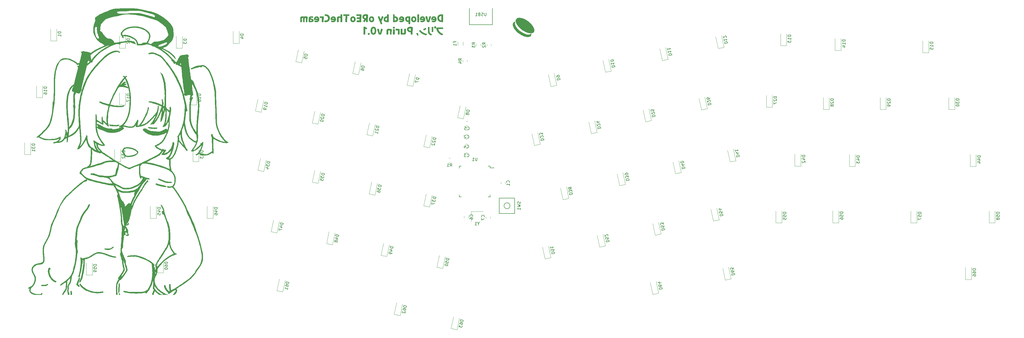
<source format=gbr>
%TF.GenerationSoftware,KiCad,Pcbnew,7.0.7*%
%TF.CreationDate,2023-10-16T19:58:37+09:00*%
%TF.ProjectId,Purin_PCB,50757269-6e5f-4504-9342-2e6b69636164,rev?*%
%TF.SameCoordinates,Original*%
%TF.FileFunction,Legend,Bot*%
%TF.FilePolarity,Positive*%
%FSLAX46Y46*%
G04 Gerber Fmt 4.6, Leading zero omitted, Abs format (unit mm)*
G04 Created by KiCad (PCBNEW 7.0.7) date 2023-10-16 19:58:37*
%MOMM*%
%LPD*%
G01*
G04 APERTURE LIST*
%ADD10C,0.150000*%
%ADD11C,0.120000*%
G04 APERTURE END LIST*
D10*
G36*
X157441137Y149446240D02*
G01*
X157467479Y149445927D01*
X157493826Y149445422D01*
X157520174Y149444728D01*
X157546513Y149443850D01*
X157572838Y149442790D01*
X157599141Y149441555D01*
X157625415Y149440146D01*
X157651653Y149438569D01*
X157679658Y149436303D01*
X157704702Y149433324D01*
X157737066Y149427270D01*
X157763663Y149418976D01*
X157791086Y149403776D01*
X157810488Y149383016D01*
X157823142Y149355794D01*
X157828970Y149330596D01*
X157832257Y149300875D01*
X157833539Y149266251D01*
X157833614Y149253555D01*
X157805526Y147009574D01*
X157804235Y146979129D01*
X157800350Y146951678D01*
X157793853Y146927222D01*
X157781095Y146899273D01*
X157763618Y146876647D01*
X157741379Y146859345D01*
X157714335Y146847366D01*
X157682443Y146840712D01*
X157655317Y146839214D01*
X157548112Y146840568D01*
X157444366Y146844624D01*
X157344077Y146851378D01*
X157247239Y146860825D01*
X157153851Y146872960D01*
X157063907Y146887776D01*
X156977404Y146905269D01*
X156894338Y146925434D01*
X156814707Y146948265D01*
X156738505Y146973757D01*
X156665730Y147001906D01*
X156596378Y147032704D01*
X156530444Y147066148D01*
X156467926Y147102232D01*
X156408820Y147140951D01*
X156353121Y147182299D01*
X156300827Y147226272D01*
X156251933Y147272864D01*
X156206436Y147322069D01*
X156164333Y147373883D01*
X156125618Y147428301D01*
X156090290Y147485316D01*
X156058344Y147544924D01*
X156029776Y147607120D01*
X156004583Y147671898D01*
X155982761Y147739252D01*
X155964306Y147809179D01*
X155949215Y147881672D01*
X155937484Y147956727D01*
X155929109Y148034337D01*
X155924087Y148114498D01*
X155922414Y148197205D01*
X155922445Y148200868D01*
X156514092Y148200868D01*
X156514790Y148158490D01*
X156516883Y148117335D01*
X156520371Y148077396D01*
X156525255Y148038670D01*
X156531534Y148001150D01*
X156539208Y147964833D01*
X156548278Y147929713D01*
X156558743Y147895784D01*
X156570603Y147863043D01*
X156583859Y147831483D01*
X156598510Y147801100D01*
X156614556Y147771889D01*
X156631998Y147743845D01*
X156650835Y147716963D01*
X156671067Y147691237D01*
X156692695Y147666663D01*
X156715718Y147643236D01*
X156740136Y147620951D01*
X156765950Y147599802D01*
X156793159Y147579784D01*
X156821763Y147560893D01*
X156851763Y147543124D01*
X156883158Y147526471D01*
X156915948Y147510930D01*
X156950134Y147496495D01*
X156985715Y147483162D01*
X157022691Y147470924D01*
X157061063Y147459779D01*
X157100830Y147449719D01*
X157141992Y147440741D01*
X157184550Y147432839D01*
X157228503Y147426008D01*
X157255980Y148894518D01*
X157212054Y148895521D01*
X157169355Y148894672D01*
X157127894Y148892021D01*
X157087681Y148887620D01*
X157048728Y148881519D01*
X157011045Y148873770D01*
X156974643Y148864424D01*
X156939533Y148853531D01*
X156905725Y148841142D01*
X156873229Y148827309D01*
X156842058Y148812083D01*
X156812221Y148795514D01*
X156783730Y148777653D01*
X156756594Y148758552D01*
X156730825Y148738261D01*
X156706434Y148716831D01*
X156683545Y148692857D01*
X156662055Y148667663D01*
X156641975Y148641274D01*
X156623315Y148613715D01*
X156606086Y148585011D01*
X156590299Y148555187D01*
X156575965Y148524269D01*
X156563094Y148492281D01*
X156551697Y148459248D01*
X156541784Y148425195D01*
X156533368Y148390148D01*
X156526457Y148354131D01*
X156521064Y148317169D01*
X156517198Y148279288D01*
X156514870Y148240513D01*
X156514092Y148200868D01*
X155922445Y148200868D01*
X155922701Y148231260D01*
X155923558Y148264737D01*
X155924979Y148297638D01*
X155926959Y148329968D01*
X155929491Y148361730D01*
X155932569Y148392928D01*
X155936188Y148423567D01*
X155940341Y148453650D01*
X155945023Y148483181D01*
X155950227Y148512164D01*
X155955949Y148540604D01*
X155962181Y148568503D01*
X155968918Y148595866D01*
X155976154Y148622696D01*
X155983883Y148648998D01*
X155992100Y148674776D01*
X156000797Y148700033D01*
X156009970Y148724773D01*
X156019612Y148749001D01*
X156029717Y148772720D01*
X156040281Y148795934D01*
X156051295Y148818647D01*
X156062756Y148840862D01*
X156074656Y148862585D01*
X156086989Y148883819D01*
X156112935Y148924833D01*
X156140544Y148963938D01*
X156169771Y149001164D01*
X156184975Y149019082D01*
X156216574Y149053525D01*
X156249521Y149086340D01*
X156283773Y149117548D01*
X156319290Y149147166D01*
X156356030Y149175214D01*
X156393953Y149201709D01*
X156433017Y149226672D01*
X156473182Y149250120D01*
X156514405Y149272073D01*
X156556646Y149292549D01*
X156599864Y149311567D01*
X156644018Y149329146D01*
X156689066Y149345305D01*
X156734968Y149360062D01*
X156781681Y149373436D01*
X156805330Y149379610D01*
X156829166Y149385446D01*
X156853241Y149390967D01*
X156877492Y149396199D01*
X156901911Y149401146D01*
X156926492Y149405811D01*
X156951227Y149410199D01*
X156976109Y149414313D01*
X157001131Y149418159D01*
X157026287Y149421739D01*
X157051568Y149425058D01*
X157076969Y149428120D01*
X157102482Y149430929D01*
X157128100Y149433488D01*
X157153815Y149435803D01*
X157179622Y149437877D01*
X157205512Y149439713D01*
X157231479Y149441317D01*
X157257516Y149442691D01*
X157283616Y149443841D01*
X157309771Y149444769D01*
X157335975Y149445481D01*
X157362221Y149445980D01*
X157388501Y149446270D01*
X157414809Y149446355D01*
X157441137Y149446240D01*
G37*
G36*
X154767277Y148783667D02*
G01*
X154793315Y148782678D01*
X154819003Y148781041D01*
X154844337Y148778764D01*
X154869316Y148775854D01*
X154893938Y148772322D01*
X154918201Y148768174D01*
X154965642Y148758066D01*
X155011622Y148745598D01*
X155056125Y148730837D01*
X155099136Y148713850D01*
X155140637Y148694704D01*
X155180614Y148673467D01*
X155219049Y148650206D01*
X155255927Y148624986D01*
X155291232Y148597877D01*
X155324948Y148568944D01*
X155357058Y148538255D01*
X155387546Y148505876D01*
X155402177Y148489075D01*
X155430268Y148453689D01*
X155456605Y148416959D01*
X155481181Y148378959D01*
X155503986Y148339762D01*
X155525013Y148299442D01*
X155544254Y148258072D01*
X155561700Y148215725D01*
X155577345Y148172475D01*
X155591179Y148128395D01*
X155603194Y148083558D01*
X155613383Y148038037D01*
X155621738Y147991907D01*
X155628250Y147945240D01*
X155632911Y147898110D01*
X155635714Y147850589D01*
X155636650Y147802752D01*
X155636394Y147775174D01*
X155635628Y147747856D01*
X155634353Y147720805D01*
X155632570Y147694027D01*
X155630280Y147667529D01*
X155627485Y147641317D01*
X155624185Y147615396D01*
X155620383Y147589775D01*
X155616079Y147564458D01*
X155611274Y147539453D01*
X155605970Y147514765D01*
X155600167Y147490402D01*
X155593868Y147466369D01*
X155587073Y147442673D01*
X155579784Y147419320D01*
X155563728Y147373670D01*
X155545708Y147329469D01*
X155525736Y147286769D01*
X155503820Y147245620D01*
X155479971Y147206073D01*
X155454198Y147168180D01*
X155426512Y147131991D01*
X155396922Y147097557D01*
X155381416Y147081015D01*
X155349756Y147047968D01*
X155316385Y147016852D01*
X155281324Y146987695D01*
X155244592Y146960525D01*
X155206212Y146935369D01*
X155166202Y146912255D01*
X155124584Y146891210D01*
X155081379Y146872264D01*
X155036607Y146855442D01*
X154990288Y146840773D01*
X154966555Y146834255D01*
X154942443Y146828285D01*
X154917955Y146822867D01*
X154893093Y146818005D01*
X154867859Y146813702D01*
X154842258Y146809962D01*
X154816290Y146806787D01*
X154789958Y146804182D01*
X154763266Y146802150D01*
X154736216Y146800694D01*
X154708809Y146799818D01*
X154681050Y146799525D01*
X154649532Y146799947D01*
X154616671Y146801211D01*
X154582612Y146803317D01*
X154547499Y146806261D01*
X154511477Y146810042D01*
X154474691Y146814659D01*
X154437286Y146820109D01*
X154399407Y146826392D01*
X154361199Y146833504D01*
X154322807Y146841445D01*
X154284375Y146850212D01*
X154246049Y146859803D01*
X154207974Y146870218D01*
X154170294Y146881454D01*
X154133154Y146893509D01*
X154096699Y146906381D01*
X154074134Y146915989D01*
X154052229Y146928917D01*
X154034134Y146946517D01*
X154022577Y146971147D01*
X154019286Y146996875D01*
X154019762Y147016901D01*
X154040523Y147340523D01*
X154044295Y147368639D01*
X154054233Y147393406D01*
X154073258Y147409745D01*
X154100249Y147412344D01*
X154124384Y147405661D01*
X154135167Y147400973D01*
X154164035Y147387886D01*
X154194009Y147375444D01*
X154224978Y147363693D01*
X154256830Y147352678D01*
X154289456Y147342442D01*
X154322743Y147333031D01*
X154356581Y147324489D01*
X154390859Y147316862D01*
X154425466Y147310193D01*
X154460291Y147304528D01*
X154495224Y147299911D01*
X154530153Y147296387D01*
X154564968Y147294001D01*
X154599558Y147292798D01*
X154633811Y147292821D01*
X154667616Y147294117D01*
X154700740Y147295517D01*
X154733170Y147298365D01*
X154764781Y147302690D01*
X154795453Y147308523D01*
X154825062Y147315895D01*
X154853485Y147324836D01*
X154880602Y147335375D01*
X154906287Y147347545D01*
X154930421Y147361374D01*
X154952878Y147376895D01*
X154973538Y147394136D01*
X154992278Y147413128D01*
X155008975Y147433902D01*
X155023506Y147456488D01*
X155035749Y147480917D01*
X155045582Y147507219D01*
X153932445Y147596367D01*
X153903589Y147601076D01*
X153879971Y147607473D01*
X153857248Y147619021D01*
X153838992Y147640081D01*
X153830436Y147665404D01*
X153827426Y147691837D01*
X153827421Y147724595D01*
X153830894Y147786138D01*
X153836043Y147846073D01*
X153842862Y147904378D01*
X153851344Y147961030D01*
X153861486Y148016006D01*
X153863074Y148023182D01*
X154394064Y148023182D01*
X155076723Y147966395D01*
X155070881Y147999956D01*
X155062559Y148032526D01*
X155051823Y148063941D01*
X155038741Y148094041D01*
X155023381Y148122663D01*
X155005808Y148149645D01*
X154986090Y148174826D01*
X154964295Y148198044D01*
X154940489Y148219137D01*
X154914739Y148237942D01*
X154887113Y148254299D01*
X154857677Y148268045D01*
X154826499Y148279018D01*
X154793646Y148287056D01*
X154759184Y148291997D01*
X154723182Y148293681D01*
X154689472Y148292555D01*
X154657899Y148289195D01*
X154628380Y148283630D01*
X154600831Y148275887D01*
X154575172Y148265994D01*
X154551320Y148253978D01*
X154529192Y148239867D01*
X154508706Y148223690D01*
X154489780Y148205473D01*
X154472332Y148185244D01*
X154456279Y148163032D01*
X154441539Y148138863D01*
X154428030Y148112766D01*
X154415669Y148084768D01*
X154404375Y148054898D01*
X154394064Y148023182D01*
X153863074Y148023182D01*
X153873279Y148069284D01*
X153886719Y148120840D01*
X153901801Y148170653D01*
X153918517Y148218699D01*
X153936862Y148264956D01*
X153956831Y148309401D01*
X153978417Y148352011D01*
X154001616Y148392765D01*
X154026420Y148431638D01*
X154052824Y148468608D01*
X154080823Y148503653D01*
X154110410Y148536750D01*
X154141580Y148567876D01*
X154174327Y148597009D01*
X154208645Y148624125D01*
X154244528Y148649203D01*
X154281971Y148672219D01*
X154320967Y148693150D01*
X154361511Y148711975D01*
X154403598Y148728670D01*
X154447220Y148743213D01*
X154492373Y148755580D01*
X154539050Y148765750D01*
X154587246Y148773700D01*
X154636955Y148779406D01*
X154688172Y148782846D01*
X154740889Y148783998D01*
X154767277Y148783667D01*
G37*
G36*
X153307794Y146974159D02*
G01*
X153298201Y146945204D01*
X153287013Y146920327D01*
X153274342Y146899260D01*
X153255333Y146876632D01*
X153234150Y146859663D01*
X153211059Y146847715D01*
X153186324Y146840152D01*
X153160209Y146836336D01*
X153139877Y146835551D01*
X152600711Y146835551D01*
X152573761Y146836974D01*
X152548027Y146841666D01*
X152523753Y146850266D01*
X152501182Y146863410D01*
X152480558Y146881734D01*
X152462123Y146905876D01*
X152449880Y146928183D01*
X152439108Y146954389D01*
X152432794Y146974159D01*
X151960184Y148581277D01*
X151952911Y148612116D01*
X151949737Y148638168D01*
X151952288Y148664906D01*
X151966182Y148689977D01*
X151987919Y148706384D01*
X152012653Y148717410D01*
X152044448Y148727212D01*
X152366238Y148809033D01*
X152395438Y148816361D01*
X152420201Y148819347D01*
X152445744Y148816458D01*
X152469863Y148802414D01*
X152485765Y148781126D01*
X152496503Y148757350D01*
X152506067Y148727212D01*
X152870600Y147308161D01*
X153234521Y148727212D01*
X153244243Y148757350D01*
X153255397Y148781126D01*
X153272048Y148802414D01*
X153297186Y148816458D01*
X153323479Y148819347D01*
X153348657Y148816361D01*
X153378014Y148809033D01*
X153696140Y148727212D01*
X153720756Y148719952D01*
X153747532Y148709288D01*
X153771800Y148693541D01*
X153786508Y148674027D01*
X153792370Y148649584D01*
X153790098Y148619054D01*
X153782902Y148589468D01*
X153780404Y148581277D01*
X153307794Y146974159D01*
G37*
G36*
X150966858Y148783667D02*
G01*
X150992897Y148782678D01*
X151018584Y148781041D01*
X151043918Y148778764D01*
X151068898Y148775854D01*
X151093520Y148772322D01*
X151117783Y148768174D01*
X151165223Y148758066D01*
X151211203Y148745598D01*
X151255707Y148730837D01*
X151298717Y148713850D01*
X151340219Y148694704D01*
X151380195Y148673467D01*
X151418631Y148650206D01*
X151455509Y148624986D01*
X151490814Y148597877D01*
X151524529Y148568944D01*
X151556639Y148538255D01*
X151587127Y148505876D01*
X151601758Y148489075D01*
X151629849Y148453689D01*
X151656187Y148416959D01*
X151680762Y148378959D01*
X151703567Y148339762D01*
X151724594Y148299442D01*
X151743835Y148258072D01*
X151761282Y148215725D01*
X151776926Y148172475D01*
X151790760Y148128395D01*
X151802775Y148083558D01*
X151812964Y148038037D01*
X151821319Y147991907D01*
X151827831Y147945240D01*
X151832492Y147898110D01*
X151835295Y147850589D01*
X151836231Y147802752D01*
X151835976Y147775174D01*
X151835210Y147747856D01*
X151833934Y147720805D01*
X151832151Y147694027D01*
X151829862Y147667529D01*
X151827066Y147641317D01*
X151823767Y147615396D01*
X151819964Y147589775D01*
X151815660Y147564458D01*
X151810855Y147539453D01*
X151805551Y147514765D01*
X151799749Y147490402D01*
X151793449Y147466369D01*
X151786655Y147442673D01*
X151779366Y147419320D01*
X151763309Y147373670D01*
X151745289Y147329469D01*
X151725317Y147286769D01*
X151703401Y147245620D01*
X151679552Y147206073D01*
X151653780Y147168180D01*
X151626093Y147131991D01*
X151596503Y147097557D01*
X151580997Y147081015D01*
X151549338Y147047968D01*
X151515967Y147016852D01*
X151480905Y146987695D01*
X151444174Y146960525D01*
X151405793Y146935369D01*
X151365783Y146912255D01*
X151324166Y146891210D01*
X151280960Y146872264D01*
X151236188Y146855442D01*
X151189869Y146840773D01*
X151166136Y146834255D01*
X151142024Y146828285D01*
X151117536Y146822867D01*
X151092674Y146818005D01*
X151067441Y146813702D01*
X151041839Y146809962D01*
X151015871Y146806787D01*
X150989540Y146804182D01*
X150962847Y146802150D01*
X150935797Y146800694D01*
X150908391Y146799818D01*
X150880631Y146799525D01*
X150849114Y146799947D01*
X150816253Y146801211D01*
X150782193Y146803317D01*
X150747080Y146806261D01*
X150711058Y146810042D01*
X150674272Y146814659D01*
X150636867Y146820109D01*
X150598989Y146826392D01*
X150560781Y146833504D01*
X150522388Y146841445D01*
X150483957Y146850212D01*
X150445631Y146859803D01*
X150407555Y146870218D01*
X150369875Y146881454D01*
X150332735Y146893509D01*
X150296280Y146906381D01*
X150273715Y146915989D01*
X150251810Y146928917D01*
X150233716Y146946517D01*
X150222159Y146971147D01*
X150218868Y146996875D01*
X150219344Y147016901D01*
X150240104Y147340523D01*
X150243876Y147368639D01*
X150253814Y147393406D01*
X150272839Y147409745D01*
X150299830Y147412344D01*
X150323965Y147405661D01*
X150334748Y147400973D01*
X150363617Y147387886D01*
X150393591Y147375444D01*
X150424559Y147363693D01*
X150456412Y147352678D01*
X150489037Y147342442D01*
X150522324Y147333031D01*
X150556162Y147324489D01*
X150590440Y147316862D01*
X150625047Y147310193D01*
X150659873Y147304528D01*
X150694806Y147299911D01*
X150729735Y147296387D01*
X150764550Y147294001D01*
X150799139Y147292798D01*
X150833392Y147292821D01*
X150867198Y147294117D01*
X150900322Y147295517D01*
X150932751Y147298365D01*
X150964362Y147302690D01*
X150995034Y147308523D01*
X151024643Y147315895D01*
X151053067Y147324836D01*
X151080183Y147335375D01*
X151105869Y147347545D01*
X151130002Y147361374D01*
X151152460Y147376895D01*
X151173120Y147394136D01*
X151191859Y147413128D01*
X151208556Y147433902D01*
X151223087Y147456488D01*
X151235331Y147480917D01*
X151245163Y147507219D01*
X150132027Y147596367D01*
X150103171Y147601076D01*
X150079553Y147607473D01*
X150056829Y147619021D01*
X150038573Y147640081D01*
X150030017Y147665404D01*
X150027007Y147691837D01*
X150027002Y147724595D01*
X150030475Y147786138D01*
X150035624Y147846073D01*
X150042443Y147904378D01*
X150050926Y147961030D01*
X150061067Y148016006D01*
X150062655Y148023182D01*
X150593646Y148023182D01*
X151276304Y147966395D01*
X151270462Y147999956D01*
X151262140Y148032526D01*
X151251404Y148063941D01*
X151238323Y148094041D01*
X151222962Y148122663D01*
X151205389Y148149645D01*
X151185672Y148174826D01*
X151163876Y148198044D01*
X151140070Y148219137D01*
X151114321Y148237942D01*
X151086694Y148254299D01*
X151057259Y148268045D01*
X151026081Y148279018D01*
X150993227Y148287056D01*
X150958766Y148291997D01*
X150922763Y148293681D01*
X150889054Y148292555D01*
X150857480Y148289195D01*
X150827961Y148283630D01*
X150800413Y148275887D01*
X150774753Y148265994D01*
X150750901Y148253978D01*
X150728773Y148239867D01*
X150708287Y148223690D01*
X150689361Y148205473D01*
X150671913Y148185244D01*
X150655860Y148163032D01*
X150641120Y148138863D01*
X150627611Y148112766D01*
X150615251Y148084768D01*
X150603956Y148054898D01*
X150593646Y148023182D01*
X150062655Y148023182D01*
X150072860Y148069284D01*
X150086301Y148120840D01*
X150101382Y148170653D01*
X150118098Y148218699D01*
X150136443Y148264956D01*
X150156412Y148309401D01*
X150177999Y148352011D01*
X150201197Y148392765D01*
X150226001Y148431638D01*
X150252406Y148468608D01*
X150280404Y148503653D01*
X150309991Y148536750D01*
X150341161Y148567876D01*
X150373908Y148597009D01*
X150408226Y148624125D01*
X150444109Y148649203D01*
X150481552Y148672219D01*
X150520549Y148693150D01*
X150561093Y148711975D01*
X150603179Y148728670D01*
X150646801Y148743213D01*
X150691954Y148755580D01*
X150738631Y148765750D01*
X150786828Y148773700D01*
X150836537Y148779406D01*
X150887753Y148782846D01*
X150940471Y148783998D01*
X150966858Y148783667D01*
G37*
G36*
X149806573Y146995530D02*
G01*
X149804927Y146962803D01*
X149801583Y146934511D01*
X149796358Y146910389D01*
X149786146Y146884254D01*
X149771824Y146864430D01*
X149747479Y146847566D01*
X149722316Y146839640D01*
X149691626Y146835979D01*
X149674071Y146835551D01*
X149362051Y146835551D01*
X149335363Y146836529D01*
X149305204Y146841197D01*
X149280828Y146850288D01*
X149257790Y146868829D01*
X149244748Y146890172D01*
X149235999Y146917983D01*
X149231979Y146943465D01*
X149229924Y146973206D01*
X149229549Y146995530D01*
X149229549Y149288970D01*
X149230403Y149321697D01*
X149233091Y149349989D01*
X149237809Y149374111D01*
X149247588Y149400246D01*
X149266064Y149424114D01*
X149292322Y149439350D01*
X149319532Y149446150D01*
X149343859Y149448521D01*
X149362051Y149448949D01*
X149674071Y149448949D01*
X149699914Y149447971D01*
X149729451Y149443303D01*
X149753668Y149434212D01*
X149776959Y149415671D01*
X149790409Y149394329D01*
X149799608Y149366517D01*
X149803917Y149341035D01*
X149806158Y149311294D01*
X149806573Y149288970D01*
X149806573Y146995530D01*
G37*
G36*
X148034113Y148783688D02*
G01*
X148059007Y148782762D01*
X148083624Y148781228D01*
X148107960Y148779092D01*
X148155767Y148773042D01*
X148202394Y148764669D01*
X148247804Y148754027D01*
X148291962Y148741172D01*
X148334832Y148726160D01*
X148376379Y148709046D01*
X148416565Y148689886D01*
X148455357Y148668734D01*
X148492717Y148645647D01*
X148528611Y148620680D01*
X148563001Y148593888D01*
X148595854Y148565327D01*
X148627132Y148535052D01*
X148656800Y148503119D01*
X148684866Y148469619D01*
X148711342Y148434417D01*
X148736197Y148397571D01*
X148759401Y148359140D01*
X148780923Y148319180D01*
X148800734Y148277751D01*
X148818802Y148234911D01*
X148835097Y148190717D01*
X148849589Y148145228D01*
X148862248Y148098502D01*
X148867880Y148074694D01*
X148873042Y148050597D01*
X148877731Y148026221D01*
X148881942Y148001572D01*
X148885672Y147976657D01*
X148888917Y147951484D01*
X148891674Y147926059D01*
X148893937Y147900391D01*
X148895705Y147874486D01*
X148896972Y147848352D01*
X148897735Y147821996D01*
X148897990Y147795425D01*
X148897735Y147768856D01*
X148896972Y147742505D01*
X148895705Y147716379D01*
X148893937Y147690484D01*
X148891674Y147664829D01*
X148888917Y147639419D01*
X148885672Y147614262D01*
X148881942Y147589364D01*
X148877731Y147564733D01*
X148873042Y147540376D01*
X148867880Y147516299D01*
X148862248Y147492509D01*
X148849589Y147445820D01*
X148835097Y147400362D01*
X148818802Y147356193D01*
X148800734Y147313368D01*
X148780923Y147271941D01*
X148759401Y147231968D01*
X148736197Y147193506D01*
X148711342Y147156608D01*
X148684866Y147121332D01*
X148656800Y147087732D01*
X148627132Y147055899D01*
X148595854Y147025699D01*
X148563001Y146997189D01*
X148528611Y146970428D01*
X148492717Y146945474D01*
X148455357Y146922385D01*
X148416565Y146901218D01*
X148376379Y146882033D01*
X148334832Y146864888D01*
X148291962Y146849839D01*
X148247804Y146836947D01*
X148202394Y146826268D01*
X148155767Y146817861D01*
X148107960Y146811784D01*
X148083624Y146809637D01*
X148059007Y146808095D01*
X148034113Y146807164D01*
X148008946Y146806852D01*
X147983834Y146807164D01*
X147958992Y146808095D01*
X147934423Y146809637D01*
X147886127Y146814527D01*
X147838981Y146821777D01*
X147793022Y146831327D01*
X147748288Y146843120D01*
X147704814Y146857098D01*
X147662637Y146873202D01*
X147621795Y146891375D01*
X147582323Y146911557D01*
X147544259Y146933693D01*
X147507639Y146957722D01*
X147472500Y146983586D01*
X147438878Y147011229D01*
X147406810Y147040591D01*
X147376333Y147071615D01*
X147361702Y147087732D01*
X147333629Y147121332D01*
X147307134Y147156608D01*
X147282249Y147193506D01*
X147259006Y147231968D01*
X147237437Y147271941D01*
X147217575Y147313368D01*
X147199452Y147356193D01*
X147183100Y147400362D01*
X147168551Y147445820D01*
X147155837Y147492509D01*
X147150179Y147516299D01*
X147144991Y147540376D01*
X147140278Y147564733D01*
X147136045Y147589364D01*
X147132294Y147614262D01*
X147129030Y147639419D01*
X147126258Y147664829D01*
X147123980Y147690484D01*
X147122202Y147716379D01*
X147120927Y147742505D01*
X147120159Y147768856D01*
X147119902Y147795425D01*
X147662732Y147795425D01*
X147663120Y147769408D01*
X147664278Y147744029D01*
X147666198Y147719301D01*
X147672278Y147671846D01*
X147681284Y147627141D01*
X147693138Y147585285D01*
X147707761Y147546376D01*
X147725076Y147510513D01*
X147745005Y147477794D01*
X147767470Y147448317D01*
X147792394Y147422181D01*
X147819698Y147399484D01*
X147849305Y147380325D01*
X147881137Y147364802D01*
X147915116Y147353012D01*
X147951164Y147345056D01*
X147989203Y147341031D01*
X148008946Y147340523D01*
X148048018Y147342546D01*
X148085050Y147348549D01*
X148119974Y147358434D01*
X148152725Y147372103D01*
X148183236Y147389456D01*
X148211441Y147410397D01*
X148237274Y147434826D01*
X148260669Y147462644D01*
X148281559Y147493755D01*
X148299879Y147528058D01*
X148315561Y147565456D01*
X148328541Y147605851D01*
X148338752Y147649143D01*
X148346127Y147695236D01*
X148350601Y147744029D01*
X148351729Y147769408D01*
X148352107Y147795425D01*
X148351729Y147821444D01*
X148350601Y147846828D01*
X148348731Y147871565D01*
X148342798Y147919045D01*
X148333997Y147963784D01*
X148322393Y148005683D01*
X148308054Y148044641D01*
X148291044Y148080558D01*
X148271431Y148113333D01*
X148249280Y148142867D01*
X148224658Y148169059D01*
X148197631Y148191810D01*
X148168264Y148211018D01*
X148136625Y148226584D01*
X148102779Y148238408D01*
X148066793Y148246390D01*
X148028733Y148250429D01*
X148008946Y148250938D01*
X147969940Y148248908D01*
X147932886Y148242886D01*
X147897863Y148232970D01*
X147864947Y148219263D01*
X147834218Y148201863D01*
X147805753Y148180871D01*
X147779630Y148156387D01*
X147755925Y148128511D01*
X147734719Y148097344D01*
X147716087Y148062986D01*
X147700108Y148025536D01*
X147686860Y147985095D01*
X147676421Y147941763D01*
X147668867Y147895641D01*
X147664278Y147846828D01*
X147663120Y147821444D01*
X147662732Y147795425D01*
X147119902Y147795425D01*
X147120159Y147821996D01*
X147120927Y147848352D01*
X147122202Y147874486D01*
X147123980Y147900391D01*
X147126258Y147926059D01*
X147129030Y147951484D01*
X147132294Y147976657D01*
X147136045Y148001572D01*
X147140278Y148026221D01*
X147144991Y148050597D01*
X147150179Y148074694D01*
X147155837Y148098502D01*
X147168551Y148145228D01*
X147183100Y148190717D01*
X147199452Y148234911D01*
X147217575Y148277751D01*
X147237437Y148319180D01*
X147259006Y148359140D01*
X147282249Y148397571D01*
X147307134Y148434417D01*
X147333629Y148469619D01*
X147361702Y148503119D01*
X147391370Y148535052D01*
X147422647Y148565327D01*
X147455497Y148593888D01*
X147489882Y148620680D01*
X147525766Y148645647D01*
X147563113Y148668734D01*
X147601886Y148689886D01*
X147642047Y148709046D01*
X147683561Y148726160D01*
X147726391Y148741172D01*
X147770500Y148754027D01*
X147815851Y148764669D01*
X147862408Y148773042D01*
X147910134Y148779092D01*
X147958992Y148782762D01*
X147983834Y148783688D01*
X148008946Y148783998D01*
X148034113Y148783688D01*
G37*
G36*
X146728104Y148783020D02*
G01*
X146757701Y148778352D01*
X146782010Y148769261D01*
X146805439Y148750720D01*
X146819001Y148729377D01*
X146828299Y148701566D01*
X146832663Y148676084D01*
X146834937Y148646343D01*
X146835359Y148624019D01*
X146835359Y146329968D01*
X146834403Y146297724D01*
X146831447Y146269855D01*
X146824163Y146239046D01*
X146812773Y146214923D01*
X146792279Y146193226D01*
X146770496Y146181873D01*
X146743583Y146175183D01*
X146711224Y146172535D01*
X146702247Y146172431D01*
X146390837Y146172431D01*
X146363992Y146173393D01*
X146333671Y146177984D01*
X146309176Y146186927D01*
X146286041Y146205175D01*
X146272955Y146226188D01*
X146264184Y146253575D01*
X146260157Y146278675D01*
X146258099Y146307973D01*
X146257725Y146329968D01*
X146257725Y146835551D01*
X146229879Y146836143D01*
X146202106Y146837232D01*
X146174419Y146838817D01*
X146146829Y146840898D01*
X146119349Y146843475D01*
X146091990Y146846547D01*
X146064765Y146850114D01*
X146037687Y146854174D01*
X146010766Y146858729D01*
X145984016Y146863776D01*
X145957449Y146869317D01*
X145931077Y146875350D01*
X145904912Y146881875D01*
X145878966Y146888891D01*
X145853252Y146896399D01*
X145827781Y146904397D01*
X145802566Y146912885D01*
X145777619Y146921863D01*
X145752952Y146931330D01*
X145728577Y146941286D01*
X145704508Y146951730D01*
X145680754Y146962663D01*
X145657330Y146974082D01*
X145634247Y146985989D01*
X145611517Y146998382D01*
X145589153Y147011262D01*
X145567166Y147024627D01*
X145545569Y147038477D01*
X145524375Y147052813D01*
X145503594Y147067632D01*
X145483240Y147082936D01*
X145463325Y147098722D01*
X145443860Y147114581D01*
X145424856Y147130899D01*
X145406323Y147147676D01*
X145388272Y147164911D01*
X145370714Y147182602D01*
X145353657Y147200748D01*
X145337113Y147219347D01*
X145321091Y147238399D01*
X145305603Y147257901D01*
X145290658Y147277853D01*
X145276267Y147298253D01*
X145262440Y147319099D01*
X145249187Y147340391D01*
X145236518Y147362127D01*
X145224444Y147384306D01*
X145212976Y147406926D01*
X145202123Y147429987D01*
X145191895Y147453486D01*
X145182303Y147477422D01*
X145173358Y147501795D01*
X145165069Y147526602D01*
X145157447Y147551842D01*
X145150502Y147577515D01*
X145144244Y147603618D01*
X145138684Y147630151D01*
X145133832Y147657111D01*
X145129699Y147684499D01*
X145126293Y147712311D01*
X145123627Y147740548D01*
X145121710Y147769207D01*
X145120552Y147798287D01*
X145120163Y147827787D01*
X145120483Y147855875D01*
X145697798Y147855875D01*
X145698302Y147829534D01*
X145699820Y147803866D01*
X145702359Y147778872D01*
X145705929Y147754557D01*
X145716192Y147707975D01*
X145730675Y147664145D01*
X145749445Y147623090D01*
X145772566Y147584837D01*
X145800106Y147549411D01*
X145832131Y147516836D01*
X145868707Y147487137D01*
X145909900Y147460340D01*
X145932249Y147448038D01*
X145955777Y147436470D01*
X145980492Y147425640D01*
X146006402Y147415551D01*
X146033517Y147406207D01*
X146061844Y147397609D01*
X146091391Y147389762D01*
X146122167Y147382669D01*
X146154180Y147376332D01*
X146187439Y147370756D01*
X146221951Y147365942D01*
X146257725Y147361894D01*
X146257725Y148268646D01*
X146229581Y148267629D01*
X146201736Y148265954D01*
X146174229Y148263618D01*
X146147100Y148260622D01*
X146120389Y148256964D01*
X146094138Y148252642D01*
X146068386Y148247657D01*
X146043172Y148242008D01*
X146018539Y148235693D01*
X145994525Y148228712D01*
X145971172Y148221063D01*
X145937467Y148208337D01*
X145905475Y148194105D01*
X145875329Y148178364D01*
X145865715Y148172780D01*
X145838151Y148152953D01*
X145812579Y148131500D01*
X145789157Y148108276D01*
X145768041Y148083136D01*
X145749389Y148055935D01*
X145733357Y148026528D01*
X145720102Y147994771D01*
X145709781Y147960518D01*
X145704608Y147936225D01*
X145700856Y147910715D01*
X145698570Y147883947D01*
X145697798Y147855875D01*
X145120483Y147855875D01*
X145120593Y147865589D01*
X145121873Y147902408D01*
X145123994Y147938258D01*
X145126945Y147973152D01*
X145130713Y148007103D01*
X145135289Y148040122D01*
X145140662Y148072223D01*
X145146820Y148103419D01*
X145153753Y148133722D01*
X145161450Y148163146D01*
X145169899Y148191702D01*
X145179089Y148219404D01*
X145189011Y148246264D01*
X145199652Y148272295D01*
X145211003Y148297510D01*
X145223051Y148321921D01*
X145235786Y148345542D01*
X145249197Y148368385D01*
X145263273Y148390463D01*
X145278003Y148411788D01*
X145293376Y148432373D01*
X145309382Y148452232D01*
X145326008Y148471376D01*
X145343245Y148489819D01*
X145361081Y148507573D01*
X145379505Y148524651D01*
X145398507Y148541066D01*
X145418075Y148556831D01*
X145438199Y148571958D01*
X145458867Y148586459D01*
X145480069Y148600349D01*
X145501793Y148613639D01*
X145524372Y148626322D01*
X145547451Y148638394D01*
X145571019Y148649867D01*
X145595064Y148660754D01*
X145619575Y148671071D01*
X145644539Y148680831D01*
X145669947Y148690047D01*
X145695785Y148698733D01*
X145722042Y148706902D01*
X145748708Y148714570D01*
X145775770Y148721749D01*
X145803217Y148728453D01*
X145831037Y148734696D01*
X145859220Y148740492D01*
X145887753Y148745854D01*
X145916624Y148750796D01*
X145945823Y148755333D01*
X145975338Y148759476D01*
X146005157Y148763242D01*
X146035269Y148766642D01*
X146065662Y148769692D01*
X146096326Y148772404D01*
X146127247Y148774792D01*
X146158415Y148776871D01*
X146189818Y148778654D01*
X146221445Y148780154D01*
X146253285Y148781386D01*
X146285325Y148782363D01*
X146317554Y148783099D01*
X146349961Y148783608D01*
X146382534Y148783903D01*
X146415261Y148783998D01*
X146702247Y148783998D01*
X146728104Y148783020D01*
G37*
G36*
X143971743Y148783667D02*
G01*
X143997781Y148782678D01*
X144023469Y148781041D01*
X144048803Y148778764D01*
X144073782Y148775854D01*
X144098405Y148772322D01*
X144122668Y148768174D01*
X144170108Y148758066D01*
X144216088Y148745598D01*
X144260592Y148730837D01*
X144303602Y148713850D01*
X144345104Y148694704D01*
X144385080Y148673467D01*
X144423515Y148650206D01*
X144460394Y148624986D01*
X144495698Y148597877D01*
X144529414Y148568944D01*
X144561524Y148538255D01*
X144592012Y148505876D01*
X144606643Y148489075D01*
X144634734Y148453689D01*
X144661072Y148416959D01*
X144685647Y148378959D01*
X144708452Y148339762D01*
X144729479Y148299442D01*
X144748720Y148258072D01*
X144766167Y148215725D01*
X144781811Y148172475D01*
X144795645Y148128395D01*
X144807660Y148083558D01*
X144817849Y148038037D01*
X144826204Y147991907D01*
X144832716Y147945240D01*
X144837377Y147898110D01*
X144840180Y147850589D01*
X144841116Y147802752D01*
X144840860Y147775174D01*
X144840094Y147747856D01*
X144838819Y147720805D01*
X144837036Y147694027D01*
X144834746Y147667529D01*
X144831951Y147641317D01*
X144828652Y147615396D01*
X144824849Y147589775D01*
X144820545Y147564458D01*
X144815740Y147539453D01*
X144810436Y147514765D01*
X144804633Y147490402D01*
X144798334Y147466369D01*
X144791540Y147442673D01*
X144784250Y147419320D01*
X144768194Y147373670D01*
X144750174Y147329469D01*
X144730202Y147286769D01*
X144708286Y147245620D01*
X144684437Y147206073D01*
X144658664Y147168180D01*
X144630978Y147131991D01*
X144601388Y147097557D01*
X144585882Y147081015D01*
X144554222Y147047968D01*
X144520851Y147016852D01*
X144485790Y146987695D01*
X144449059Y146960525D01*
X144410678Y146935369D01*
X144370668Y146912255D01*
X144329051Y146891210D01*
X144285845Y146872264D01*
X144241073Y146855442D01*
X144194754Y146840773D01*
X144171021Y146834255D01*
X144146909Y146828285D01*
X144122421Y146822867D01*
X144097559Y146818005D01*
X144072326Y146813702D01*
X144046724Y146809962D01*
X144020756Y146806787D01*
X143994425Y146804182D01*
X143967732Y146802150D01*
X143940682Y146800694D01*
X143913275Y146799818D01*
X143885516Y146799525D01*
X143853998Y146799947D01*
X143821137Y146801211D01*
X143787078Y146803317D01*
X143751965Y146806261D01*
X143715943Y146810042D01*
X143679157Y146814659D01*
X143641752Y146820109D01*
X143603873Y146826392D01*
X143565665Y146833504D01*
X143527273Y146841445D01*
X143488842Y146850212D01*
X143450516Y146859803D01*
X143412440Y146870218D01*
X143374760Y146881454D01*
X143337620Y146893509D01*
X143301165Y146906381D01*
X143278600Y146915989D01*
X143256695Y146928917D01*
X143238600Y146946517D01*
X143227044Y146971147D01*
X143223753Y146996875D01*
X143224228Y147016901D01*
X143244989Y147340523D01*
X143248761Y147368639D01*
X143258699Y147393406D01*
X143277724Y147409745D01*
X143304715Y147412344D01*
X143328850Y147405661D01*
X143339633Y147400973D01*
X143368502Y147387886D01*
X143398476Y147375444D01*
X143429444Y147363693D01*
X143461297Y147352678D01*
X143493922Y147342442D01*
X143527209Y147333031D01*
X143561047Y147324489D01*
X143595325Y147316862D01*
X143629932Y147310193D01*
X143664758Y147304528D01*
X143699690Y147299911D01*
X143734620Y147296387D01*
X143769434Y147294001D01*
X143804024Y147292798D01*
X143838277Y147292821D01*
X143872083Y147294117D01*
X143905207Y147295517D01*
X143937636Y147298365D01*
X143969247Y147302690D01*
X143999919Y147308523D01*
X144029528Y147315895D01*
X144057952Y147324836D01*
X144085068Y147335375D01*
X144110754Y147347545D01*
X144134887Y147361374D01*
X144157345Y147376895D01*
X144178005Y147394136D01*
X144196744Y147413128D01*
X144213441Y147433902D01*
X144227972Y147456488D01*
X144240216Y147480917D01*
X144250048Y147507219D01*
X143136912Y147596367D01*
X143108056Y147601076D01*
X143084438Y147607473D01*
X143061714Y147619021D01*
X143043458Y147640081D01*
X143034902Y147665404D01*
X143031892Y147691837D01*
X143031887Y147724595D01*
X143035360Y147786138D01*
X143040509Y147846073D01*
X143047328Y147904378D01*
X143055811Y147961030D01*
X143065952Y148016006D01*
X143067540Y148023182D01*
X143598531Y148023182D01*
X144281189Y147966395D01*
X144275347Y147999956D01*
X144267025Y148032526D01*
X144256289Y148063941D01*
X144243208Y148094041D01*
X144227847Y148122663D01*
X144210274Y148149645D01*
X144190557Y148174826D01*
X144168761Y148198044D01*
X144144955Y148219137D01*
X144119205Y148237942D01*
X144091579Y148254299D01*
X144062144Y148268045D01*
X144030965Y148279018D01*
X143998112Y148287056D01*
X143963651Y148291997D01*
X143927648Y148293681D01*
X143893939Y148292555D01*
X143862365Y148289195D01*
X143832846Y148283630D01*
X143805297Y148275887D01*
X143779638Y148265994D01*
X143755786Y148253978D01*
X143733658Y148239867D01*
X143713172Y148223690D01*
X143694246Y148205473D01*
X143676798Y148185244D01*
X143660745Y148163032D01*
X143646005Y148138863D01*
X143632496Y148112766D01*
X143620136Y148084768D01*
X143608841Y148054898D01*
X143598531Y148023182D01*
X143067540Y148023182D01*
X143077745Y148069284D01*
X143091186Y148120840D01*
X143106267Y148170653D01*
X143122983Y148218699D01*
X143141328Y148264956D01*
X143161297Y148309401D01*
X143182884Y148352011D01*
X143206082Y148392765D01*
X143230886Y148431638D01*
X143257290Y148468608D01*
X143285289Y148503653D01*
X143314876Y148536750D01*
X143346046Y148567876D01*
X143378793Y148597009D01*
X143413111Y148624125D01*
X143448994Y148649203D01*
X143486437Y148672219D01*
X143525433Y148693150D01*
X143565978Y148711975D01*
X143608064Y148728670D01*
X143651686Y148743213D01*
X143696839Y148755580D01*
X143743516Y148765750D01*
X143791712Y148773700D01*
X143841422Y148779406D01*
X143892638Y148782846D01*
X143945355Y148783998D01*
X143971743Y148783667D01*
G37*
G36*
X141526577Y149447971D02*
G01*
X141556795Y149443303D01*
X141581264Y149434212D01*
X141604440Y149415671D01*
X141617595Y149394329D01*
X141626441Y149366517D01*
X141630516Y149341035D01*
X141632605Y149311294D01*
X141632986Y149288970D01*
X141632986Y148783998D01*
X141660832Y148783460D01*
X141688604Y148782419D01*
X141716292Y148780876D01*
X141743882Y148778833D01*
X141771362Y148776291D01*
X141798721Y148773253D01*
X141825946Y148769718D01*
X141853024Y148765689D01*
X141879945Y148761168D01*
X141906694Y148756155D01*
X141933261Y148750652D01*
X141959634Y148744660D01*
X141985799Y148738182D01*
X142011745Y148731218D01*
X142037459Y148723770D01*
X142062930Y148715839D01*
X142088145Y148707427D01*
X142113092Y148698535D01*
X142137759Y148689165D01*
X142162133Y148679318D01*
X142186203Y148668996D01*
X142209956Y148658200D01*
X142233381Y148646931D01*
X142256464Y148635191D01*
X142279194Y148622982D01*
X142301558Y148610304D01*
X142323545Y148597160D01*
X142345141Y148583551D01*
X142366336Y148569478D01*
X142387117Y148554942D01*
X142407471Y148539946D01*
X142427386Y148524490D01*
X142446851Y148508299D01*
X142465855Y148491668D01*
X142484387Y148474599D01*
X142502438Y148457092D01*
X142519997Y148439147D01*
X142537054Y148420766D01*
X142553598Y148401948D01*
X142569619Y148382696D01*
X142585108Y148363008D01*
X142600053Y148342887D01*
X142614444Y148322332D01*
X142628271Y148301344D01*
X142641524Y148279925D01*
X142654193Y148258074D01*
X142666266Y148235792D01*
X142677735Y148213080D01*
X142688588Y148189940D01*
X142698816Y148166370D01*
X142708408Y148142372D01*
X142717353Y148117947D01*
X142725642Y148093096D01*
X142733264Y148067818D01*
X142740209Y148042115D01*
X142746466Y148015988D01*
X142752026Y147989436D01*
X142756878Y147962462D01*
X142761012Y147935064D01*
X142764417Y147907245D01*
X142767084Y147879004D01*
X142769001Y147850343D01*
X142770159Y147821262D01*
X142770547Y147791762D01*
X142770129Y147754905D01*
X142768880Y147718975D01*
X142766813Y147683960D01*
X142763937Y147649849D01*
X142760264Y147616631D01*
X142755804Y147584296D01*
X142750568Y147552831D01*
X142744568Y147522226D01*
X142737814Y147492470D01*
X142730316Y147463552D01*
X142722086Y147435460D01*
X142713135Y147408185D01*
X142703473Y147381713D01*
X142693111Y147356035D01*
X142682060Y147331140D01*
X142670331Y147307016D01*
X142657935Y147283652D01*
X142644883Y147261037D01*
X142631185Y147239161D01*
X142616852Y147218011D01*
X142601895Y147197578D01*
X142586326Y147177850D01*
X142570154Y147158815D01*
X142553391Y147140463D01*
X142536047Y147122783D01*
X142518134Y147105764D01*
X142499661Y147089394D01*
X142480641Y147073663D01*
X142461084Y147058559D01*
X142441001Y147044071D01*
X142420402Y147030189D01*
X142399298Y147016901D01*
X142378036Y147003864D01*
X142356273Y146991419D01*
X142334022Y146979555D01*
X142311293Y146968261D01*
X142288099Y146957525D01*
X142264451Y146947334D01*
X142240361Y146937678D01*
X142215839Y146928544D01*
X142190898Y146919921D01*
X142165549Y146911797D01*
X142139804Y146904160D01*
X142113674Y146896999D01*
X142087170Y146890302D01*
X142060304Y146884056D01*
X142033088Y146878251D01*
X142005533Y146872874D01*
X141977651Y146867914D01*
X141949452Y146863360D01*
X141920950Y146859198D01*
X141892154Y146855418D01*
X141863078Y146852008D01*
X141833731Y146848956D01*
X141804126Y146846251D01*
X141774275Y146843880D01*
X141744188Y146841832D01*
X141713878Y146840095D01*
X141683355Y146838658D01*
X141652632Y146837508D01*
X141621719Y146836634D01*
X141590629Y146836024D01*
X141559373Y146835667D01*
X141527962Y146835551D01*
X141188464Y146835551D01*
X141162466Y146836529D01*
X141132766Y146841197D01*
X141108430Y146850288D01*
X141085043Y146868829D01*
X141071548Y146890172D01*
X141062326Y146917983D01*
X141058011Y146943465D01*
X141055767Y146973206D01*
X141055352Y146995530D01*
X141055352Y148257655D01*
X141632986Y148257655D01*
X141632986Y147354567D01*
X141661029Y147355509D01*
X141688800Y147356983D01*
X141716255Y147359018D01*
X141743353Y147361646D01*
X141770051Y147364896D01*
X141796305Y147368799D01*
X141822072Y147373386D01*
X141847309Y147378686D01*
X141871975Y147384730D01*
X141896024Y147391549D01*
X141919416Y147399173D01*
X141953175Y147412185D01*
X141985211Y147427179D01*
X142015380Y147444258D01*
X142024996Y147450432D01*
X142052560Y147468476D01*
X142078131Y147488654D01*
X142101553Y147511037D01*
X142122669Y147535698D01*
X142141322Y147562709D01*
X142157354Y147592144D01*
X142170609Y147624075D01*
X142180930Y147658573D01*
X142186103Y147683034D01*
X142189855Y147708690D01*
X142192141Y147735563D01*
X142192913Y147763674D01*
X142192409Y147789692D01*
X142190891Y147815079D01*
X142188352Y147839830D01*
X142180174Y147887402D01*
X142167809Y147932367D01*
X142151191Y147974683D01*
X142130254Y148014310D01*
X142104931Y148051206D01*
X142075157Y148085330D01*
X142040864Y148116641D01*
X142001988Y148145097D01*
X141980810Y148158243D01*
X141958462Y148170659D01*
X141934934Y148182341D01*
X141910219Y148193284D01*
X141884308Y148203482D01*
X141857194Y148212931D01*
X141828867Y148221626D01*
X141799319Y148229560D01*
X141768543Y148236730D01*
X141736530Y148243129D01*
X141703272Y148248753D01*
X141668760Y148253597D01*
X141632986Y148257655D01*
X141055352Y148257655D01*
X141055352Y149288970D01*
X141056293Y149321697D01*
X141059212Y149349989D01*
X141064250Y149374111D01*
X141074508Y149400246D01*
X141089123Y149420070D01*
X141114029Y149436934D01*
X141139675Y149444860D01*
X141170769Y149448521D01*
X141188464Y149448949D01*
X141499874Y149448949D01*
X141526577Y149447971D01*
G37*
G36*
X139522940Y149447971D02*
G01*
X139552537Y149443303D01*
X139576846Y149434212D01*
X139600275Y149415671D01*
X139613837Y149394329D01*
X139623135Y149366517D01*
X139627499Y149341035D01*
X139629773Y149311294D01*
X139630195Y149288970D01*
X139630195Y146995530D01*
X139629239Y146962803D01*
X139626283Y146934511D01*
X139621193Y146910389D01*
X139610859Y146884254D01*
X139596181Y146864430D01*
X139571247Y146847566D01*
X139545645Y146839640D01*
X139514677Y146835979D01*
X139497083Y146835551D01*
X139157585Y146835551D01*
X139126172Y146835667D01*
X139094910Y146836024D01*
X139063810Y146836634D01*
X139032883Y146837508D01*
X139002140Y146838658D01*
X138971593Y146840095D01*
X138941252Y146841832D01*
X138911129Y146843880D01*
X138881235Y146846251D01*
X138851581Y146848956D01*
X138822178Y146852008D01*
X138793038Y146855418D01*
X138764172Y146859198D01*
X138735590Y146863360D01*
X138707305Y146867914D01*
X138679327Y146872874D01*
X138651667Y146878251D01*
X138624337Y146884056D01*
X138597348Y146890302D01*
X138570710Y146896999D01*
X138544436Y146904160D01*
X138518536Y146911797D01*
X138493022Y146919921D01*
X138467904Y146928544D01*
X138443194Y146937678D01*
X138418904Y146947334D01*
X138395043Y146957525D01*
X138371624Y146968261D01*
X138348657Y146979555D01*
X138326155Y146991419D01*
X138304127Y147003864D01*
X138282585Y147016901D01*
X138261814Y147030189D01*
X138241527Y147044071D01*
X138221736Y147058559D01*
X138202451Y147073663D01*
X138183685Y147089394D01*
X138165448Y147105764D01*
X138147753Y147122783D01*
X138130611Y147140463D01*
X138114033Y147158815D01*
X138098031Y147177850D01*
X138082616Y147197578D01*
X138067800Y147218011D01*
X138053595Y147239161D01*
X138040012Y147261037D01*
X138027062Y147283652D01*
X138014757Y147307016D01*
X138003109Y147331140D01*
X137992129Y147356035D01*
X137981828Y147381713D01*
X137972219Y147408185D01*
X137963312Y147435460D01*
X137955119Y147463552D01*
X137947652Y147492470D01*
X137940922Y147522226D01*
X137934940Y147552831D01*
X137929719Y147584296D01*
X137925269Y147616631D01*
X137921603Y147649849D01*
X137918731Y147683960D01*
X137916666Y147718975D01*
X137915418Y147754905D01*
X137915319Y147763674D01*
X138492634Y147763674D01*
X138493406Y147735563D01*
X138495692Y147708690D01*
X138499444Y147683034D01*
X138504617Y147658573D01*
X138514938Y147624075D01*
X138528193Y147592144D01*
X138544225Y147562709D01*
X138562878Y147535698D01*
X138583993Y147511037D01*
X138607415Y147488654D01*
X138632987Y147468476D01*
X138660551Y147450432D01*
X138690050Y147432635D01*
X138721442Y147416958D01*
X138754591Y147403296D01*
X138789361Y147391549D01*
X138813375Y147384730D01*
X138838008Y147378686D01*
X138863222Y147373386D01*
X138888974Y147368799D01*
X138915225Y147364896D01*
X138941936Y147361646D01*
X138969065Y147359018D01*
X138996572Y147356983D01*
X139024417Y147355509D01*
X139052561Y147354567D01*
X139052561Y148257655D01*
X139016787Y148253597D01*
X138982275Y148248753D01*
X138949016Y148243129D01*
X138917003Y148236730D01*
X138886227Y148229560D01*
X138856680Y148221626D01*
X138828353Y148212931D01*
X138801238Y148203482D01*
X138775328Y148193284D01*
X138750613Y148182341D01*
X138727085Y148170659D01*
X138704736Y148158243D01*
X138683559Y148145097D01*
X138644682Y148116641D01*
X138610390Y148085330D01*
X138580616Y148051206D01*
X138555293Y148014310D01*
X138534356Y147974683D01*
X138517738Y147932367D01*
X138505373Y147887402D01*
X138497195Y147839830D01*
X138494656Y147815079D01*
X138493138Y147789692D01*
X138492634Y147763674D01*
X137915319Y147763674D01*
X137915000Y147791762D01*
X137915388Y147821262D01*
X137916546Y147850343D01*
X137918463Y147879004D01*
X137921129Y147907245D01*
X137924535Y147935064D01*
X137928668Y147962462D01*
X137933520Y147989436D01*
X137939080Y148015988D01*
X137945338Y148042115D01*
X137952283Y148067818D01*
X137959905Y148093096D01*
X137968194Y148117947D01*
X137977139Y148142372D01*
X137986731Y148166370D01*
X137996959Y148189940D01*
X138007812Y148213080D01*
X138019280Y148235792D01*
X138031354Y148258074D01*
X138044023Y148279925D01*
X138057276Y148301344D01*
X138071103Y148322332D01*
X138085494Y148342887D01*
X138100439Y148363008D01*
X138115927Y148382696D01*
X138131949Y148401948D01*
X138148493Y148420766D01*
X138165550Y148439147D01*
X138183108Y148457092D01*
X138201159Y148474599D01*
X138219692Y148491668D01*
X138238696Y148508299D01*
X138258161Y148524490D01*
X138278076Y148539946D01*
X138298430Y148554942D01*
X138319211Y148569478D01*
X138340405Y148583551D01*
X138362002Y148597160D01*
X138383989Y148610304D01*
X138406353Y148622982D01*
X138429083Y148635191D01*
X138452166Y148646931D01*
X138475590Y148658200D01*
X138499344Y148668996D01*
X138523413Y148679318D01*
X138547788Y148689165D01*
X138572455Y148698535D01*
X138597402Y148707427D01*
X138622617Y148715839D01*
X138648088Y148723770D01*
X138673802Y148731218D01*
X138699748Y148738182D01*
X138725913Y148744660D01*
X138752285Y148750652D01*
X138778852Y148756155D01*
X138805602Y148761168D01*
X138832523Y148765689D01*
X138859601Y148769718D01*
X138886826Y148773253D01*
X138914185Y148776291D01*
X138941665Y148778833D01*
X138969255Y148780876D01*
X138996942Y148782419D01*
X139024715Y148783460D01*
X139052561Y148783998D01*
X139052561Y149288970D01*
X139053414Y149321697D01*
X139056107Y149349989D01*
X139060833Y149374111D01*
X139070640Y149400246D01*
X139089184Y149424114D01*
X139115560Y149439350D01*
X139142910Y149446150D01*
X139167374Y149448521D01*
X139185673Y149448949D01*
X139497083Y149448949D01*
X139522940Y149447971D01*
G37*
G36*
X137464982Y146417285D02*
G01*
X137474461Y146394129D01*
X137485142Y146363310D01*
X137491543Y146336666D01*
X137493361Y146306624D01*
X137487422Y146281577D01*
X137473640Y146260137D01*
X137451930Y146240915D01*
X137430393Y146227119D01*
X137404312Y146213204D01*
X137384382Y146203572D01*
X137152962Y146109539D01*
X137130062Y146100788D01*
X137098194Y146091709D01*
X137069137Y146087366D01*
X137042704Y146087629D01*
X137018709Y146092363D01*
X136990183Y146105401D01*
X136965213Y146125839D01*
X136948552Y146145833D01*
X136933456Y146169679D01*
X136919736Y146197244D01*
X136915436Y146207236D01*
X136001357Y148481748D01*
X135992339Y148505494D01*
X135981964Y148537609D01*
X135975463Y148565859D01*
X135972939Y148590631D01*
X135975937Y148618920D01*
X135986431Y148642628D01*
X136004663Y148662673D01*
X136030877Y148679971D01*
X136055922Y148691691D01*
X136075240Y148699124D01*
X136365889Y148805369D01*
X136390570Y148814317D01*
X136418488Y148820019D01*
X136446754Y148817487D01*
X136469452Y148804681D01*
X136488511Y148782089D01*
X136502434Y148757298D01*
X136512752Y148734951D01*
X136523426Y148709504D01*
X136901392Y147788709D01*
X137328206Y148741256D01*
X137342687Y148768679D01*
X137357496Y148789827D01*
X137376972Y148807994D01*
X137402607Y148818607D01*
X137431759Y148818179D01*
X137459542Y148810278D01*
X137471699Y148805369D01*
X137814860Y148656381D01*
X137839995Y148642640D01*
X137859557Y148625092D01*
X137873070Y148604045D01*
X137880059Y148579805D01*
X137880049Y148552681D01*
X137872565Y148522979D01*
X137867372Y148510446D01*
X137184713Y147095059D01*
X137464982Y146417285D01*
G37*
G36*
X133904664Y148783688D02*
G01*
X133929558Y148782762D01*
X133954176Y148781228D01*
X133978511Y148779092D01*
X134026318Y148773042D01*
X134072945Y148764669D01*
X134118355Y148754027D01*
X134162513Y148741172D01*
X134205384Y148726160D01*
X134246930Y148709046D01*
X134287117Y148689886D01*
X134325908Y148668734D01*
X134363268Y148645647D01*
X134399162Y148620680D01*
X134433553Y148593888D01*
X134466405Y148565327D01*
X134497683Y148535052D01*
X134527351Y148503119D01*
X134555417Y148469619D01*
X134581893Y148434417D01*
X134606748Y148397571D01*
X134629952Y148359140D01*
X134651475Y148319180D01*
X134671285Y148277751D01*
X134689353Y148234911D01*
X134705648Y148190717D01*
X134720141Y148145228D01*
X134732799Y148098502D01*
X134738431Y148074694D01*
X134743593Y148050597D01*
X134748282Y148026221D01*
X134752494Y148001572D01*
X134756224Y147976657D01*
X134759469Y147951484D01*
X134762225Y147926059D01*
X134764489Y147900391D01*
X134766256Y147874486D01*
X134767523Y147848352D01*
X134768286Y147821996D01*
X134768541Y147795425D01*
X134768286Y147768856D01*
X134767523Y147742505D01*
X134766256Y147716379D01*
X134764489Y147690484D01*
X134762225Y147664829D01*
X134759469Y147639419D01*
X134756224Y147614262D01*
X134752494Y147589364D01*
X134748282Y147564733D01*
X134743593Y147540376D01*
X134738431Y147516299D01*
X134732799Y147492509D01*
X134720141Y147445820D01*
X134705648Y147400362D01*
X134689353Y147356193D01*
X134671285Y147313368D01*
X134651475Y147271941D01*
X134629952Y147231968D01*
X134606748Y147193506D01*
X134581893Y147156608D01*
X134555417Y147121332D01*
X134527351Y147087732D01*
X134497683Y147055899D01*
X134466405Y147025699D01*
X134433553Y146997189D01*
X134399162Y146970428D01*
X134363268Y146945474D01*
X134325908Y146922385D01*
X134287117Y146901218D01*
X134246930Y146882033D01*
X134205384Y146864888D01*
X134162513Y146849839D01*
X134118355Y146836947D01*
X134072945Y146826268D01*
X134026318Y146817861D01*
X133978511Y146811784D01*
X133954176Y146809637D01*
X133929558Y146808095D01*
X133904664Y146807164D01*
X133879497Y146806852D01*
X133854385Y146807164D01*
X133829543Y146808095D01*
X133804975Y146809637D01*
X133756678Y146814527D01*
X133709532Y146821777D01*
X133663574Y146831327D01*
X133618839Y146843120D01*
X133575365Y146857098D01*
X133533189Y146873202D01*
X133492346Y146891375D01*
X133452875Y146911557D01*
X133414811Y146933693D01*
X133378190Y146957722D01*
X133343051Y146983586D01*
X133309429Y147011229D01*
X133277361Y147040591D01*
X133246884Y147071615D01*
X133232254Y147087732D01*
X133204180Y147121332D01*
X133177685Y147156608D01*
X133152800Y147193506D01*
X133129557Y147231968D01*
X133107988Y147271941D01*
X133088126Y147313368D01*
X133070003Y147356193D01*
X133053651Y147400362D01*
X133039102Y147445820D01*
X133026388Y147492509D01*
X133020730Y147516299D01*
X133015542Y147540376D01*
X133010830Y147564733D01*
X133006596Y147589364D01*
X133002845Y147614262D01*
X132999582Y147639419D01*
X132996809Y147664829D01*
X132994532Y147690484D01*
X132992753Y147716379D01*
X132991478Y147742505D01*
X132990710Y147768856D01*
X132990453Y147795425D01*
X133533283Y147795425D01*
X133533671Y147769408D01*
X133534830Y147744029D01*
X133536749Y147719301D01*
X133542830Y147671846D01*
X133551836Y147627141D01*
X133563689Y147585285D01*
X133578312Y147546376D01*
X133595627Y147510513D01*
X133615556Y147477794D01*
X133638021Y147448317D01*
X133662945Y147422181D01*
X133690249Y147399484D01*
X133719856Y147380325D01*
X133751688Y147364802D01*
X133785667Y147353012D01*
X133821715Y147345056D01*
X133859755Y147341031D01*
X133879497Y147340523D01*
X133918570Y147342546D01*
X133955601Y147348549D01*
X133990525Y147358434D01*
X134023276Y147372103D01*
X134053787Y147389456D01*
X134081992Y147410397D01*
X134107825Y147434826D01*
X134131220Y147462644D01*
X134152110Y147493755D01*
X134170430Y147528058D01*
X134186113Y147565456D01*
X134199093Y147605851D01*
X134209303Y147649143D01*
X134216679Y147695236D01*
X134221152Y147744029D01*
X134222280Y147769408D01*
X134222658Y147795425D01*
X134222280Y147821444D01*
X134221152Y147846828D01*
X134219282Y147871565D01*
X134213350Y147919045D01*
X134204548Y147963784D01*
X134192945Y148005683D01*
X134178605Y148044641D01*
X134161595Y148080558D01*
X134141982Y148113333D01*
X134119831Y148142867D01*
X134095209Y148169059D01*
X134068182Y148191810D01*
X134038816Y148211018D01*
X134007176Y148226584D01*
X133973331Y148238408D01*
X133937345Y148246390D01*
X133899284Y148250429D01*
X133879497Y148250938D01*
X133840491Y148248908D01*
X133803437Y148242886D01*
X133768414Y148232970D01*
X133735499Y148219263D01*
X133704770Y148201863D01*
X133676304Y148180871D01*
X133650181Y148156387D01*
X133626477Y148128511D01*
X133605270Y148097344D01*
X133586638Y148062986D01*
X133570659Y148025536D01*
X133557411Y147985095D01*
X133546972Y147941763D01*
X133539419Y147895641D01*
X133534830Y147846828D01*
X133533671Y147821444D01*
X133533283Y147795425D01*
X132990453Y147795425D01*
X132990710Y147821996D01*
X132991478Y147848352D01*
X132992753Y147874486D01*
X132994532Y147900391D01*
X132996809Y147926059D01*
X132999582Y147951484D01*
X133002845Y147976657D01*
X133006596Y148001572D01*
X133010830Y148026221D01*
X133015542Y148050597D01*
X133020730Y148074694D01*
X133026388Y148098502D01*
X133039102Y148145228D01*
X133053651Y148190717D01*
X133070003Y148234911D01*
X133088126Y148277751D01*
X133107988Y148319180D01*
X133129557Y148359140D01*
X133152800Y148397571D01*
X133177685Y148434417D01*
X133204180Y148469619D01*
X133232254Y148503119D01*
X133261921Y148535052D01*
X133293199Y148565327D01*
X133326048Y148593888D01*
X133360433Y148620680D01*
X133396318Y148645647D01*
X133433664Y148668734D01*
X133472437Y148689886D01*
X133512599Y148709046D01*
X133554112Y148726160D01*
X133596942Y148741172D01*
X133641051Y148754027D01*
X133686402Y148764669D01*
X133732959Y148773042D01*
X133780685Y148779092D01*
X133829543Y148782762D01*
X133854385Y148783688D01*
X133879497Y148783998D01*
X133904664Y148783688D01*
G37*
G36*
X131970692Y149483086D02*
G01*
X132016829Y149482062D01*
X132062637Y149480116D01*
X132108031Y149477266D01*
X132152929Y149473526D01*
X132197247Y149468914D01*
X132240903Y149463444D01*
X132283813Y149457134D01*
X132325893Y149449999D01*
X132367061Y149442055D01*
X132407234Y149433319D01*
X132446328Y149423807D01*
X132484260Y149413534D01*
X132510710Y149405887D01*
X132534796Y149398664D01*
X132563323Y149389479D01*
X132587861Y149380533D01*
X132613109Y149369241D01*
X132635764Y149354772D01*
X132652177Y149335376D01*
X132663421Y149311720D01*
X132669747Y149283942D01*
X132672080Y149256809D01*
X132672497Y149232012D01*
X132671988Y149204094D01*
X132670891Y149172714D01*
X132669884Y149146699D01*
X132596612Y146995530D01*
X132594809Y146962803D01*
X132591339Y146934511D01*
X132586013Y146910389D01*
X132575701Y146884254D01*
X132561315Y146864430D01*
X132536926Y146847566D01*
X132511748Y146839640D01*
X132481054Y146835979D01*
X132463499Y146835551D01*
X132162470Y146835551D01*
X132135766Y146836529D01*
X132105548Y146841197D01*
X132081080Y146850288D01*
X132057903Y146868829D01*
X132044749Y146890172D01*
X132035902Y146917983D01*
X132031827Y146943465D01*
X132029739Y146973206D01*
X132029357Y146995530D01*
X132029357Y147635446D01*
X131616587Y146931416D01*
X131603385Y146909303D01*
X131589342Y146889239D01*
X131568805Y146866321D01*
X131545560Y146848598D01*
X131518912Y146836957D01*
X131488168Y146832286D01*
X131462004Y146833890D01*
X131432853Y146840288D01*
X131400421Y146851854D01*
X131388831Y146856922D01*
X131161074Y146960115D01*
X131138609Y146971698D01*
X131112430Y146989199D01*
X131091402Y147009429D01*
X131076442Y147032804D01*
X131068466Y147059740D01*
X131068389Y147090650D01*
X131074067Y147116690D01*
X131085091Y147145376D01*
X131101845Y147176880D01*
X131448060Y147767337D01*
X131406283Y147785722D01*
X131366122Y147804906D01*
X131327563Y147824860D01*
X131290590Y147845552D01*
X131255187Y147866953D01*
X131221339Y147889032D01*
X131189032Y147911758D01*
X131158250Y147935102D01*
X131128978Y147959032D01*
X131101200Y147983518D01*
X131074902Y148008531D01*
X131050068Y148034039D01*
X131026683Y148060012D01*
X131004731Y148086420D01*
X130984199Y148113232D01*
X130965069Y148140418D01*
X130947399Y148167381D01*
X130931011Y148194895D01*
X130915886Y148222921D01*
X130902005Y148251425D01*
X130889347Y148280368D01*
X130877893Y148309715D01*
X130867623Y148339429D01*
X130858518Y148369472D01*
X130850558Y148399809D01*
X130843723Y148430403D01*
X130837994Y148461217D01*
X130833350Y148492214D01*
X130829772Y148523358D01*
X130827241Y148554611D01*
X130827133Y148556852D01*
X131434626Y148556852D01*
X131435378Y148526160D01*
X131437742Y148496271D01*
X131441880Y148467215D01*
X131447957Y148439022D01*
X131456135Y148411723D01*
X131466577Y148385347D01*
X131479446Y148359926D01*
X131494905Y148335488D01*
X131513117Y148312065D01*
X131534245Y148289686D01*
X131550031Y148275362D01*
X131578012Y148255082D01*
X131609208Y148236188D01*
X131631900Y148224396D01*
X131656184Y148213269D01*
X131682126Y148202827D01*
X131709790Y148193089D01*
X131739243Y148184077D01*
X131770548Y148175808D01*
X131803773Y148168303D01*
X131838981Y148161582D01*
X131876238Y148155664D01*
X131915610Y148150569D01*
X131957162Y148146317D01*
X132000958Y148142927D01*
X132047065Y148140418D01*
X132057445Y148922606D01*
X132013775Y148925533D01*
X131972038Y148927444D01*
X131932192Y148928342D01*
X131894194Y148928225D01*
X131858003Y148927097D01*
X131823577Y148924957D01*
X131790874Y148921806D01*
X131759851Y148917645D01*
X131730467Y148912475D01*
X131702679Y148906297D01*
X131676446Y148899112D01*
X131651726Y148890921D01*
X131628476Y148881725D01*
X131596266Y148866047D01*
X131567128Y148848112D01*
X131542132Y148827353D01*
X131519982Y148804977D01*
X131500593Y148781077D01*
X131483880Y148755741D01*
X131469760Y148729061D01*
X131458147Y148701127D01*
X131448957Y148672030D01*
X131442106Y148641860D01*
X131437509Y148610708D01*
X131435081Y148578665D01*
X131434626Y148556852D01*
X130827133Y148556852D01*
X130825737Y148585939D01*
X130825240Y148617302D01*
X130825577Y148644682D01*
X130826580Y148671527D01*
X130828240Y148697842D01*
X130830548Y148723631D01*
X130833495Y148748902D01*
X130837070Y148773657D01*
X130841264Y148797904D01*
X130851472Y148844889D01*
X130864042Y148889898D01*
X130878899Y148932973D01*
X130895967Y148974154D01*
X130915169Y149013482D01*
X130936430Y149051000D01*
X130959674Y149086747D01*
X130984824Y149120765D01*
X131011804Y149153096D01*
X131040539Y149183780D01*
X131070952Y149212858D01*
X131102968Y149240372D01*
X131119553Y149253555D01*
X131154350Y149278719D01*
X131190450Y149302253D01*
X131227766Y149324188D01*
X131266213Y149344555D01*
X131305705Y149363382D01*
X131346155Y149380702D01*
X131387478Y149396544D01*
X131429589Y149410939D01*
X131472400Y149423917D01*
X131515827Y149435509D01*
X131559784Y149445744D01*
X131604184Y149454655D01*
X131648942Y149462270D01*
X131693972Y149468620D01*
X131739188Y149473736D01*
X131784504Y149477648D01*
X131831130Y149480470D01*
X131877759Y149482306D01*
X131924307Y149483173D01*
X131970692Y149483086D01*
G37*
G36*
X129076461Y147891290D02*
G01*
X129050207Y147892172D01*
X129019490Y147896301D01*
X128993591Y147904176D01*
X128967850Y147919913D01*
X128949309Y147942939D01*
X128939538Y147967144D01*
X128934167Y147996931D01*
X128932969Y148023182D01*
X128932969Y148300397D01*
X128934167Y148326647D01*
X128939538Y148356435D01*
X128949309Y148380640D01*
X128967850Y148403666D01*
X128993591Y148419403D01*
X129019490Y148427278D01*
X129050207Y148431406D01*
X129076461Y148432288D01*
X129860481Y148432288D01*
X129867808Y148908562D01*
X128953729Y148908562D01*
X128927616Y148909517D01*
X128897002Y148913914D01*
X128871130Y148922158D01*
X128849926Y148934548D01*
X128829879Y148956325D01*
X128818919Y148979144D01*
X128812395Y149007087D01*
X128810371Y149031587D01*
X128810237Y149040453D01*
X128810237Y149317669D01*
X128811449Y149343904D01*
X128816875Y149373632D01*
X128826719Y149397745D01*
X128845347Y149420632D01*
X128871130Y149436230D01*
X128897002Y149444014D01*
X128927616Y149448082D01*
X128953729Y149448949D01*
X130301339Y149448949D01*
X130333761Y149447703D01*
X130362105Y149443809D01*
X130386542Y149437036D01*
X130413346Y149423123D01*
X130433919Y149403126D01*
X130448670Y149376494D01*
X130456157Y149351834D01*
X130460770Y149322900D01*
X130462681Y149289459D01*
X130462540Y149264546D01*
X130430788Y147023618D01*
X130429864Y146998060D01*
X130427017Y146963801D01*
X130422144Y146934212D01*
X130414936Y146909042D01*
X130401162Y146881924D01*
X130381961Y146861623D01*
X130356602Y146847546D01*
X130333103Y146840715D01*
X130305422Y146836800D01*
X130273251Y146835551D01*
X129066081Y146835551D01*
X129039826Y146836508D01*
X129009110Y146840935D01*
X128983210Y146849271D01*
X128962036Y146861852D01*
X128942069Y146884059D01*
X128931185Y146907421D01*
X128924722Y146936121D01*
X128922721Y146961351D01*
X128922588Y146970495D01*
X128922588Y147244047D01*
X128923786Y147269592D01*
X128929158Y147298862D01*
X128938929Y147322934D01*
X128957469Y147346171D01*
X128983210Y147362342D01*
X129009110Y147370586D01*
X129039826Y147374983D01*
X129066081Y147375938D01*
X129842773Y147375938D01*
X129853764Y147891290D01*
X129076461Y147891290D01*
G37*
G36*
X127678914Y148783688D02*
G01*
X127703808Y148782762D01*
X127728425Y148781228D01*
X127752761Y148779092D01*
X127800568Y148773042D01*
X127847195Y148764669D01*
X127892605Y148754027D01*
X127936763Y148741172D01*
X127979633Y148726160D01*
X128021180Y148709046D01*
X128061366Y148689886D01*
X128100158Y148668734D01*
X128137518Y148645647D01*
X128173412Y148620680D01*
X128207802Y148593888D01*
X128240655Y148565327D01*
X128271933Y148535052D01*
X128301601Y148503119D01*
X128329667Y148469619D01*
X128356143Y148434417D01*
X128380998Y148397571D01*
X128404202Y148359140D01*
X128425725Y148319180D01*
X128445535Y148277751D01*
X128463603Y148234911D01*
X128479898Y148190717D01*
X128494390Y148145228D01*
X128507049Y148098502D01*
X128512681Y148074694D01*
X128517843Y148050597D01*
X128522532Y148026221D01*
X128526743Y148001572D01*
X128530473Y147976657D01*
X128533719Y147951484D01*
X128536475Y147926059D01*
X128538738Y147900391D01*
X128540506Y147874486D01*
X128541773Y147848352D01*
X128542536Y147821996D01*
X128542791Y147795425D01*
X128542536Y147768856D01*
X128541773Y147742505D01*
X128540506Y147716379D01*
X128538738Y147690484D01*
X128536475Y147664829D01*
X128533719Y147639419D01*
X128530473Y147614262D01*
X128526743Y147589364D01*
X128522532Y147564733D01*
X128517843Y147540376D01*
X128512681Y147516299D01*
X128507049Y147492509D01*
X128494390Y147445820D01*
X128479898Y147400362D01*
X128463603Y147356193D01*
X128445535Y147313368D01*
X128425725Y147271941D01*
X128404202Y147231968D01*
X128380998Y147193506D01*
X128356143Y147156608D01*
X128329667Y147121332D01*
X128301601Y147087732D01*
X128271933Y147055899D01*
X128240655Y147025699D01*
X128207802Y146997189D01*
X128173412Y146970428D01*
X128137518Y146945474D01*
X128100158Y146922385D01*
X128061366Y146901218D01*
X128021180Y146882033D01*
X127979633Y146864888D01*
X127936763Y146849839D01*
X127892605Y146836947D01*
X127847195Y146826268D01*
X127800568Y146817861D01*
X127752761Y146811784D01*
X127728425Y146809637D01*
X127703808Y146808095D01*
X127678914Y146807164D01*
X127653747Y146806852D01*
X127628635Y146807164D01*
X127603793Y146808095D01*
X127579225Y146809637D01*
X127530928Y146814527D01*
X127483782Y146821777D01*
X127437823Y146831327D01*
X127393089Y146843120D01*
X127349615Y146857098D01*
X127307439Y146873202D01*
X127266596Y146891375D01*
X127227125Y146911557D01*
X127189060Y146933693D01*
X127152440Y146957722D01*
X127117301Y146983586D01*
X127083679Y147011229D01*
X127051611Y147040591D01*
X127021134Y147071615D01*
X127006503Y147087732D01*
X126978430Y147121332D01*
X126951935Y147156608D01*
X126927050Y147193506D01*
X126903807Y147231968D01*
X126882238Y147271941D01*
X126862376Y147313368D01*
X126844253Y147356193D01*
X126827901Y147400362D01*
X126813352Y147445820D01*
X126800638Y147492509D01*
X126794980Y147516299D01*
X126789792Y147540376D01*
X126785079Y147564733D01*
X126780846Y147589364D01*
X126777095Y147614262D01*
X126773832Y147639419D01*
X126771059Y147664829D01*
X126768782Y147690484D01*
X126767003Y147716379D01*
X126765728Y147742505D01*
X126764960Y147768856D01*
X126764703Y147795425D01*
X127307533Y147795425D01*
X127307921Y147769408D01*
X127309080Y147744029D01*
X127310999Y147719301D01*
X127317079Y147671846D01*
X127326085Y147627141D01*
X127337939Y147585285D01*
X127352562Y147546376D01*
X127369877Y147510513D01*
X127389806Y147477794D01*
X127412271Y147448317D01*
X127437195Y147422181D01*
X127464499Y147399484D01*
X127494106Y147380325D01*
X127525938Y147364802D01*
X127559917Y147353012D01*
X127595965Y147345056D01*
X127634005Y147341031D01*
X127653747Y147340523D01*
X127692819Y147342546D01*
X127729851Y147348549D01*
X127764775Y147358434D01*
X127797526Y147372103D01*
X127828037Y147389456D01*
X127856242Y147410397D01*
X127882075Y147434826D01*
X127905470Y147462644D01*
X127926360Y147493755D01*
X127944680Y147528058D01*
X127960363Y147565456D01*
X127973342Y147605851D01*
X127983553Y147649143D01*
X127990928Y147695236D01*
X127995402Y147744029D01*
X127996530Y147769408D01*
X127996908Y147795425D01*
X127996530Y147821444D01*
X127995402Y147846828D01*
X127993532Y147871565D01*
X127987599Y147919045D01*
X127978798Y147963784D01*
X127967195Y148005683D01*
X127952855Y148044641D01*
X127935845Y148080558D01*
X127916232Y148113333D01*
X127894081Y148142867D01*
X127869459Y148169059D01*
X127842432Y148191810D01*
X127813065Y148211018D01*
X127781426Y148226584D01*
X127747581Y148238408D01*
X127711594Y148246390D01*
X127673534Y148250429D01*
X127653747Y148250938D01*
X127614741Y148248908D01*
X127577687Y148242886D01*
X127542664Y148232970D01*
X127509749Y148219263D01*
X127479019Y148201863D01*
X127450554Y148180871D01*
X127424431Y148156387D01*
X127400727Y148128511D01*
X127379520Y148097344D01*
X127360888Y148062986D01*
X127344909Y148025536D01*
X127331661Y147985095D01*
X127321222Y147941763D01*
X127313669Y147895641D01*
X127309080Y147846828D01*
X127307921Y147821444D01*
X127307533Y147795425D01*
X126764703Y147795425D01*
X126764960Y147821996D01*
X126765728Y147848352D01*
X126767003Y147874486D01*
X126768782Y147900391D01*
X126771059Y147926059D01*
X126773832Y147951484D01*
X126777095Y147976657D01*
X126780846Y148001572D01*
X126785079Y148026221D01*
X126789792Y148050597D01*
X126794980Y148074694D01*
X126800638Y148098502D01*
X126813352Y148145228D01*
X126827901Y148190717D01*
X126844253Y148234911D01*
X126862376Y148277751D01*
X126882238Y148319180D01*
X126903807Y148359140D01*
X126927050Y148397571D01*
X126951935Y148434417D01*
X126978430Y148469619D01*
X127006503Y148503119D01*
X127036171Y148535052D01*
X127067448Y148565327D01*
X127100298Y148593888D01*
X127134683Y148620680D01*
X127170567Y148645647D01*
X127207914Y148668734D01*
X127246687Y148689886D01*
X127286848Y148709046D01*
X127328362Y148726160D01*
X127371192Y148741172D01*
X127415301Y148754027D01*
X127460652Y148764669D01*
X127507209Y148773042D01*
X127554935Y148779092D01*
X127603793Y148782762D01*
X127628635Y148783688D01*
X127653747Y148783998D01*
X127678914Y148783688D01*
G37*
G36*
X125705910Y146995530D02*
G01*
X125704954Y146962803D01*
X125701998Y146934511D01*
X125696908Y146910389D01*
X125686574Y146884254D01*
X125671897Y146864430D01*
X125646962Y146847566D01*
X125621361Y146839640D01*
X125590393Y146835979D01*
X125572798Y146835551D01*
X125243681Y146835551D01*
X125216977Y146836529D01*
X125186759Y146841197D01*
X125162290Y146850288D01*
X125139114Y146868829D01*
X125125960Y146890172D01*
X125117113Y146917983D01*
X125113038Y146943465D01*
X125110950Y146973206D01*
X125110568Y146995530D01*
X125134993Y148908562D01*
X124508510Y148908562D01*
X124482396Y148909444D01*
X124451783Y148913572D01*
X124425910Y148921448D01*
X124400127Y148937184D01*
X124381499Y148960210D01*
X124371655Y148984415D01*
X124366229Y149014203D01*
X124365017Y149040453D01*
X124365017Y149317669D01*
X124366229Y149343904D01*
X124371655Y149373632D01*
X124381499Y149397745D01*
X124400127Y149420632D01*
X124425910Y149436230D01*
X124451783Y149444014D01*
X124482396Y149448082D01*
X124508510Y149448949D01*
X126328729Y149448949D01*
X126354843Y149448082D01*
X126385456Y149444014D01*
X126411329Y149436230D01*
X126437112Y149420632D01*
X126455740Y149397745D01*
X126465584Y149373632D01*
X126471010Y149343904D01*
X126472222Y149317669D01*
X126472222Y149040453D01*
X126471010Y149014203D01*
X126465584Y148984415D01*
X126455740Y148960210D01*
X126437112Y148937184D01*
X126411329Y148921448D01*
X126385456Y148913572D01*
X126354843Y148909444D01*
X126328729Y148908562D01*
X125730334Y148908562D01*
X125705910Y146995530D01*
G37*
G36*
X123452770Y148197205D02*
G01*
X123424871Y148202188D01*
X123396502Y148207125D01*
X123367708Y148211937D01*
X123338535Y148216546D01*
X123309028Y148220873D01*
X123279232Y148224840D01*
X123249193Y148228369D01*
X123218955Y148231380D01*
X123188565Y148233795D01*
X123158066Y148235536D01*
X123137697Y148236284D01*
X123097661Y148236866D01*
X123061472Y148234419D01*
X123028956Y148228833D01*
X122999938Y148219997D01*
X122974244Y148207802D01*
X122951699Y148192137D01*
X122932129Y148172893D01*
X122915359Y148149959D01*
X122901216Y148123225D01*
X122889524Y148092582D01*
X122880110Y148057919D01*
X122872798Y148019127D01*
X122867415Y147976095D01*
X122863786Y147928713D01*
X122862574Y147903356D01*
X122861736Y147876871D01*
X122861249Y147849244D01*
X122861092Y147820460D01*
X122864755Y147023618D01*
X122864293Y146998060D01*
X122861763Y146963801D01*
X122856827Y146934212D01*
X122849258Y146909042D01*
X122834681Y146881924D01*
X122814485Y146861623D01*
X122788133Y146847546D01*
X122764006Y146840715D01*
X122735889Y146836800D01*
X122703555Y146835551D01*
X122440994Y146835551D01*
X122408979Y146836800D01*
X122381421Y146840715D01*
X122351080Y146850514D01*
X122327386Y146866091D01*
X122309610Y146888041D01*
X122297022Y146916956D01*
X122290546Y146943571D01*
X122286269Y146974689D01*
X122283885Y147010561D01*
X122283457Y147023618D01*
X122255369Y147970059D01*
X122255290Y148014289D01*
X122256226Y148057658D01*
X122258216Y148100135D01*
X122261304Y148141687D01*
X122265529Y148182284D01*
X122270933Y148221895D01*
X122277557Y148260488D01*
X122285442Y148298031D01*
X122294629Y148334494D01*
X122305160Y148369845D01*
X122317076Y148404054D01*
X122330417Y148437087D01*
X122345225Y148468915D01*
X122361541Y148499506D01*
X122379406Y148528829D01*
X122398862Y148556852D01*
X122420704Y148582849D01*
X122444108Y148607460D01*
X122469092Y148630645D01*
X122495672Y148652365D01*
X122523866Y148672578D01*
X122553690Y148691244D01*
X122585162Y148708324D01*
X122618299Y148723777D01*
X122653117Y148737563D01*
X122689634Y148749641D01*
X122727866Y148759971D01*
X122767831Y148768513D01*
X122809545Y148775228D01*
X122853026Y148780073D01*
X122898290Y148783010D01*
X122945355Y148783998D01*
X122978592Y148783958D01*
X123011462Y148783818D01*
X123044001Y148783551D01*
X123076245Y148783130D01*
X123108227Y148782526D01*
X123139983Y148781712D01*
X123171547Y148780660D01*
X123202955Y148779342D01*
X123234242Y148777731D01*
X123265441Y148775799D01*
X123296589Y148773518D01*
X123327719Y148770861D01*
X123358868Y148767799D01*
X123390069Y148764305D01*
X123421358Y148760351D01*
X123452770Y148755910D01*
X123452770Y149288970D01*
X123453624Y149321697D01*
X123456316Y149349989D01*
X123461043Y149374111D01*
X123470849Y149400246D01*
X123489393Y149424114D01*
X123515769Y149439350D01*
X123543120Y149446150D01*
X123567583Y149448521D01*
X123585882Y149448949D01*
X123897292Y149448949D01*
X123923149Y149447971D01*
X123952746Y149443303D01*
X123977055Y149434212D01*
X124000484Y149415671D01*
X124014047Y149394329D01*
X124023344Y149366517D01*
X124027708Y149341035D01*
X124029983Y149311294D01*
X124030404Y149288970D01*
X124030404Y146995530D01*
X124029448Y146962803D01*
X124026492Y146934511D01*
X124021402Y146910389D01*
X124011068Y146884254D01*
X123996391Y146864430D01*
X123971456Y146847566D01*
X123945855Y146839640D01*
X123914887Y146835979D01*
X123897292Y146835551D01*
X123585882Y146835551D01*
X123559038Y146836529D01*
X123528716Y146841197D01*
X123504221Y146850288D01*
X123481087Y146868829D01*
X123468001Y146890172D01*
X123459229Y146917983D01*
X123455202Y146943465D01*
X123453145Y146973206D01*
X123452770Y146995530D01*
X123452770Y148197205D01*
G37*
G36*
X121095958Y148783667D02*
G01*
X121121996Y148782678D01*
X121147684Y148781041D01*
X121173018Y148778764D01*
X121197997Y148775854D01*
X121222620Y148772322D01*
X121246883Y148768174D01*
X121294323Y148758066D01*
X121340303Y148745598D01*
X121384807Y148730837D01*
X121427817Y148713850D01*
X121469318Y148694704D01*
X121509295Y148673467D01*
X121547730Y148650206D01*
X121584609Y148624986D01*
X121619913Y148597877D01*
X121653629Y148568944D01*
X121685739Y148538255D01*
X121716227Y148505876D01*
X121730858Y148489075D01*
X121758949Y148453689D01*
X121785287Y148416959D01*
X121809862Y148378959D01*
X121832667Y148339762D01*
X121853694Y148299442D01*
X121872935Y148258072D01*
X121890381Y148215725D01*
X121906026Y148172475D01*
X121919860Y148128395D01*
X121931875Y148083558D01*
X121942064Y148038037D01*
X121950419Y147991907D01*
X121956931Y147945240D01*
X121961592Y147898110D01*
X121964395Y147850589D01*
X121965331Y147802752D01*
X121965075Y147775174D01*
X121964309Y147747856D01*
X121963034Y147720805D01*
X121961251Y147694027D01*
X121958961Y147667529D01*
X121956166Y147641317D01*
X121952867Y147615396D01*
X121949064Y147589775D01*
X121944760Y147564458D01*
X121939955Y147539453D01*
X121934651Y147514765D01*
X121928848Y147490402D01*
X121922549Y147466369D01*
X121915754Y147442673D01*
X121908465Y147419320D01*
X121892409Y147373670D01*
X121874389Y147329469D01*
X121854417Y147286769D01*
X121832501Y147245620D01*
X121808652Y147206073D01*
X121782879Y147168180D01*
X121755193Y147131991D01*
X121725603Y147097557D01*
X121710097Y147081015D01*
X121678437Y147047968D01*
X121645066Y147016852D01*
X121610005Y146987695D01*
X121573273Y146960525D01*
X121534893Y146935369D01*
X121494883Y146912255D01*
X121453265Y146891210D01*
X121410060Y146872264D01*
X121365288Y146855442D01*
X121318969Y146840773D01*
X121295236Y146834255D01*
X121271124Y146828285D01*
X121246636Y146822867D01*
X121221774Y146818005D01*
X121196541Y146813702D01*
X121170939Y146809962D01*
X121144971Y146806787D01*
X121118640Y146804182D01*
X121091947Y146802150D01*
X121064897Y146800694D01*
X121037490Y146799818D01*
X121009731Y146799525D01*
X120978213Y146799947D01*
X120945352Y146801211D01*
X120911293Y146803317D01*
X120876180Y146806261D01*
X120840158Y146810042D01*
X120803372Y146814659D01*
X120765967Y146820109D01*
X120728088Y146826392D01*
X120689880Y146833504D01*
X120651488Y146841445D01*
X120613057Y146850212D01*
X120574731Y146859803D01*
X120536655Y146870218D01*
X120498975Y146881454D01*
X120461835Y146893509D01*
X120425380Y146906381D01*
X120402815Y146915989D01*
X120380910Y146928917D01*
X120362815Y146946517D01*
X120351259Y146971147D01*
X120347967Y146996875D01*
X120348443Y147016901D01*
X120369204Y147340523D01*
X120372976Y147368639D01*
X120382914Y147393406D01*
X120401939Y147409745D01*
X120428930Y147412344D01*
X120453065Y147405661D01*
X120463848Y147400973D01*
X120492717Y147387886D01*
X120522691Y147375444D01*
X120553659Y147363693D01*
X120585512Y147352678D01*
X120618137Y147342442D01*
X120651424Y147333031D01*
X120685262Y147324489D01*
X120719540Y147316862D01*
X120754147Y147310193D01*
X120788973Y147304528D01*
X120823905Y147299911D01*
X120858835Y147296387D01*
X120893649Y147294001D01*
X120928239Y147292798D01*
X120962492Y147292821D01*
X120996297Y147294117D01*
X121029422Y147295517D01*
X121061851Y147298365D01*
X121093462Y147302690D01*
X121124134Y147308523D01*
X121153743Y147315895D01*
X121182167Y147324836D01*
X121209283Y147335375D01*
X121234969Y147347545D01*
X121259102Y147361374D01*
X121281560Y147376895D01*
X121302220Y147394136D01*
X121320959Y147413128D01*
X121337656Y147433902D01*
X121352187Y147456488D01*
X121364431Y147480917D01*
X121374263Y147507219D01*
X120261127Y147596367D01*
X120232271Y147601076D01*
X120208652Y147607473D01*
X120185929Y147619021D01*
X120167673Y147640081D01*
X120159117Y147665404D01*
X120156107Y147691837D01*
X120156102Y147724595D01*
X120159575Y147786138D01*
X120164724Y147846073D01*
X120171543Y147904378D01*
X120180025Y147961030D01*
X120190167Y148016006D01*
X120191755Y148023182D01*
X120722745Y148023182D01*
X121405404Y147966395D01*
X121399562Y147999956D01*
X121391240Y148032526D01*
X121380504Y148063941D01*
X121367423Y148094041D01*
X121352062Y148122663D01*
X121334489Y148149645D01*
X121314772Y148174826D01*
X121292976Y148198044D01*
X121269170Y148219137D01*
X121243420Y148237942D01*
X121215794Y148254299D01*
X121186358Y148268045D01*
X121155180Y148279018D01*
X121122327Y148287056D01*
X121087865Y148291997D01*
X121051863Y148293681D01*
X121018154Y148292555D01*
X120986580Y148289195D01*
X120957061Y148283630D01*
X120929512Y148275887D01*
X120903853Y148265994D01*
X120880001Y148253978D01*
X120857873Y148239867D01*
X120837387Y148223690D01*
X120818461Y148205473D01*
X120801013Y148185244D01*
X120784960Y148163032D01*
X120770220Y148138863D01*
X120756711Y148112766D01*
X120744350Y148084768D01*
X120733056Y148054898D01*
X120722745Y148023182D01*
X120191755Y148023182D01*
X120201960Y148069284D01*
X120215401Y148120840D01*
X120230482Y148170653D01*
X120247198Y148218699D01*
X120265543Y148264956D01*
X120285512Y148309401D01*
X120307099Y148352011D01*
X120330297Y148392765D01*
X120355101Y148431638D01*
X120381505Y148468608D01*
X120409504Y148503653D01*
X120439091Y148536750D01*
X120470261Y148567876D01*
X120503008Y148597009D01*
X120537326Y148624125D01*
X120573209Y148649203D01*
X120610652Y148672219D01*
X120649648Y148693150D01*
X120690192Y148711975D01*
X120732279Y148728670D01*
X120775901Y148743213D01*
X120821054Y148755580D01*
X120867731Y148765750D01*
X120915927Y148773700D01*
X120965637Y148779406D01*
X121016853Y148782846D01*
X121069570Y148783998D01*
X121095958Y148783667D01*
G37*
G36*
X118109347Y147319152D02*
G01*
X118113211Y147346695D01*
X118124041Y147372101D01*
X118144600Y147388912D01*
X118172292Y147395405D01*
X118196931Y147395204D01*
X118211318Y147393646D01*
X118243542Y147389577D01*
X118275295Y147386071D01*
X118306579Y147383123D01*
X118337391Y147380730D01*
X118367731Y147378889D01*
X118397599Y147377597D01*
X118426994Y147376849D01*
X118455914Y147376644D01*
X118484360Y147376977D01*
X118512329Y147377845D01*
X118539823Y147379245D01*
X118566838Y147381174D01*
X118593376Y147383627D01*
X118619435Y147386602D01*
X118645014Y147390095D01*
X118670113Y147394104D01*
X118694731Y147398624D01*
X118718867Y147403652D01*
X118765689Y147415220D01*
X118810574Y147428780D01*
X118853515Y147444307D01*
X118894506Y147461773D01*
X118933541Y147481151D01*
X118970614Y147502415D01*
X119005718Y147525537D01*
X119038845Y147549663D01*
X119069978Y147575551D01*
X119099096Y147603186D01*
X119126180Y147632555D01*
X119151210Y147663646D01*
X119174167Y147696444D01*
X119195031Y147730936D01*
X119213783Y147767108D01*
X119230402Y147804948D01*
X119244869Y147844442D01*
X119257164Y147885576D01*
X119267268Y147928337D01*
X119275161Y147972712D01*
X119280823Y148018687D01*
X119284235Y148066248D01*
X119285376Y148115383D01*
X119285061Y148144437D01*
X119284118Y148172870D01*
X119282555Y148200686D01*
X119280377Y148227889D01*
X119277591Y148254484D01*
X119274203Y148280477D01*
X119270219Y148305870D01*
X119265646Y148330670D01*
X119260490Y148354880D01*
X119248453Y148401551D01*
X119234158Y148445918D01*
X119217656Y148488020D01*
X119198996Y148527892D01*
X119178229Y148565572D01*
X119155405Y148601095D01*
X119130574Y148634500D01*
X119103786Y148665821D01*
X119075090Y148695096D01*
X119044538Y148722362D01*
X119012179Y148747655D01*
X118995338Y148759574D01*
X118960366Y148781828D01*
X118923730Y148802140D01*
X118885498Y148820555D01*
X118845739Y148837121D01*
X118804520Y148851883D01*
X118761910Y148864889D01*
X118717975Y148876185D01*
X118672785Y148885817D01*
X118626407Y148893832D01*
X118578909Y148900276D01*
X118530359Y148905196D01*
X118505711Y148907099D01*
X118480825Y148908638D01*
X118455711Y148909820D01*
X118430376Y148910650D01*
X118404828Y148911133D01*
X118379078Y148911276D01*
X118353132Y148911085D01*
X118327000Y148910565D01*
X118300690Y148909722D01*
X118274211Y148908562D01*
X118246031Y148908494D01*
X118219791Y148913253D01*
X118198738Y148926578D01*
X118186922Y148949589D01*
X118183303Y148978069D01*
X118183230Y148983667D01*
X118179567Y149349420D01*
X118181664Y149377449D01*
X118189945Y149402326D01*
X118208076Y149421810D01*
X118231344Y149432625D01*
X118256498Y149439019D01*
X118274211Y149442233D01*
X118313208Y149445542D01*
X118352107Y149448143D01*
X118390894Y149450036D01*
X118429552Y149451220D01*
X118468067Y149451696D01*
X118506422Y149451463D01*
X118544604Y149450522D01*
X118582596Y149448873D01*
X118620383Y149446515D01*
X118657951Y149443449D01*
X118695282Y149439674D01*
X118732363Y149435192D01*
X118769178Y149430000D01*
X118805711Y149424100D01*
X118841948Y149417492D01*
X118877872Y149410176D01*
X118913470Y149402151D01*
X118948724Y149393417D01*
X118983621Y149383976D01*
X119018144Y149373825D01*
X119052278Y149362967D01*
X119086009Y149351400D01*
X119119320Y149339125D01*
X119152197Y149326141D01*
X119184624Y149312449D01*
X119216586Y149298048D01*
X119248067Y149282939D01*
X119279052Y149267122D01*
X119309526Y149250596D01*
X119339474Y149233362D01*
X119368879Y149215419D01*
X119397728Y149196769D01*
X119426260Y149176723D01*
X119454142Y149155967D01*
X119481356Y149134496D01*
X119507888Y149112303D01*
X119533719Y149089384D01*
X119558833Y149065732D01*
X119583213Y149041343D01*
X119606842Y149016210D01*
X119629704Y148990329D01*
X119651781Y148963694D01*
X119673058Y148936299D01*
X119693517Y148908139D01*
X119713142Y148879208D01*
X119731915Y148849501D01*
X119749820Y148819013D01*
X119766840Y148787738D01*
X119782959Y148755670D01*
X119798159Y148722805D01*
X119812424Y148689136D01*
X119825737Y148654658D01*
X119838082Y148619366D01*
X119849441Y148583253D01*
X119859798Y148546316D01*
X119869136Y148508548D01*
X119877438Y148469943D01*
X119884688Y148430496D01*
X119890868Y148390203D01*
X119895962Y148349056D01*
X119899953Y148307052D01*
X119902825Y148264183D01*
X119904560Y148220446D01*
X119905143Y148175833D01*
X119904662Y148133104D01*
X119903225Y148090902D01*
X119900837Y148049238D01*
X119897503Y148008120D01*
X119893229Y147967559D01*
X119888020Y147927562D01*
X119881883Y147888140D01*
X119874822Y147849302D01*
X119866844Y147811056D01*
X119857953Y147773413D01*
X119848156Y147736382D01*
X119837458Y147699971D01*
X119825865Y147664191D01*
X119813382Y147629050D01*
X119800015Y147594557D01*
X119785769Y147560723D01*
X119770650Y147527556D01*
X119754664Y147495065D01*
X119737816Y147463261D01*
X119720112Y147432151D01*
X119701557Y147401746D01*
X119682157Y147372054D01*
X119661918Y147343085D01*
X119640845Y147314849D01*
X119618944Y147287354D01*
X119596220Y147260610D01*
X119572679Y147234625D01*
X119548326Y147209411D01*
X119523168Y147184974D01*
X119497209Y147161326D01*
X119470456Y147138475D01*
X119442913Y147116430D01*
X119414627Y147095112D01*
X119385528Y147074553D01*
X119355626Y147054762D01*
X119324927Y147035749D01*
X119293440Y147017521D01*
X119261171Y147000086D01*
X119228128Y146983454D01*
X119194320Y146967633D01*
X119159752Y146952631D01*
X119124434Y146938457D01*
X119088373Y146925119D01*
X119051576Y146912626D01*
X119014051Y146900986D01*
X118975805Y146890208D01*
X118936847Y146880300D01*
X118897183Y146871271D01*
X118856821Y146863130D01*
X118815770Y146855884D01*
X118774036Y146849542D01*
X118731627Y146844114D01*
X118688551Y146839606D01*
X118644815Y146836028D01*
X118600428Y146833389D01*
X118555396Y146831696D01*
X118509726Y146830959D01*
X118463428Y146831185D01*
X118416508Y146832384D01*
X118368974Y146834563D01*
X118320834Y146837732D01*
X118272095Y146841898D01*
X118222764Y146847071D01*
X118172850Y146853258D01*
X118144598Y146857893D01*
X118117954Y146866119D01*
X118096893Y146880409D01*
X118084376Y146904575D01*
X118081271Y146932983D01*
X118081870Y146956451D01*
X118109347Y147319152D01*
G37*
G36*
X117827857Y147023618D02*
G01*
X117826833Y146998060D01*
X117823883Y146963801D01*
X117818956Y146934212D01*
X117811734Y146909042D01*
X117797989Y146881924D01*
X117778850Y146861623D01*
X117753567Y146847546D01*
X117721387Y146839098D01*
X117692275Y146836100D01*
X117670321Y146835551D01*
X117390052Y146835551D01*
X117357874Y146836800D01*
X117329883Y146840715D01*
X117305858Y146847546D01*
X117279605Y146861623D01*
X117259474Y146881924D01*
X117244934Y146909042D01*
X117237381Y146934212D01*
X117232452Y146963801D01*
X117229924Y146998060D01*
X117229462Y147023618D01*
X117222135Y148194152D01*
X117190977Y148197913D01*
X117166478Y148200589D01*
X117141124Y148203175D01*
X117115016Y148205700D01*
X117088259Y148208196D01*
X117060955Y148210691D01*
X117033205Y148213216D01*
X117005114Y148215802D01*
X116976783Y148218478D01*
X116948315Y148221275D01*
X116938813Y148222240D01*
X116911296Y148223267D01*
X116884119Y148224276D01*
X116857397Y148225249D01*
X116831244Y148226168D01*
X116805775Y148227014D01*
X116781106Y148227770D01*
X116749654Y148228605D01*
X116720099Y148229205D01*
X116692711Y148229525D01*
X116679916Y148229567D01*
X116651421Y148229561D01*
X116626865Y148229909D01*
X116599715Y148231866D01*
X116573725Y148238535D01*
X116552296Y148256069D01*
X116540881Y148281591D01*
X116534929Y148310972D01*
X116532759Y148329096D01*
X116515052Y148649054D01*
X116514664Y148674105D01*
X116515875Y148701943D01*
X116520891Y148728856D01*
X116533374Y148751526D01*
X116554550Y148766090D01*
X116580094Y148773864D01*
X116599316Y148777281D01*
X116632032Y148779843D01*
X116668817Y148781736D01*
X116695429Y148782662D01*
X116723594Y148783346D01*
X116753210Y148783807D01*
X116784175Y148784068D01*
X116816386Y148784151D01*
X116849743Y148784076D01*
X116884142Y148783865D01*
X116919483Y148783539D01*
X116955662Y148783120D01*
X116992579Y148782630D01*
X117030130Y148782090D01*
X117068214Y148781521D01*
X117106730Y148780945D01*
X117145575Y148778807D01*
X117184647Y148776522D01*
X117223844Y148774099D01*
X117263065Y148771547D01*
X117302206Y148768878D01*
X117341167Y148766101D01*
X117379846Y148763225D01*
X117418140Y148760261D01*
X117455947Y148757218D01*
X117493166Y148754106D01*
X117529694Y148750935D01*
X117565430Y148747715D01*
X117600271Y148744455D01*
X117634116Y148741166D01*
X117666862Y148737857D01*
X117698408Y148734539D01*
X117729033Y148729943D01*
X117756063Y148723789D01*
X117779607Y148715680D01*
X117805765Y148701135D01*
X117826177Y148681460D01*
X117841101Y148655710D01*
X117848847Y148631842D01*
X117853759Y148603628D01*
X117855947Y148570668D01*
X117855945Y148545861D01*
X117827857Y147023618D01*
G37*
G36*
X115517451Y148783667D02*
G01*
X115543490Y148782678D01*
X115569177Y148781041D01*
X115594512Y148778764D01*
X115619491Y148775854D01*
X115644113Y148772322D01*
X115668376Y148768174D01*
X115715817Y148758066D01*
X115761797Y148745598D01*
X115806300Y148730837D01*
X115849310Y148713850D01*
X115890812Y148694704D01*
X115930788Y148673467D01*
X115969224Y148650206D01*
X116006102Y148624986D01*
X116041407Y148597877D01*
X116075122Y148568944D01*
X116107232Y148538255D01*
X116137720Y148505876D01*
X116152351Y148489075D01*
X116180443Y148453689D01*
X116206780Y148416959D01*
X116231355Y148378959D01*
X116254160Y148339762D01*
X116275187Y148299442D01*
X116294428Y148258072D01*
X116311875Y148215725D01*
X116327519Y148172475D01*
X116341353Y148128395D01*
X116353369Y148083558D01*
X116363558Y148038037D01*
X116371912Y147991907D01*
X116378424Y147945240D01*
X116383086Y147898110D01*
X116385888Y147850589D01*
X116386824Y147802752D01*
X116386569Y147775174D01*
X116385803Y147747856D01*
X116384528Y147720805D01*
X116382744Y147694027D01*
X116380455Y147667529D01*
X116377659Y147641317D01*
X116374360Y147615396D01*
X116370557Y147589775D01*
X116366253Y147564458D01*
X116361448Y147539453D01*
X116356144Y147514765D01*
X116350342Y147490402D01*
X116344043Y147466369D01*
X116337248Y147442673D01*
X116329959Y147419320D01*
X116313902Y147373670D01*
X116295883Y147329469D01*
X116275910Y147286769D01*
X116253994Y147245620D01*
X116230145Y147206073D01*
X116204373Y147168180D01*
X116176686Y147131991D01*
X116147096Y147097557D01*
X116131591Y147081015D01*
X116099931Y147047968D01*
X116066560Y147016852D01*
X116031498Y146987695D01*
X115994767Y146960525D01*
X115956386Y146935369D01*
X115916377Y146912255D01*
X115874759Y146891210D01*
X115831553Y146872264D01*
X115786781Y146855442D01*
X115740462Y146840773D01*
X115716729Y146834255D01*
X115692617Y146828285D01*
X115668129Y146822867D01*
X115643267Y146818005D01*
X115618034Y146813702D01*
X115592432Y146809962D01*
X115566464Y146806787D01*
X115540133Y146804182D01*
X115513441Y146802150D01*
X115486390Y146800694D01*
X115458984Y146799818D01*
X115431224Y146799525D01*
X115399707Y146799947D01*
X115366846Y146801211D01*
X115332786Y146803317D01*
X115297673Y146806261D01*
X115261651Y146810042D01*
X115224865Y146814659D01*
X115187460Y146820109D01*
X115149582Y146826392D01*
X115111374Y146833504D01*
X115072981Y146841445D01*
X115034550Y146850212D01*
X114996224Y146859803D01*
X114958148Y146870218D01*
X114920468Y146881454D01*
X114883328Y146893509D01*
X114846873Y146906381D01*
X114824308Y146915989D01*
X114802404Y146928917D01*
X114784309Y146946517D01*
X114772752Y146971147D01*
X114769461Y146996875D01*
X114769937Y147016901D01*
X114790697Y147340523D01*
X114794470Y147368639D01*
X114804408Y147393406D01*
X114823433Y147409745D01*
X114850423Y147412344D01*
X114874558Y147405661D01*
X114885341Y147400973D01*
X114914210Y147387886D01*
X114944184Y147375444D01*
X114975153Y147363693D01*
X115007005Y147352678D01*
X115039630Y147342442D01*
X115072917Y147333031D01*
X115106755Y147324489D01*
X115141033Y147316862D01*
X115175640Y147310193D01*
X115210466Y147304528D01*
X115245399Y147299911D01*
X115280328Y147296387D01*
X115315143Y147294001D01*
X115349732Y147292798D01*
X115383985Y147292821D01*
X115417791Y147294117D01*
X115450915Y147295517D01*
X115483344Y147298365D01*
X115514956Y147302690D01*
X115545627Y147308523D01*
X115575236Y147315895D01*
X115603660Y147324836D01*
X115630776Y147335375D01*
X115656462Y147347545D01*
X115680595Y147361374D01*
X115703053Y147376895D01*
X115723713Y147394136D01*
X115742453Y147413128D01*
X115759149Y147433902D01*
X115773681Y147456488D01*
X115785924Y147480917D01*
X115795757Y147507219D01*
X114682620Y147596367D01*
X114653764Y147601076D01*
X114630146Y147607473D01*
X114607422Y147619021D01*
X114589166Y147640081D01*
X114580610Y147665404D01*
X114577600Y147691837D01*
X114577595Y147724595D01*
X114581069Y147786138D01*
X114586217Y147846073D01*
X114593036Y147904378D01*
X114601519Y147961030D01*
X114611660Y148016006D01*
X114613249Y148023182D01*
X115144239Y148023182D01*
X115826898Y147966395D01*
X115821056Y147999956D01*
X115812733Y148032526D01*
X115801998Y148063941D01*
X115788916Y148094041D01*
X115773555Y148122663D01*
X115755983Y148149645D01*
X115736265Y148174826D01*
X115714470Y148198044D01*
X115690664Y148219137D01*
X115664914Y148237942D01*
X115637288Y148254299D01*
X115607852Y148268045D01*
X115576674Y148279018D01*
X115543820Y148287056D01*
X115509359Y148291997D01*
X115473356Y148293681D01*
X115439647Y148292555D01*
X115408074Y148289195D01*
X115378554Y148283630D01*
X115351006Y148275887D01*
X115325346Y148265994D01*
X115301494Y148253978D01*
X115279366Y148239867D01*
X115258880Y148223690D01*
X115239955Y148205473D01*
X115222506Y148185244D01*
X115206453Y148163032D01*
X115191714Y148138863D01*
X115178204Y148112766D01*
X115165844Y148084768D01*
X115154549Y148054898D01*
X115144239Y148023182D01*
X114613249Y148023182D01*
X114623454Y148069284D01*
X114636894Y148120840D01*
X114651975Y148170653D01*
X114668691Y148218699D01*
X114687037Y148264956D01*
X114707005Y148309401D01*
X114728592Y148352011D01*
X114751790Y148392765D01*
X114776594Y148431638D01*
X114802999Y148468608D01*
X114830997Y148503653D01*
X114860585Y148536750D01*
X114891755Y148567876D01*
X114924501Y148597009D01*
X114958819Y148624125D01*
X114994703Y148649203D01*
X115032145Y148672219D01*
X115071142Y148693150D01*
X115111686Y148711975D01*
X115153772Y148728670D01*
X115197394Y148743213D01*
X115242547Y148755580D01*
X115289225Y148765750D01*
X115337421Y148773700D01*
X115387130Y148779406D01*
X115438346Y148782846D01*
X115491064Y148783998D01*
X115517451Y148783667D01*
G37*
G36*
X113725475Y148782900D02*
G01*
X113764648Y148781966D01*
X113803822Y148780327D01*
X113842935Y148778036D01*
X113881926Y148775146D01*
X113920735Y148771710D01*
X113959300Y148767779D01*
X113997562Y148763408D01*
X114035458Y148758649D01*
X114072929Y148753554D01*
X114109913Y148748176D01*
X114146349Y148742569D01*
X114182178Y148736784D01*
X114217337Y148730875D01*
X114241120Y148725069D01*
X114266206Y148712693D01*
X114282373Y148693348D01*
X114289684Y148669534D01*
X114291511Y148643519D01*
X114291221Y148631346D01*
X114269849Y148318105D01*
X114263937Y148292084D01*
X114248120Y148272220D01*
X114221869Y148262889D01*
X114194853Y148262803D01*
X114178869Y148264982D01*
X114147231Y148270805D01*
X114115330Y148276333D01*
X114083232Y148281514D01*
X114051004Y148286296D01*
X114018711Y148290627D01*
X113986420Y148294456D01*
X113954197Y148297730D01*
X113922109Y148300397D01*
X113890220Y148302406D01*
X113858598Y148303706D01*
X113827309Y148304242D01*
X113796419Y148303966D01*
X113765994Y148302823D01*
X113736100Y148300762D01*
X113706804Y148297732D01*
X113678171Y148293681D01*
X113650462Y148288522D01*
X113623709Y148282412D01*
X113597981Y148275312D01*
X113573347Y148267186D01*
X113549876Y148257997D01*
X113527636Y148247710D01*
X113496737Y148230137D01*
X113468996Y148209884D01*
X113444646Y148186828D01*
X113423920Y148160845D01*
X113407050Y148131811D01*
X113394268Y148099602D01*
X113388133Y148076304D01*
X113432481Y148071576D01*
X113477508Y148066500D01*
X113523075Y148061000D01*
X113569044Y148055000D01*
X113615278Y148048424D01*
X113661639Y148041196D01*
X113707990Y148033240D01*
X113754192Y148024479D01*
X113800107Y148014839D01*
X113845599Y148004242D01*
X113890529Y147992613D01*
X113934760Y147979876D01*
X113978153Y147965955D01*
X114020571Y147950773D01*
X114061877Y147934256D01*
X114101933Y147916325D01*
X114140635Y147896984D01*
X114177877Y147876228D01*
X114213516Y147853973D01*
X114247410Y147830134D01*
X114279414Y147804629D01*
X114309386Y147777372D01*
X114337183Y147748279D01*
X114362662Y147717267D01*
X114385679Y147684252D01*
X114406091Y147649149D01*
X114423756Y147611874D01*
X114438530Y147572344D01*
X114450270Y147530473D01*
X114458832Y147486179D01*
X114464075Y147439377D01*
X114465854Y147389982D01*
X114465283Y147361180D01*
X114463584Y147333380D01*
X114460776Y147306564D01*
X114456879Y147280716D01*
X114451913Y147255816D01*
X114445898Y147231849D01*
X114430802Y147186640D01*
X114411748Y147144948D01*
X114388896Y147106633D01*
X114362406Y147071554D01*
X114332437Y147039570D01*
X114299147Y147010541D01*
X114262696Y146984328D01*
X114223244Y146960789D01*
X114180949Y146939783D01*
X114135971Y146921172D01*
X114112525Y146912719D01*
X114088468Y146904813D01*
X114063820Y146897435D01*
X114038601Y146890567D01*
X114012830Y146884192D01*
X113986528Y146878293D01*
X113959637Y146873131D01*
X113932216Y146868396D01*
X113904284Y146864069D01*
X113875864Y146860135D01*
X113846974Y146856575D01*
X113817635Y146853373D01*
X113787868Y146850511D01*
X113757693Y146847973D01*
X113727131Y146845740D01*
X113696202Y146843796D01*
X113664927Y146842124D01*
X113633326Y146840705D01*
X113601420Y146839524D01*
X113569228Y146838562D01*
X113536772Y146837803D01*
X113504072Y146837230D01*
X113471148Y146836825D01*
X113438021Y146836570D01*
X113404712Y146836449D01*
X113371240Y146836445D01*
X113337626Y146836540D01*
X113303891Y146836717D01*
X113270055Y146836959D01*
X113236139Y146837249D01*
X113202163Y146837569D01*
X113168148Y146837902D01*
X113134113Y146838231D01*
X113100080Y146838539D01*
X113066069Y146838809D01*
X113032100Y146839023D01*
X112998194Y146839164D01*
X112964371Y146839214D01*
X112939830Y146839763D01*
X112907041Y146842762D01*
X112878858Y146848593D01*
X112855030Y146857507D01*
X112829600Y146874622D01*
X112810874Y146898257D01*
X112800871Y146920620D01*
X112794053Y146947235D01*
X112790171Y146978353D01*
X112788973Y147014225D01*
X112789127Y147027281D01*
X112796082Y147280073D01*
X113346001Y147280073D01*
X113380518Y147277111D01*
X113415282Y147274474D01*
X113450155Y147272262D01*
X113484997Y147270574D01*
X113519671Y147269510D01*
X113554037Y147269169D01*
X113587956Y147269652D01*
X113621289Y147271057D01*
X113653898Y147273484D01*
X113685644Y147277034D01*
X113706259Y147280073D01*
X113735863Y147284794D01*
X113763411Y147291116D01*
X113788718Y147299127D01*
X113811596Y147308913D01*
X113837998Y147324876D01*
X113859304Y147344359D01*
X113875073Y147367571D01*
X113884859Y147394718D01*
X113888220Y147426008D01*
X113883279Y147460747D01*
X113868590Y147491340D01*
X113844356Y147518115D01*
X113822997Y147534007D01*
X113797545Y147548446D01*
X113768061Y147561529D01*
X113734604Y147573354D01*
X113697235Y147584018D01*
X113656012Y147593620D01*
X113610997Y147602256D01*
X113562249Y147610023D01*
X113536493Y147613612D01*
X113509827Y147617021D01*
X113482258Y147620261D01*
X113453793Y147623345D01*
X113424440Y147626285D01*
X113394205Y147629094D01*
X113363098Y147631782D01*
X113346001Y147280073D01*
X112796082Y147280073D01*
X112817215Y148048217D01*
X112818434Y148073582D01*
X112820140Y148098392D01*
X112824988Y148146368D01*
X112831708Y148192192D01*
X112840246Y148235911D01*
X112850553Y148277574D01*
X112862574Y148317226D01*
X112876259Y148354916D01*
X112891557Y148390691D01*
X112908414Y148424598D01*
X112926779Y148456685D01*
X112946600Y148487000D01*
X112967825Y148515589D01*
X112990403Y148542500D01*
X113014281Y148567780D01*
X113039408Y148591477D01*
X113065732Y148613639D01*
X113093201Y148633509D01*
X113121765Y148651933D01*
X113151373Y148668950D01*
X113181977Y148684603D01*
X113213524Y148698931D01*
X113245966Y148711977D01*
X113279253Y148723782D01*
X113313333Y148734386D01*
X113348158Y148743831D01*
X113383677Y148752158D01*
X113419840Y148759408D01*
X113456597Y148765623D01*
X113493898Y148770842D01*
X113531692Y148775109D01*
X113569930Y148778462D01*
X113608562Y148780945D01*
X113647371Y148782442D01*
X113686362Y148783076D01*
X113725475Y148782900D01*
G37*
G36*
X112282934Y148716831D02*
G01*
X112312343Y148711906D01*
X112338175Y148707090D01*
X112364450Y148700727D01*
X112388593Y148691368D01*
X112409330Y148674089D01*
X112423450Y148650332D01*
X112430092Y148625002D01*
X112432762Y148599000D01*
X112433593Y148573753D01*
X112433753Y148544805D01*
X112433754Y148538534D01*
X112405666Y147023618D01*
X112404641Y146998060D01*
X112401692Y146963801D01*
X112396764Y146934212D01*
X112389543Y146909042D01*
X112375798Y146881924D01*
X112356659Y146861623D01*
X112331376Y146847546D01*
X112299196Y146839098D01*
X112270084Y146836100D01*
X112248129Y146835551D01*
X112003276Y146835551D01*
X111971032Y146836800D01*
X111943162Y146840715D01*
X111919404Y146847546D01*
X111893669Y146861623D01*
X111874153Y146881924D01*
X111860235Y146909042D01*
X111853095Y146934212D01*
X111848491Y146963801D01*
X111846160Y146998060D01*
X111845739Y147023618D01*
X111845739Y148204532D01*
X111754759Y148218576D01*
X111724277Y148222363D01*
X111695992Y148223819D01*
X111669847Y148223030D01*
X111638215Y148218629D01*
X111610148Y148210587D01*
X111585510Y148199102D01*
X111564166Y148184376D01*
X111545979Y148166610D01*
X111534330Y148151409D01*
X111520984Y148128286D01*
X111510115Y148102093D01*
X111501507Y148073024D01*
X111494945Y148041271D01*
X111491238Y148015812D01*
X111488471Y147989033D01*
X111486552Y147961017D01*
X111485393Y147931845D01*
X111484901Y147901598D01*
X111484870Y147891290D01*
X111488534Y147023618D01*
X111488072Y146998060D01*
X111485542Y146963801D01*
X111480606Y146934212D01*
X111473037Y146909042D01*
X111458460Y146881924D01*
X111438263Y146861623D01*
X111411912Y146847546D01*
X111387785Y146840715D01*
X111359668Y146836800D01*
X111327334Y146835551D01*
X111086144Y146835551D01*
X111053988Y146836800D01*
X111026345Y146840715D01*
X110995959Y146850514D01*
X110972283Y146866091D01*
X110954563Y146888041D01*
X110942049Y146916956D01*
X110935627Y146943571D01*
X110931394Y146974689D01*
X110929033Y147010561D01*
X110928607Y147023618D01*
X110900519Y148033562D01*
X110900559Y148061886D01*
X110900836Y148090141D01*
X110901589Y148118255D01*
X110903054Y148146161D01*
X110905469Y148173786D01*
X110909073Y148201062D01*
X110910900Y148211859D01*
X110830300Y148222240D01*
X110797248Y148224608D01*
X110766329Y148224931D01*
X110737542Y148222995D01*
X110710888Y148218585D01*
X110686366Y148211489D01*
X110663976Y148201492D01*
X110634389Y148180590D01*
X110617331Y148162406D01*
X110602404Y148140573D01*
X110589610Y148114878D01*
X110578948Y148085106D01*
X110570419Y148051043D01*
X110564022Y148012477D01*
X110559757Y147969193D01*
X110557625Y147920978D01*
X110557358Y147894954D01*
X110561022Y147023618D01*
X110560560Y146998060D01*
X110558030Y146963801D01*
X110553093Y146934212D01*
X110545525Y146909042D01*
X110530948Y146881924D01*
X110510751Y146861623D01*
X110484399Y146847546D01*
X110460273Y146840715D01*
X110432156Y146836800D01*
X110399822Y146835551D01*
X110158632Y146835551D01*
X110126385Y146836800D01*
X110098494Y146840715D01*
X110074679Y146847546D01*
X110048779Y146861623D01*
X110028960Y146881924D01*
X110014555Y146909042D01*
X110006905Y146934212D01*
X110001646Y146963801D01*
X109998497Y146998060D01*
X109997431Y147023618D01*
X109969344Y148037226D01*
X109968823Y148083474D01*
X109969881Y148128225D01*
X109972496Y148171481D01*
X109976647Y148213244D01*
X109982313Y148253515D01*
X109989474Y148292296D01*
X109998108Y148329590D01*
X110008193Y148365398D01*
X110019710Y148399722D01*
X110032637Y148432565D01*
X110046953Y148463927D01*
X110062638Y148493811D01*
X110079669Y148522218D01*
X110098026Y148549152D01*
X110117688Y148574612D01*
X110138634Y148598603D01*
X110160843Y148621124D01*
X110184295Y148642179D01*
X110208967Y148661769D01*
X110234838Y148679896D01*
X110261889Y148696561D01*
X110290098Y148711768D01*
X110319443Y148725517D01*
X110349904Y148737811D01*
X110381460Y148748652D01*
X110414090Y148758041D01*
X110447773Y148765980D01*
X110482487Y148772472D01*
X110518212Y148777517D01*
X110554927Y148781119D01*
X110592611Y148783279D01*
X110631242Y148783998D01*
X110670238Y148783670D01*
X110708711Y148782686D01*
X110746696Y148781052D01*
X110784227Y148778770D01*
X110821340Y148775844D01*
X110858069Y148772277D01*
X110894449Y148768074D01*
X110930515Y148763237D01*
X110966303Y148757771D01*
X111001846Y148751679D01*
X111037179Y148744964D01*
X111072339Y148737630D01*
X111107358Y148729681D01*
X111142273Y148721120D01*
X111177119Y148711951D01*
X111211929Y148702177D01*
X111240303Y148717720D01*
X111270129Y148731983D01*
X111301410Y148744846D01*
X111334149Y148756187D01*
X111368350Y148765886D01*
X111404014Y148773822D01*
X111428605Y148778073D01*
X111453849Y148781452D01*
X111479747Y148783922D01*
X111506300Y148785447D01*
X111533508Y148785992D01*
X111561373Y148785521D01*
X111589895Y148783998D01*
X111631958Y148781882D01*
X111674120Y148779434D01*
X111716398Y148776666D01*
X111758804Y148773589D01*
X111801353Y148770215D01*
X111844060Y148766556D01*
X111886938Y148762624D01*
X111930003Y148758429D01*
X111973268Y148753984D01*
X112016747Y148749300D01*
X112060456Y148744388D01*
X112104408Y148739262D01*
X112148617Y148733931D01*
X112193098Y148728408D01*
X112237866Y148722704D01*
X112282934Y148716831D01*
G37*
G36*
X157883073Y144505840D02*
G01*
X156216727Y144505840D01*
X156228437Y144466108D01*
X156240556Y144426937D01*
X156253083Y144388321D01*
X156266021Y144350256D01*
X156279370Y144312737D01*
X156293129Y144275759D01*
X156307301Y144239318D01*
X156321885Y144203409D01*
X156336882Y144168026D01*
X156352293Y144133165D01*
X156368119Y144098822D01*
X156384360Y144064990D01*
X156401017Y144031667D01*
X156418090Y143998846D01*
X156435581Y143966523D01*
X156453490Y143934694D01*
X156471817Y143903353D01*
X156490563Y143872495D01*
X156509730Y143842116D01*
X156529317Y143812211D01*
X156549325Y143782775D01*
X156569756Y143753804D01*
X156590609Y143725292D01*
X156611885Y143697234D01*
X156633585Y143669627D01*
X156655710Y143642465D01*
X156678260Y143615743D01*
X156701236Y143589456D01*
X156724639Y143563600D01*
X156748469Y143538170D01*
X156772727Y143513162D01*
X156797414Y143488569D01*
X156822931Y143463806D01*
X156848878Y143439432D01*
X156875255Y143415441D01*
X156902064Y143391827D01*
X156929305Y143368586D01*
X156956978Y143345712D01*
X156985085Y143323201D01*
X157013626Y143301046D01*
X157042602Y143279242D01*
X157072013Y143257785D01*
X157101860Y143236669D01*
X157132144Y143215889D01*
X157162865Y143195439D01*
X157194024Y143175314D01*
X157225622Y143155510D01*
X157257659Y143136020D01*
X157290137Y143116839D01*
X157323055Y143097963D01*
X157356414Y143079386D01*
X157390216Y143061102D01*
X157424460Y143043107D01*
X157459148Y143025395D01*
X157494280Y143007961D01*
X157529856Y142990800D01*
X157565878Y142973906D01*
X157602347Y142957275D01*
X157639261Y142940900D01*
X157676624Y142924777D01*
X157714434Y142908900D01*
X157752694Y142893265D01*
X157791402Y142877865D01*
X157830561Y142862697D01*
X157588761Y142372379D01*
X157541747Y142389912D01*
X157495162Y142407828D01*
X157449007Y142426136D01*
X157403284Y142444849D01*
X157357996Y142463977D01*
X157313145Y142483529D01*
X157268733Y142503518D01*
X157224763Y142523953D01*
X157181236Y142544845D01*
X157138155Y142566204D01*
X157095522Y142588042D01*
X157053339Y142610369D01*
X157011610Y142633196D01*
X156970334Y142656532D01*
X156929516Y142680390D01*
X156889158Y142704778D01*
X156849261Y142729709D01*
X156809827Y142755193D01*
X156770860Y142781239D01*
X156732361Y142807860D01*
X156694332Y142835065D01*
X156656776Y142862866D01*
X156619695Y142891272D01*
X156583091Y142920294D01*
X156546966Y142949944D01*
X156511324Y142980231D01*
X156476165Y143011166D01*
X156441492Y143042760D01*
X156407308Y143075024D01*
X156373614Y143107968D01*
X156340413Y143141602D01*
X156307707Y143175938D01*
X156275450Y143210630D01*
X156243708Y143246018D01*
X156212481Y143282114D01*
X156181768Y143318925D01*
X156151571Y143356463D01*
X156121888Y143394737D01*
X156092719Y143433757D01*
X156064065Y143473533D01*
X156035926Y143514074D01*
X156008300Y143555391D01*
X155981189Y143597493D01*
X155954591Y143640391D01*
X155928508Y143684093D01*
X155902938Y143728610D01*
X155877882Y143773952D01*
X155853339Y143820129D01*
X155829310Y143867149D01*
X155805794Y143915024D01*
X155782791Y143963763D01*
X155760301Y144013376D01*
X155738325Y144063873D01*
X155716861Y144115263D01*
X155695910Y144167556D01*
X155675471Y144220763D01*
X155655545Y144274893D01*
X155636132Y144329956D01*
X155617230Y144385961D01*
X155598841Y144442919D01*
X155580964Y144500840D01*
X155563599Y144559732D01*
X155546746Y144619607D01*
X155530404Y144680474D01*
X155814337Y145000432D01*
X157883073Y145000432D01*
X157883073Y144505840D01*
G37*
G36*
X155231562Y145435859D02*
G01*
X155267534Y145430643D01*
X155302299Y145422106D01*
X155335668Y145410379D01*
X155367452Y145395588D01*
X155397462Y145377864D01*
X155425510Y145357334D01*
X155451407Y145334129D01*
X155474964Y145308376D01*
X155495992Y145280205D01*
X155514303Y145249744D01*
X155529708Y145217121D01*
X155542018Y145182467D01*
X155551044Y145145909D01*
X155556599Y145107577D01*
X155558492Y145067599D01*
X155556599Y145027769D01*
X155551044Y144989648D01*
X155542018Y144953352D01*
X155529708Y144919002D01*
X155514303Y144886716D01*
X155495992Y144856614D01*
X155474964Y144828814D01*
X155451407Y144803435D01*
X155425510Y144780596D01*
X155397462Y144760417D01*
X155367452Y144743016D01*
X155335668Y144728512D01*
X155302299Y144717024D01*
X155267534Y144708670D01*
X155231562Y144703571D01*
X155194570Y144701845D01*
X155157538Y144703571D01*
X155121449Y144708670D01*
X155086503Y144717024D01*
X155052900Y144728512D01*
X155020839Y144743016D01*
X154990519Y144760417D01*
X154962140Y144780596D01*
X154935902Y144803435D01*
X154912003Y144828814D01*
X154890644Y144856614D01*
X154872024Y144886716D01*
X154856342Y144919002D01*
X154843797Y144953352D01*
X154834590Y144989648D01*
X154828919Y145027769D01*
X154826985Y145067599D01*
X155121297Y145067599D01*
X155125968Y145041589D01*
X155138675Y145019803D01*
X155157464Y145003659D01*
X155180377Y144994578D01*
X155194570Y144993105D01*
X155220431Y144997514D01*
X155241870Y145009796D01*
X155257622Y145028531D01*
X155266423Y145052302D01*
X155267843Y145067599D01*
X155263584Y145094378D01*
X155251649Y145117387D01*
X155233304Y145134787D01*
X155209815Y145144736D01*
X155194570Y145146367D01*
X155170177Y145141502D01*
X155148792Y145128135D01*
X155132371Y145108106D01*
X155122868Y145083255D01*
X155121297Y145067599D01*
X154826985Y145067599D01*
X154828919Y145107577D01*
X154834590Y145145909D01*
X154843797Y145182467D01*
X154856342Y145217121D01*
X154872024Y145249744D01*
X154890644Y145280205D01*
X154912003Y145308376D01*
X154935902Y145334129D01*
X154962140Y145357334D01*
X154990519Y145377864D01*
X155020839Y145395588D01*
X155052900Y145410379D01*
X155086503Y145422106D01*
X155121449Y145430643D01*
X155157538Y145435859D01*
X155194570Y145437627D01*
X155231562Y145435859D01*
G37*
G36*
X154008161Y143467808D02*
G01*
X154008161Y145178119D01*
X154579078Y145178119D01*
X154579078Y143467808D01*
X154008161Y143467808D01*
G37*
G36*
X153311458Y145228189D02*
G01*
X153311458Y143759068D01*
X153312161Y143717506D01*
X153314275Y143676845D01*
X153317809Y143637069D01*
X153322773Y143598163D01*
X153329175Y143560113D01*
X153337025Y143522902D01*
X153346330Y143486517D01*
X153357101Y143450940D01*
X153369346Y143416158D01*
X153383073Y143382155D01*
X153398293Y143348916D01*
X153415013Y143316425D01*
X153433243Y143284668D01*
X153452992Y143253629D01*
X153474269Y143223294D01*
X153497083Y143193646D01*
X153522223Y143163900D01*
X153549115Y143134655D01*
X153577778Y143105911D01*
X153608232Y143077669D01*
X153640496Y143049926D01*
X153674590Y143022685D01*
X153710534Y142995945D01*
X153748347Y142969706D01*
X153788050Y142943967D01*
X153829661Y142918729D01*
X153851188Y142906298D01*
X153873200Y142893993D01*
X153895699Y142881812D01*
X153918688Y142869757D01*
X153942168Y142857827D01*
X153966143Y142846022D01*
X153990615Y142834342D01*
X154015586Y142822788D01*
X154041059Y142811359D01*
X154067036Y142800055D01*
X154093519Y142788876D01*
X154120512Y142777822D01*
X153864668Y142318646D01*
X153832063Y142333707D01*
X153799851Y142348897D01*
X153768037Y142364221D01*
X153736624Y142379681D01*
X153705617Y142395283D01*
X153675018Y142411029D01*
X153644832Y142426924D01*
X153615063Y142442971D01*
X153585715Y142459175D01*
X153556790Y142475539D01*
X153528293Y142492068D01*
X153500229Y142508765D01*
X153472599Y142525634D01*
X153445410Y142542680D01*
X153418663Y142559905D01*
X153392363Y142577314D01*
X153366515Y142594911D01*
X153341120Y142612700D01*
X153316185Y142630684D01*
X153291711Y142648868D01*
X153267703Y142667256D01*
X153244166Y142685851D01*
X153221102Y142704657D01*
X153198515Y142723679D01*
X153176409Y142742919D01*
X153154789Y142762383D01*
X153133657Y142782073D01*
X153113018Y142801995D01*
X153092875Y142822151D01*
X153073233Y142842546D01*
X153054094Y142863184D01*
X153035464Y142884068D01*
X153017624Y142904571D01*
X153000285Y142925322D01*
X152983453Y142946322D01*
X152967130Y142967574D01*
X152951322Y142989079D01*
X152936033Y143010838D01*
X152921266Y143032852D01*
X152907026Y143055124D01*
X152893318Y143077654D01*
X152880145Y143100444D01*
X152867512Y143123495D01*
X152855423Y143146809D01*
X152843882Y143170387D01*
X152832894Y143194232D01*
X152822462Y143218343D01*
X152812592Y143242723D01*
X152803287Y143267373D01*
X152794551Y143292295D01*
X152786390Y143317490D01*
X152778806Y143342959D01*
X152771804Y143368705D01*
X152765389Y143394727D01*
X152759565Y143421029D01*
X152754336Y143447611D01*
X152749706Y143474474D01*
X152745680Y143501621D01*
X152742262Y143529052D01*
X152739455Y143556770D01*
X152737265Y143584775D01*
X152735695Y143613069D01*
X152734750Y143641653D01*
X152734434Y143670530D01*
X152734434Y145228189D01*
X153311458Y145228189D01*
G37*
G36*
X151129759Y144431346D02*
G01*
X151155782Y144449116D01*
X151181440Y144466487D01*
X151206766Y144483475D01*
X151231797Y144500097D01*
X151256566Y144516368D01*
X151281109Y144532304D01*
X151305461Y144547922D01*
X151329656Y144563237D01*
X151353730Y144578267D01*
X151377717Y144593026D01*
X151401651Y144607531D01*
X151425569Y144621799D01*
X151449505Y144635844D01*
X151473494Y144649684D01*
X151497570Y144663334D01*
X151521769Y144676810D01*
X151547435Y144690016D01*
X151573399Y144703084D01*
X151599702Y144716037D01*
X151626383Y144728893D01*
X151653482Y144741675D01*
X151681040Y144754402D01*
X151709098Y144767095D01*
X151737694Y144779774D01*
X151766871Y144792461D01*
X151796667Y144805175D01*
X151827123Y144817938D01*
X151858280Y144830769D01*
X151890177Y144843690D01*
X151922855Y144856721D01*
X151956354Y144869883D01*
X151990715Y144883196D01*
X152249612Y144470425D01*
X152217850Y144457119D01*
X152186879Y144443976D01*
X152156664Y144430972D01*
X152127166Y144418085D01*
X152098348Y144405290D01*
X152070172Y144392566D01*
X152042601Y144379887D01*
X152015597Y144367233D01*
X151989122Y144354578D01*
X151963140Y144341900D01*
X151937611Y144329175D01*
X151912500Y144316380D01*
X151887768Y144303493D01*
X151863377Y144290489D01*
X151839290Y144277346D01*
X151815471Y144264040D01*
X151791958Y144250705D01*
X151768562Y144237246D01*
X151745244Y144223638D01*
X151721962Y144209858D01*
X151698676Y144195881D01*
X151675347Y144181683D01*
X151651934Y144167240D01*
X151628396Y144152528D01*
X151604693Y144137522D01*
X151580786Y144122199D01*
X151556634Y144106534D01*
X151532197Y144090504D01*
X151507433Y144074083D01*
X151482304Y144057248D01*
X151456769Y144039975D01*
X151430788Y144022240D01*
X151129759Y144431346D01*
G37*
G36*
X150117983Y144260376D02*
G01*
X150151753Y144223363D01*
X150185407Y144186965D01*
X150218954Y144151176D01*
X150252403Y144115989D01*
X150285763Y144081397D01*
X150319043Y144047392D01*
X150352253Y144013969D01*
X150385400Y143981119D01*
X150418495Y143948836D01*
X150451546Y143917114D01*
X150484562Y143885945D01*
X150517552Y143855322D01*
X150550526Y143825238D01*
X150583493Y143795687D01*
X150616461Y143766662D01*
X150649440Y143738155D01*
X150682438Y143710159D01*
X150715466Y143682668D01*
X150748531Y143655675D01*
X150781642Y143629173D01*
X150814810Y143603155D01*
X150848043Y143577614D01*
X150881349Y143552542D01*
X150914739Y143527934D01*
X150948221Y143503782D01*
X150981804Y143480079D01*
X151015497Y143456819D01*
X151049310Y143433994D01*
X151083251Y143411597D01*
X151117329Y143389622D01*
X151151554Y143368061D01*
X151185935Y143346908D01*
X151220435Y143326117D01*
X151255136Y143305755D01*
X151290048Y143285817D01*
X151325182Y143266296D01*
X151360548Y143247186D01*
X151396158Y143228479D01*
X151432021Y143210170D01*
X151468150Y143192253D01*
X151504553Y143174720D01*
X151541244Y143157565D01*
X151578231Y143140781D01*
X151615525Y143124363D01*
X151653138Y143108304D01*
X151691081Y143092596D01*
X151729363Y143077235D01*
X151767996Y143062213D01*
X151806990Y143047523D01*
X151846356Y143033159D01*
X151886105Y143019116D01*
X151926248Y143005386D01*
X151966795Y142991962D01*
X152007757Y142978839D01*
X152049145Y142966009D01*
X152090969Y142953467D01*
X152133240Y142941206D01*
X152175970Y142929219D01*
X152219168Y142917500D01*
X152262845Y142906043D01*
X152307013Y142894840D01*
X152351681Y142883886D01*
X152396862Y142873173D01*
X152442564Y142862697D01*
X152267320Y142368715D01*
X152217972Y142379532D01*
X152169073Y142390687D01*
X152120617Y142402185D01*
X152072597Y142414029D01*
X152025008Y142426222D01*
X151977843Y142438767D01*
X151931098Y142451666D01*
X151884765Y142464924D01*
X151838839Y142478544D01*
X151793314Y142492527D01*
X151748185Y142506879D01*
X151703444Y142521601D01*
X151659087Y142536697D01*
X151615107Y142552170D01*
X151571499Y142568023D01*
X151528256Y142584260D01*
X151485373Y142600883D01*
X151442843Y142617895D01*
X151400661Y142635300D01*
X151358821Y142653101D01*
X151317317Y142671301D01*
X151276142Y142689903D01*
X151235292Y142708910D01*
X151194760Y142728325D01*
X151154540Y142748152D01*
X151114626Y142768393D01*
X151075012Y142789052D01*
X151035693Y142810132D01*
X150996662Y142831636D01*
X150957914Y142853567D01*
X150919443Y142875928D01*
X150881242Y142898722D01*
X150843296Y142921954D01*
X150805591Y142945625D01*
X150768118Y142969741D01*
X150730870Y142994305D01*
X150693841Y143019321D01*
X150657022Y143044794D01*
X150620408Y143070726D01*
X150583990Y143097122D01*
X150547763Y143123986D01*
X150511717Y143151322D01*
X150475847Y143179133D01*
X150440145Y143207424D01*
X150404604Y143236198D01*
X150369217Y143265460D01*
X150333976Y143295212D01*
X150298875Y143325461D01*
X150263907Y143356208D01*
X150229063Y143387458D01*
X150194338Y143419215D01*
X150159723Y143451483D01*
X150125213Y143484266D01*
X150090799Y143517567D01*
X150056474Y143551391D01*
X150022232Y143585741D01*
X149988065Y143620622D01*
X149953966Y143656037D01*
X149919927Y143691991D01*
X149885943Y143728486D01*
X149852004Y143765528D01*
X149818105Y143803119D01*
X149784239Y143841265D01*
X149750397Y143879968D01*
X150117983Y144260376D01*
G37*
G36*
X149572711Y142457254D02*
G01*
X149578280Y142428092D01*
X149581201Y142402353D01*
X149580850Y142373146D01*
X149573348Y142344453D01*
X149557684Y142323922D01*
X149533523Y142310993D01*
X149507850Y142305749D01*
X149484783Y142304602D01*
X149282062Y142304602D01*
X149256962Y142305326D01*
X149227800Y142309007D01*
X149202795Y142316626D01*
X149181118Y142329091D01*
X149161938Y142347311D01*
X149144425Y142372195D01*
X149131885Y142395777D01*
X149119466Y142424002D01*
X149106817Y142457254D01*
X148910812Y143012295D01*
X148901844Y143039905D01*
X148896576Y143064702D01*
X148895302Y143093427D01*
X148902941Y143122430D01*
X148920824Y143143856D01*
X148942497Y143155607D01*
X148970710Y143162620D01*
X148996158Y143164802D01*
X149005457Y143164947D01*
X149310150Y143164947D01*
X149340961Y143163046D01*
X149368081Y143157067D01*
X149391766Y143146593D01*
X149412274Y143131211D01*
X149429862Y143110505D01*
X149444788Y143084061D01*
X149454391Y143060212D01*
X149462751Y143032726D01*
X149467686Y143012295D01*
X149572711Y142457254D01*
G37*
G36*
X146951937Y145281111D02*
G01*
X146999189Y145279824D01*
X147046039Y145277701D01*
X147092389Y145274758D01*
X147138144Y145271007D01*
X147183204Y145266462D01*
X147227472Y145261136D01*
X147270852Y145255043D01*
X147313245Y145248196D01*
X147354554Y145240608D01*
X147394681Y145232292D01*
X147433529Y145223263D01*
X147471001Y145213534D01*
X147497451Y145205887D01*
X147521537Y145198664D01*
X147550065Y145189479D01*
X147574602Y145180533D01*
X147599850Y145169241D01*
X147622505Y145154772D01*
X147638918Y145135376D01*
X147650162Y145111720D01*
X147656488Y145083942D01*
X147658822Y145056809D01*
X147659238Y145032012D01*
X147658729Y145004094D01*
X147657632Y144972714D01*
X147656625Y144946699D01*
X147583353Y142795530D01*
X147581550Y142762803D01*
X147578080Y142734511D01*
X147572754Y142710389D01*
X147562442Y142684254D01*
X147548056Y142664430D01*
X147523667Y142647566D01*
X147498489Y142639640D01*
X147467795Y142635979D01*
X147450240Y142635551D01*
X147149211Y142635551D01*
X147122420Y142636529D01*
X147091878Y142641197D01*
X147066969Y142650288D01*
X147043271Y142668829D01*
X147029880Y142690172D01*
X147021098Y142717983D01*
X147017346Y142743465D01*
X147015876Y142773206D01*
X147016099Y142795530D01*
X147026479Y143385987D01*
X146997921Y143387492D01*
X146969273Y143389379D01*
X146940555Y143391651D01*
X146911784Y143394315D01*
X146882978Y143397375D01*
X146854157Y143400838D01*
X146825337Y143404708D01*
X146796538Y143408990D01*
X146767777Y143413689D01*
X146739072Y143418812D01*
X146710443Y143424363D01*
X146681907Y143430348D01*
X146653482Y143436771D01*
X146625187Y143443638D01*
X146597039Y143450955D01*
X146569058Y143458726D01*
X146541261Y143466956D01*
X146513666Y143475652D01*
X146486292Y143484818D01*
X146459157Y143494459D01*
X146432279Y143504581D01*
X146405676Y143515190D01*
X146379368Y143526289D01*
X146353370Y143537885D01*
X146327703Y143549983D01*
X146302385Y143562588D01*
X146277432Y143575705D01*
X146252865Y143589339D01*
X146228700Y143603497D01*
X146204957Y143618182D01*
X146181653Y143633401D01*
X146158806Y143649159D01*
X146136357Y143665381D01*
X146114357Y143682109D01*
X146092825Y143699347D01*
X146071778Y143717099D01*
X146051232Y143735371D01*
X146031206Y143754167D01*
X146011715Y143773491D01*
X145992778Y143793348D01*
X145974412Y143813742D01*
X145956634Y143834679D01*
X145939460Y143856162D01*
X145922909Y143878197D01*
X145906998Y143900788D01*
X145891743Y143923939D01*
X145877162Y143947655D01*
X145863272Y143971941D01*
X145850091Y143996801D01*
X145837636Y144022240D01*
X145825923Y144048262D01*
X145814970Y144074872D01*
X145804795Y144102075D01*
X145795414Y144129875D01*
X145786844Y144158277D01*
X145779104Y144187285D01*
X145772210Y144216904D01*
X145766179Y144247138D01*
X145761029Y144277993D01*
X145756776Y144309472D01*
X145753439Y144341580D01*
X145751034Y144374322D01*
X145750864Y144378224D01*
X146351147Y144378224D01*
X146353622Y144334117D01*
X146361096Y144291441D01*
X146373647Y144250368D01*
X146391352Y144211070D01*
X146414288Y144173718D01*
X146442531Y144138484D01*
X146476159Y144105540D01*
X146495016Y144089980D01*
X146515248Y144075057D01*
X146536865Y144060792D01*
X146559876Y144047208D01*
X146584291Y144034324D01*
X146610119Y144022163D01*
X146637370Y144010747D01*
X146666054Y144000096D01*
X146696180Y143990232D01*
X146727758Y143981176D01*
X146760798Y143972951D01*
X146795309Y143965577D01*
X146831301Y143959076D01*
X146868782Y143953470D01*
X146907764Y143948779D01*
X146948256Y143945026D01*
X146990267Y143942232D01*
X147033806Y143940418D01*
X147044187Y144722606D01*
X146999635Y144726682D01*
X146956650Y144729544D01*
X146915226Y144731222D01*
X146875354Y144731746D01*
X146837027Y144731146D01*
X146800239Y144729454D01*
X146764983Y144726699D01*
X146731250Y144722911D01*
X146699035Y144718122D01*
X146668329Y144712362D01*
X146639126Y144705660D01*
X146611419Y144698048D01*
X146585200Y144689556D01*
X146560462Y144680214D01*
X146537198Y144670053D01*
X146515401Y144659103D01*
X146485530Y144640998D01*
X146458749Y144620781D01*
X146435025Y144598593D01*
X146414325Y144574578D01*
X146396616Y144548876D01*
X146381863Y144521629D01*
X146370035Y144492980D01*
X146361098Y144463069D01*
X146355019Y144432040D01*
X146351764Y144400034D01*
X146351147Y144378224D01*
X145750864Y144378224D01*
X145749578Y144407703D01*
X145749089Y144441727D01*
X145749447Y144468163D01*
X145750514Y144494122D01*
X145752281Y144519606D01*
X145754738Y144544616D01*
X145757875Y144569155D01*
X145766152Y144616827D01*
X145777032Y144662638D01*
X145790439Y144706603D01*
X145806294Y144748739D01*
X145824520Y144789062D01*
X145845039Y144827588D01*
X145867773Y144864334D01*
X145892644Y144899314D01*
X145919575Y144932546D01*
X145948487Y144964046D01*
X145979303Y144993829D01*
X146011945Y145021911D01*
X146046336Y145048310D01*
X146064162Y145060882D01*
X146100913Y145084756D01*
X146138978Y145107162D01*
X146178271Y145128119D01*
X146218703Y145147646D01*
X146260187Y145165763D01*
X146302635Y145182491D01*
X146345960Y145197848D01*
X146390074Y145211855D01*
X146434889Y145224531D01*
X146480317Y145235895D01*
X146526272Y145245968D01*
X146572664Y145254769D01*
X146619408Y145262318D01*
X146666414Y145268634D01*
X146713596Y145273738D01*
X146760865Y145277648D01*
X146808748Y145279832D01*
X146856619Y145281129D01*
X146904381Y145281551D01*
X146951937Y145281111D01*
G37*
G36*
X143812243Y142653258D02*
G01*
X143783249Y142655738D01*
X143758355Y142659753D01*
X143733246Y142666615D01*
X143709512Y142677472D01*
X143688170Y142693686D01*
X143685847Y142696001D01*
X143674818Y142719404D01*
X143667993Y142744568D01*
X143664120Y142770504D01*
X143662212Y142795730D01*
X143661445Y142824674D01*
X143661423Y142830945D01*
X143636999Y144395931D01*
X143636816Y144421489D01*
X143638528Y144455748D01*
X143642809Y144485337D01*
X143649867Y144510507D01*
X143663959Y144537625D01*
X143683851Y144557926D01*
X143710039Y144572003D01*
X143734108Y144578834D01*
X143762204Y144582749D01*
X143794535Y144583998D01*
X144063813Y144583998D01*
X144095984Y144582749D01*
X144123665Y144578834D01*
X144147164Y144572003D01*
X144172523Y144557926D01*
X144191724Y144537625D01*
X144205498Y144510507D01*
X144212706Y144485337D01*
X144217579Y144455748D01*
X144220426Y144421489D01*
X144221350Y144395931D01*
X144242721Y143193646D01*
X144543750Y143186318D01*
X144573326Y143185841D01*
X144601260Y143186235D01*
X144627551Y143187664D01*
X144652200Y143190290D01*
X144682511Y143195935D01*
X144709902Y143204386D01*
X144734374Y143216028D01*
X144755927Y143231248D01*
X144774560Y143250432D01*
X144790548Y143274129D01*
X144804117Y143302849D01*
X144812664Y143327883D01*
X144819780Y143356067D01*
X144825434Y143387540D01*
X144829598Y143422440D01*
X144831530Y143447679D01*
X144832777Y143474544D01*
X144833330Y143503077D01*
X144833181Y143533317D01*
X144832319Y143565308D01*
X144830736Y143599089D01*
X144792267Y144395931D01*
X144790918Y144421489D01*
X144791590Y144455748D01*
X144795549Y144485337D01*
X144802858Y144510507D01*
X144817917Y144537625D01*
X144839179Y144557926D01*
X144866789Y144572003D01*
X144891747Y144578834D01*
X144920416Y144582749D01*
X144952857Y144583998D01*
X145215418Y144583998D01*
X145247414Y144582749D01*
X145274642Y144578834D01*
X145304250Y144569035D01*
X145327110Y144553457D01*
X145344210Y144531508D01*
X145356537Y144502593D01*
X145363245Y144475978D01*
X145368239Y144444860D01*
X145371938Y144408988D01*
X145372955Y144395931D01*
X145418750Y143449490D01*
X145420119Y143412137D01*
X145420311Y143374777D01*
X145419296Y143337488D01*
X145417043Y143300349D01*
X145413519Y143263440D01*
X145408693Y143226838D01*
X145402535Y143190622D01*
X145395013Y143154872D01*
X145386096Y143119666D01*
X145375751Y143085082D01*
X145363949Y143051199D01*
X145350658Y143018096D01*
X145335846Y142985852D01*
X145319483Y142954545D01*
X145301536Y142924255D01*
X145281974Y142895059D01*
X145262102Y142866384D01*
X145240489Y142839028D01*
X145217126Y142813064D01*
X145192005Y142788565D01*
X145165117Y142765604D01*
X145136452Y142744256D01*
X145106002Y142724592D01*
X145073757Y142706687D01*
X145039710Y142690613D01*
X145003850Y142676445D01*
X144966169Y142664255D01*
X144926658Y142654117D01*
X144885308Y142646104D01*
X144842111Y142640290D01*
X144797056Y142636748D01*
X144750136Y142635551D01*
X144235394Y142635551D01*
X144207424Y142635595D01*
X144179820Y142635736D01*
X144152547Y142635981D01*
X144125570Y142636343D01*
X144098855Y142636829D01*
X144072365Y142637451D01*
X144046067Y142638217D01*
X144019926Y142639138D01*
X143993906Y142640224D01*
X143967973Y142641484D01*
X143942092Y142642928D01*
X143916228Y142644567D01*
X143890345Y142646409D01*
X143864411Y142648465D01*
X143838388Y142650745D01*
X143812243Y142653258D01*
G37*
G36*
X143255980Y142823618D02*
G01*
X143254955Y142798060D01*
X143252006Y142763801D01*
X143247078Y142734212D01*
X143239857Y142709042D01*
X143226112Y142681924D01*
X143206973Y142661623D01*
X143181690Y142647546D01*
X143149510Y142639098D01*
X143120398Y142636100D01*
X143098443Y142635551D01*
X142818175Y142635551D01*
X142785996Y142636800D01*
X142758006Y142640715D01*
X142733981Y142647546D01*
X142707728Y142661623D01*
X142687596Y142681924D01*
X142673057Y142709042D01*
X142665504Y142734212D01*
X142660575Y142763801D01*
X142658047Y142798060D01*
X142657585Y142823618D01*
X142650258Y143994152D01*
X142619100Y143997913D01*
X142594601Y144000589D01*
X142569246Y144003175D01*
X142543139Y144005700D01*
X142516382Y144008196D01*
X142489078Y144010691D01*
X142461328Y144013216D01*
X142433237Y144015802D01*
X142404906Y144018478D01*
X142376438Y144021275D01*
X142366936Y144022240D01*
X142339419Y144023267D01*
X142312242Y144024276D01*
X142285519Y144025249D01*
X142259367Y144026168D01*
X142233898Y144027014D01*
X142209229Y144027770D01*
X142177777Y144028605D01*
X142148221Y144029205D01*
X142120834Y144029525D01*
X142108039Y144029567D01*
X142079543Y144029561D01*
X142054988Y144029909D01*
X142027838Y144031866D01*
X142001848Y144038535D01*
X141980419Y144056069D01*
X141969003Y144081591D01*
X141963051Y144110972D01*
X141960882Y144129096D01*
X141943175Y144449054D01*
X141942787Y144474105D01*
X141943998Y144501943D01*
X141949014Y144528856D01*
X141961496Y144551526D01*
X141982673Y144566090D01*
X142008216Y144573864D01*
X142027438Y144577281D01*
X142060155Y144579843D01*
X142096939Y144581736D01*
X142123552Y144582662D01*
X142151717Y144583346D01*
X142181333Y144583807D01*
X142212298Y144584068D01*
X142244509Y144584151D01*
X142277866Y144584076D01*
X142312265Y144583865D01*
X142347606Y144583539D01*
X142383785Y144583120D01*
X142420701Y144582630D01*
X142458253Y144582090D01*
X142496337Y144581521D01*
X142534853Y144580945D01*
X142573698Y144578807D01*
X142612770Y144576522D01*
X142651967Y144574099D01*
X142691187Y144571547D01*
X142730329Y144568878D01*
X142769290Y144566101D01*
X142807969Y144563225D01*
X142846263Y144560261D01*
X142884070Y144557218D01*
X142921289Y144554106D01*
X142957817Y144550935D01*
X142993552Y144547715D01*
X143028394Y144544455D01*
X143062239Y144541166D01*
X143094985Y144537857D01*
X143126531Y144534539D01*
X143157155Y144529943D01*
X143184185Y144523789D01*
X143207730Y144515680D01*
X143233888Y144501135D01*
X143254300Y144481460D01*
X143269223Y144455710D01*
X143276970Y144431842D01*
X143281882Y144403628D01*
X143284070Y144370668D01*
X143284068Y144345861D01*
X143255980Y142823618D01*
G37*
G36*
X141639092Y142823618D02*
G01*
X141638671Y142798060D01*
X141636340Y142763801D01*
X141631736Y142734212D01*
X141624597Y142709042D01*
X141610678Y142681924D01*
X141591163Y142661623D01*
X141565427Y142647546D01*
X141541669Y142640715D01*
X141513799Y142636800D01*
X141481556Y142635551D01*
X141201898Y142635551D01*
X141169563Y142636800D01*
X141141446Y142640715D01*
X141117320Y142647546D01*
X141090968Y142661623D01*
X141070772Y142681924D01*
X141056194Y142709042D01*
X141048626Y142734212D01*
X141043690Y142763801D01*
X141041159Y142798060D01*
X141040697Y142823618D01*
X141048025Y144257323D01*
X141048486Y144282236D01*
X141051014Y144315677D01*
X141055943Y144344611D01*
X141063497Y144369271D01*
X141078036Y144395903D01*
X141098167Y144415900D01*
X141124420Y144429813D01*
X141148446Y144436587D01*
X141176436Y144440480D01*
X141208614Y144441727D01*
X141481556Y144441727D01*
X141513799Y144440553D01*
X141541669Y144436848D01*
X141565427Y144430334D01*
X141591163Y144416798D01*
X141610678Y144397115D01*
X141624597Y144370627D01*
X141631736Y144345899D01*
X141636340Y144316696D01*
X141638671Y144282739D01*
X141639092Y144257323D01*
X141639092Y142823618D01*
G37*
G36*
X141681224Y144961353D02*
G01*
X141679609Y144926667D01*
X141674853Y144893434D01*
X141667096Y144861763D01*
X141656476Y144831761D01*
X141643128Y144803538D01*
X141627193Y144777202D01*
X141608806Y144752859D01*
X141588107Y144730620D01*
X141565232Y144710592D01*
X141540319Y144692883D01*
X141513507Y144677602D01*
X141484933Y144664856D01*
X141454735Y144654754D01*
X141423049Y144647405D01*
X141390016Y144642916D01*
X141355771Y144641395D01*
X141321409Y144642916D01*
X141288046Y144647405D01*
X141255849Y144654754D01*
X141224986Y144664856D01*
X141195626Y144677602D01*
X141167937Y144692883D01*
X141142087Y144710592D01*
X141118244Y144730620D01*
X141096577Y144752859D01*
X141077253Y144777202D01*
X141060440Y144803538D01*
X141046307Y144831761D01*
X141035022Y144861763D01*
X141026754Y144893434D01*
X141021669Y144926667D01*
X141019937Y144961353D01*
X141021669Y144995980D01*
X141026754Y145029255D01*
X141035022Y145061055D01*
X141046307Y145091260D01*
X141060440Y145119747D01*
X141077253Y145146396D01*
X141096577Y145171084D01*
X141118244Y145193689D01*
X141142087Y145214091D01*
X141167937Y145232167D01*
X141195626Y145247796D01*
X141224986Y145260856D01*
X141255849Y145271226D01*
X141288046Y145278783D01*
X141321409Y145283407D01*
X141355771Y145284975D01*
X141390016Y145283407D01*
X141423049Y145278783D01*
X141454735Y145271226D01*
X141484933Y145260856D01*
X141513507Y145247796D01*
X141540319Y145232167D01*
X141565232Y145214091D01*
X141588107Y145193689D01*
X141608806Y145171084D01*
X141627193Y145146396D01*
X141643128Y145119747D01*
X141656476Y145091260D01*
X141667096Y145061055D01*
X141674853Y145029255D01*
X141679609Y144995980D01*
X141681224Y144961353D01*
G37*
G36*
X140473443Y144516831D02*
G01*
X140502853Y144511906D01*
X140528684Y144507090D01*
X140554959Y144500727D01*
X140579102Y144491368D01*
X140599839Y144474089D01*
X140613959Y144450332D01*
X140620601Y144425002D01*
X140623271Y144399000D01*
X140624102Y144373753D01*
X140624263Y144344805D01*
X140624263Y144338534D01*
X140596175Y142823618D01*
X140595151Y142798060D01*
X140592201Y142763801D01*
X140587274Y142734212D01*
X140580052Y142709042D01*
X140566307Y142681924D01*
X140547169Y142661623D01*
X140521885Y142647546D01*
X140489706Y142639098D01*
X140460593Y142636100D01*
X140438639Y142635551D01*
X140186458Y142635551D01*
X140154355Y142636800D01*
X140126571Y142640715D01*
X140102853Y142647546D01*
X140077113Y142661623D01*
X140057549Y142681924D01*
X140043559Y142709042D01*
X140036363Y142734212D01*
X140031711Y142763801D01*
X140029349Y142798060D01*
X140028921Y142823618D01*
X140028921Y144000868D01*
X140002227Y144005586D01*
X139975402Y144009823D01*
X139948477Y144013645D01*
X139921481Y144017119D01*
X139894444Y144020311D01*
X139867398Y144023288D01*
X139840372Y144026115D01*
X139813396Y144028861D01*
X139786501Y144031590D01*
X139759716Y144034370D01*
X139741936Y144036284D01*
X139712385Y144036733D01*
X139684820Y144035949D01*
X139659164Y144033828D01*
X139627798Y144028734D01*
X139599513Y144020824D01*
X139574132Y144009845D01*
X139551475Y143995548D01*
X139531364Y143977682D01*
X139517843Y143961789D01*
X139502168Y143934518D01*
X139492033Y143911513D01*
X139483234Y143886177D01*
X139475724Y143858379D01*
X139469453Y143827990D01*
X139464373Y143794880D01*
X139460437Y143758920D01*
X139458423Y143733298D01*
X139456883Y143706314D01*
X139455800Y143677928D01*
X139455161Y143648101D01*
X139454951Y143616796D01*
X139458614Y142823618D01*
X139458152Y142798060D01*
X139455622Y142763801D01*
X139450686Y142734212D01*
X139443117Y142709042D01*
X139428540Y142681924D01*
X139408344Y142661623D01*
X139381992Y142647546D01*
X139357865Y142640715D01*
X139329748Y142636800D01*
X139297414Y142635551D01*
X139034853Y142635551D01*
X139002838Y142636800D01*
X138975280Y142640715D01*
X138944939Y142650514D01*
X138921245Y142666091D01*
X138903469Y142688041D01*
X138890881Y142716956D01*
X138884405Y142743571D01*
X138880128Y142774689D01*
X138877744Y142810561D01*
X138877316Y142823618D01*
X138849228Y143734033D01*
X138849149Y143777200D01*
X138850085Y143819883D01*
X138852075Y143862025D01*
X138855163Y143903572D01*
X138859388Y143944467D01*
X138864792Y143984656D01*
X138871416Y144024083D01*
X138879301Y144062692D01*
X138888488Y144100429D01*
X138899019Y144137236D01*
X138910935Y144173060D01*
X138924276Y144207845D01*
X138939084Y144241535D01*
X138955400Y144274074D01*
X138973265Y144305408D01*
X138992721Y144335481D01*
X139014528Y144364032D01*
X139037834Y144391039D01*
X139062665Y144416461D01*
X139089044Y144440257D01*
X139116998Y144462386D01*
X139146551Y144482807D01*
X139177728Y144501478D01*
X139210555Y144518358D01*
X139245056Y144533406D01*
X139281257Y144546582D01*
X139319182Y144557843D01*
X139358856Y144567149D01*
X139400305Y144574459D01*
X139443554Y144579731D01*
X139488628Y144582924D01*
X139535551Y144583998D01*
X139571975Y144583879D01*
X139607757Y144583531D01*
X139642914Y144582968D01*
X139677460Y144582204D01*
X139711412Y144581255D01*
X139744786Y144580134D01*
X139777599Y144578856D01*
X139809866Y144577434D01*
X139841604Y144575884D01*
X139872828Y144574219D01*
X139903555Y144572454D01*
X139933800Y144570603D01*
X139963581Y144568680D01*
X139992912Y144566701D01*
X140021811Y144564678D01*
X140050293Y144562627D01*
X140078262Y144559993D01*
X140105866Y144557353D01*
X140133139Y144554703D01*
X140160116Y144552037D01*
X140186832Y144549349D01*
X140213321Y144546634D01*
X140239619Y144543887D01*
X140265761Y144541103D01*
X140291780Y144538276D01*
X140317713Y144535400D01*
X140343595Y144532471D01*
X140369459Y144529482D01*
X140395341Y144526430D01*
X140421276Y144523307D01*
X140447298Y144520109D01*
X140473443Y144516831D01*
G37*
G36*
X137104724Y142774159D02*
G01*
X137095131Y142745204D01*
X137083943Y142720327D01*
X137071272Y142699260D01*
X137052262Y142676632D01*
X137031080Y142659663D01*
X137007989Y142647715D01*
X136983253Y142640152D01*
X136957139Y142636336D01*
X136936807Y142635551D01*
X136397641Y142635551D01*
X136370691Y142636974D01*
X136344957Y142641666D01*
X136320683Y142650266D01*
X136298112Y142663410D01*
X136277487Y142681734D01*
X136259052Y142705876D01*
X136246809Y142728183D01*
X136236037Y142754389D01*
X136229724Y142774159D01*
X135757114Y144381277D01*
X135749840Y144412116D01*
X135746667Y144438168D01*
X135749218Y144464906D01*
X135763112Y144489977D01*
X135784849Y144506384D01*
X135809582Y144517410D01*
X135841378Y144527212D01*
X136163168Y144609033D01*
X136192367Y144616361D01*
X136217130Y144619347D01*
X136242674Y144616458D01*
X136266793Y144602414D01*
X136282694Y144581126D01*
X136293432Y144557350D01*
X136302997Y144527212D01*
X136667529Y143108161D01*
X137031451Y144527212D01*
X137041173Y144557350D01*
X137052326Y144581126D01*
X137068978Y144602414D01*
X137094115Y144616458D01*
X137120409Y144619347D01*
X137145587Y144616361D01*
X137174944Y144609033D01*
X137493070Y144527212D01*
X137517686Y144519952D01*
X137544462Y144509288D01*
X137568729Y144493541D01*
X137583438Y144474027D01*
X137589299Y144449584D01*
X137587027Y144419054D01*
X137579832Y144389468D01*
X137577334Y144381277D01*
X137104724Y142774159D01*
G37*
G36*
X134540391Y145280926D02*
G01*
X134567142Y145279774D01*
X134593560Y145277861D01*
X134619640Y145275193D01*
X134645381Y145271777D01*
X134670780Y145267618D01*
X134695834Y145262723D01*
X134720542Y145257097D01*
X134744899Y145250747D01*
X134768904Y145243678D01*
X134792555Y145235896D01*
X134815848Y145227409D01*
X134838780Y145218221D01*
X134861351Y145208338D01*
X134883556Y145197768D01*
X134905393Y145186515D01*
X134926860Y145174586D01*
X134947955Y145161986D01*
X134968674Y145148723D01*
X134989014Y145134802D01*
X135008975Y145120228D01*
X135028552Y145105008D01*
X135047743Y145089149D01*
X135066546Y145072656D01*
X135084958Y145055534D01*
X135102977Y145037791D01*
X135120599Y145019432D01*
X135137824Y145000463D01*
X135154647Y144980891D01*
X135171066Y144960720D01*
X135187079Y144939958D01*
X135202683Y144918611D01*
X135217922Y144896615D01*
X135232725Y144874024D01*
X135247088Y144850842D01*
X135261010Y144827073D01*
X135274486Y144802724D01*
X135287514Y144777799D01*
X135300089Y144752303D01*
X135312210Y144726241D01*
X135323873Y144699618D01*
X135335075Y144672440D01*
X135345813Y144644710D01*
X135356083Y144616435D01*
X135365883Y144587620D01*
X135375210Y144558268D01*
X135384059Y144528386D01*
X135392429Y144497979D01*
X135400316Y144467051D01*
X135407716Y144435607D01*
X135414627Y144403653D01*
X135421046Y144371193D01*
X135426970Y144338233D01*
X135432394Y144304778D01*
X135437317Y144270832D01*
X135441735Y144236400D01*
X135445645Y144201489D01*
X135449044Y144166102D01*
X135451929Y144130245D01*
X135454296Y144093923D01*
X135456142Y144057140D01*
X135457465Y144019903D01*
X135458261Y143982215D01*
X135458527Y143944082D01*
X135458261Y143905616D01*
X135457465Y143867616D01*
X135456142Y143830087D01*
X135454296Y143793032D01*
X135451929Y143756456D01*
X135449044Y143720363D01*
X135445645Y143684758D01*
X135441735Y143649645D01*
X135437317Y143615029D01*
X135432394Y143580913D01*
X135426970Y143547302D01*
X135421046Y143514201D01*
X135414627Y143481614D01*
X135407716Y143449545D01*
X135400316Y143417999D01*
X135392429Y143386979D01*
X135384059Y143356491D01*
X135375210Y143326538D01*
X135365883Y143297126D01*
X135356083Y143268258D01*
X135345813Y143239938D01*
X135335075Y143212172D01*
X135323873Y143184963D01*
X135312210Y143158316D01*
X135300089Y143132236D01*
X135287514Y143106725D01*
X135274486Y143081790D01*
X135261010Y143057434D01*
X135247088Y143033661D01*
X135232725Y143010477D01*
X135217922Y142987885D01*
X135202683Y142965889D01*
X135187079Y142944542D01*
X135171066Y142923780D01*
X135154647Y142903609D01*
X135137824Y142884037D01*
X135120599Y142865068D01*
X135102977Y142846709D01*
X135084958Y142828966D01*
X135066546Y142811845D01*
X135047743Y142795351D01*
X135028552Y142779492D01*
X135008975Y142764272D01*
X134989014Y142749699D01*
X134968674Y142735777D01*
X134947955Y142722514D01*
X134926860Y142709914D01*
X134905393Y142697985D01*
X134883556Y142686732D01*
X134861351Y142676162D01*
X134838780Y142666279D01*
X134815848Y142657091D01*
X134792555Y142648604D01*
X134768904Y142640822D01*
X134744899Y142633753D01*
X134720542Y142627403D01*
X134695834Y142621777D01*
X134670780Y142616882D01*
X134645381Y142612723D01*
X134619640Y142609307D01*
X134593560Y142606639D01*
X134567142Y142604726D01*
X134540391Y142603574D01*
X134513307Y142603189D01*
X134485882Y142603574D01*
X134458792Y142604726D01*
X134432040Y142606639D01*
X134405627Y142609307D01*
X134379556Y142612723D01*
X134353830Y142616882D01*
X134328451Y142621777D01*
X134303421Y142627403D01*
X134278742Y142633753D01*
X134254417Y142640822D01*
X134230449Y142648604D01*
X134206839Y142657091D01*
X134183589Y142666279D01*
X134160704Y142676162D01*
X134138183Y142686732D01*
X134116031Y142697985D01*
X134094249Y142709914D01*
X134072840Y142722514D01*
X134051805Y142735777D01*
X134031148Y142749699D01*
X134010871Y142764272D01*
X133990976Y142779492D01*
X133971465Y142795351D01*
X133952341Y142811845D01*
X133933605Y142828966D01*
X133915262Y142846709D01*
X133897312Y142865068D01*
X133879758Y142884037D01*
X133862603Y142903609D01*
X133845849Y142923780D01*
X133829497Y142944542D01*
X133813551Y142965889D01*
X133798312Y142987885D01*
X133783509Y143010477D01*
X133769146Y143033661D01*
X133755224Y143057434D01*
X133741748Y143081790D01*
X133728721Y143106725D01*
X133716145Y143132236D01*
X133704024Y143158316D01*
X133692361Y143184963D01*
X133681159Y143212172D01*
X133670421Y143239938D01*
X133660151Y143268258D01*
X133650351Y143297126D01*
X133641025Y143326538D01*
X133632175Y143356491D01*
X133623805Y143386979D01*
X133615919Y143417999D01*
X133608518Y143449545D01*
X133601607Y143481614D01*
X133595188Y143514201D01*
X133589265Y143547302D01*
X133583840Y143580913D01*
X133578917Y143615029D01*
X133574499Y143649645D01*
X133570589Y143684758D01*
X133567190Y143720363D01*
X133564305Y143756456D01*
X133561938Y143793032D01*
X133560092Y143830087D01*
X133558769Y143867616D01*
X133557973Y143905616D01*
X133557707Y143944082D01*
X133557758Y143951409D01*
X134124961Y143951409D01*
X134125074Y143922677D01*
X134125409Y143894525D01*
X134125967Y143866948D01*
X134126744Y143839942D01*
X134127739Y143813505D01*
X134128950Y143787632D01*
X134130375Y143762319D01*
X134132012Y143737563D01*
X134135914Y143689705D01*
X134140643Y143644028D01*
X134146181Y143600501D01*
X134152515Y143559094D01*
X134159628Y143519776D01*
X134167507Y143482518D01*
X134176135Y143447288D01*
X134185497Y143414056D01*
X134195579Y143382792D01*
X134206364Y143353465D01*
X134217838Y143326045D01*
X134229986Y143300502D01*
X134243330Y143276648D01*
X134257254Y143254528D01*
X134271753Y143234114D01*
X134294564Y143206634D01*
X134318632Y143182843D01*
X134343936Y143162651D01*
X134370454Y143145966D01*
X134398166Y143132699D01*
X134427049Y143122758D01*
X134457084Y143116053D01*
X134488250Y143112494D01*
X134509644Y143111824D01*
X134541548Y143113337D01*
X134572321Y143117934D01*
X134601927Y143125708D01*
X134630329Y143136747D01*
X134657492Y143151144D01*
X134683379Y143168987D01*
X134707953Y143190369D01*
X134731179Y143215379D01*
X134753021Y143244109D01*
X134766795Y143265373D01*
X134779927Y143288357D01*
X134786249Y143300502D01*
X134799041Y143326045D01*
X134811080Y143353465D01*
X134822354Y143382792D01*
X134832855Y143414056D01*
X134842573Y143447288D01*
X134851497Y143482518D01*
X134859617Y143519776D01*
X134866925Y143559094D01*
X134873410Y143600501D01*
X134879062Y143644028D01*
X134883872Y143689705D01*
X134887829Y143737563D01*
X134889485Y143762319D01*
X134890924Y143787632D01*
X134892145Y143813505D01*
X134893147Y143839942D01*
X134893928Y143866948D01*
X134894488Y143894525D01*
X134894824Y143922677D01*
X134894937Y143951409D01*
X134894824Y143979444D01*
X134894488Y144006879D01*
X134893928Y144033720D01*
X134893147Y144059972D01*
X134892145Y144085640D01*
X134890924Y144110731D01*
X134889485Y144135248D01*
X134885957Y144182583D01*
X134881573Y144227690D01*
X134876341Y144270609D01*
X134870271Y144311382D01*
X134863373Y144350053D01*
X134855658Y144386662D01*
X134847134Y144421252D01*
X134837812Y144453864D01*
X134827702Y144484542D01*
X134816813Y144513327D01*
X134805155Y144540260D01*
X134792739Y144565384D01*
X134786249Y144577281D01*
X134773442Y144599722D01*
X134759988Y144620365D01*
X134738616Y144648064D01*
X134715847Y144671990D01*
X134691718Y144692305D01*
X134666264Y144709173D01*
X134639523Y144722756D01*
X134611530Y144733218D01*
X134582321Y144740722D01*
X134551933Y144745430D01*
X134520402Y144747506D01*
X134509644Y144747641D01*
X134477737Y144746406D01*
X134446946Y144742593D01*
X134417293Y144736040D01*
X134388797Y144726582D01*
X134361481Y144714057D01*
X134335365Y144698302D01*
X134310471Y144679154D01*
X134286820Y144656450D01*
X134264432Y144630027D01*
X134243330Y144599722D01*
X134229986Y144577281D01*
X134217838Y144553046D01*
X134206364Y144527022D01*
X134195579Y144499168D01*
X134185497Y144469442D01*
X134176135Y144437803D01*
X134167507Y144404207D01*
X134159628Y144368612D01*
X134152515Y144330978D01*
X134146181Y144291261D01*
X134140643Y144249420D01*
X134135914Y144205413D01*
X134132012Y144159197D01*
X134128950Y144110731D01*
X134127739Y144085640D01*
X134126744Y144059972D01*
X134125967Y144033720D01*
X134125409Y144006879D01*
X134125074Y143979444D01*
X134124961Y143951409D01*
X133557758Y143951409D01*
X133557973Y143982215D01*
X133558769Y144019903D01*
X133560092Y144057140D01*
X133561938Y144093923D01*
X133564305Y144130245D01*
X133567190Y144166102D01*
X133570589Y144201489D01*
X133574499Y144236400D01*
X133578917Y144270832D01*
X133583840Y144304778D01*
X133589265Y144338233D01*
X133595188Y144371193D01*
X133601607Y144403653D01*
X133608518Y144435607D01*
X133615919Y144467051D01*
X133623805Y144497979D01*
X133632175Y144528386D01*
X133641025Y144558268D01*
X133650351Y144587620D01*
X133660151Y144616435D01*
X133670421Y144644710D01*
X133681159Y144672440D01*
X133692361Y144699618D01*
X133704024Y144726241D01*
X133716145Y144752303D01*
X133728721Y144777799D01*
X133741748Y144802724D01*
X133755224Y144827073D01*
X133769146Y144850842D01*
X133783509Y144874024D01*
X133798312Y144896615D01*
X133813551Y144918611D01*
X133829497Y144939958D01*
X133845849Y144960720D01*
X133862603Y144980891D01*
X133879758Y145000463D01*
X133897312Y145019432D01*
X133915262Y145037791D01*
X133933605Y145055534D01*
X133952341Y145072656D01*
X133971465Y145089149D01*
X133990976Y145105008D01*
X134010871Y145120228D01*
X134031148Y145134802D01*
X134051805Y145148723D01*
X134072840Y145161986D01*
X134094249Y145174586D01*
X134116031Y145186515D01*
X134138183Y145197768D01*
X134160704Y145208338D01*
X134183589Y145218221D01*
X134206839Y145227409D01*
X134230449Y145235896D01*
X134254417Y145243678D01*
X134278742Y145250747D01*
X134303421Y145257097D01*
X134328451Y145262723D01*
X134353830Y145267618D01*
X134379556Y145271777D01*
X134405627Y145275193D01*
X134432040Y145277861D01*
X134458792Y145279774D01*
X134485882Y145280926D01*
X134513307Y145281311D01*
X134540391Y145280926D01*
G37*
G36*
X132942826Y142536022D02*
G01*
X132909226Y142537540D01*
X132876756Y142542017D01*
X132845560Y142549332D01*
X132815781Y142559368D01*
X132787562Y142572005D01*
X132761046Y142587123D01*
X132736376Y142604605D01*
X132713695Y142624331D01*
X132693147Y142646182D01*
X132674874Y142670039D01*
X132659020Y142695784D01*
X132645727Y142723297D01*
X132635139Y142752459D01*
X132627399Y142783152D01*
X132622651Y142815256D01*
X132621036Y142848653D01*
X132622651Y142882056D01*
X132627399Y142914180D01*
X132635139Y142944902D01*
X132645727Y142974104D01*
X132659020Y143001663D01*
X132674874Y143027459D01*
X132693147Y143051372D01*
X132713695Y143073280D01*
X132736376Y143093063D01*
X132761046Y143110600D01*
X132787562Y143125770D01*
X132815781Y143138453D01*
X132845560Y143148527D01*
X132876756Y143155873D01*
X132909226Y143160369D01*
X132942826Y143161894D01*
X132977071Y143160369D01*
X133010105Y143155873D01*
X133041790Y143148527D01*
X133071988Y143138453D01*
X133100562Y143125770D01*
X133127375Y143110600D01*
X133152287Y143093063D01*
X133175162Y143073280D01*
X133195861Y143051372D01*
X133214248Y143027459D01*
X133230183Y143001663D01*
X133243531Y142974104D01*
X133254152Y142944902D01*
X133261909Y142914180D01*
X133266664Y142882056D01*
X133268279Y142848653D01*
X133266664Y142815256D01*
X133261909Y142783152D01*
X133254152Y142752459D01*
X133243531Y142723297D01*
X133230183Y142695784D01*
X133214248Y142670039D01*
X133195861Y142646182D01*
X133175162Y142624331D01*
X133152287Y142604605D01*
X133127375Y142587123D01*
X133100562Y142572005D01*
X133071988Y142559368D01*
X133041790Y142549332D01*
X133010105Y142542017D01*
X132977071Y142537540D01*
X132942826Y142536022D01*
G37*
G36*
X131754584Y142823618D02*
G01*
X131754122Y142798060D01*
X131751592Y142763801D01*
X131746656Y142734212D01*
X131739087Y142709042D01*
X131724510Y142681924D01*
X131704314Y142661623D01*
X131677962Y142647546D01*
X131653835Y142640715D01*
X131625718Y142636800D01*
X131593384Y142635551D01*
X131334487Y142635551D01*
X131302293Y142636800D01*
X131274262Y142640715D01*
X131250175Y142647546D01*
X131223819Y142661623D01*
X131203574Y142681924D01*
X131188925Y142709042D01*
X131181301Y142734212D01*
X131176316Y142763801D01*
X131173755Y142798060D01*
X131173286Y142823618D01*
X131176950Y145064546D01*
X131177412Y145089459D01*
X131179942Y145122900D01*
X131184878Y145151834D01*
X131192447Y145176494D01*
X131207024Y145203126D01*
X131227221Y145223123D01*
X131253572Y145237036D01*
X131277699Y145243809D01*
X131305816Y145247703D01*
X131338150Y145248949D01*
X131645896Y145248949D01*
X131673521Y145248297D01*
X131701858Y145245684D01*
X131729505Y145240006D01*
X131753595Y145231667D01*
X131777701Y145220789D01*
X131800380Y145209870D01*
X132367023Y144893576D01*
X132389248Y144879466D01*
X132408972Y144859839D01*
X132420045Y144835651D01*
X132421847Y144810774D01*
X132416197Y144780546D01*
X132405870Y144751846D01*
X132402438Y144743977D01*
X132279706Y144480806D01*
X132265239Y144457482D01*
X132246773Y144436913D01*
X132223409Y144423551D01*
X132197932Y144420963D01*
X132169496Y144427484D01*
X132142930Y144438674D01*
X131758248Y144626741D01*
X131754584Y142823618D01*
G37*
X171589580Y81366666D02*
X171637200Y81414285D01*
X171637200Y81414285D02*
X171684819Y81557142D01*
X171684819Y81557142D02*
X171684819Y81652380D01*
X171684819Y81652380D02*
X171637200Y81795237D01*
X171637200Y81795237D02*
X171541961Y81890475D01*
X171541961Y81890475D02*
X171446723Y81938094D01*
X171446723Y81938094D02*
X171256247Y81985713D01*
X171256247Y81985713D02*
X171113390Y81985713D01*
X171113390Y81985713D02*
X170922914Y81938094D01*
X170922914Y81938094D02*
X170827676Y81890475D01*
X170827676Y81890475D02*
X170732438Y81795237D01*
X170732438Y81795237D02*
X170684819Y81652380D01*
X170684819Y81652380D02*
X170684819Y81557142D01*
X170684819Y81557142D02*
X170732438Y81414285D01*
X170732438Y81414285D02*
X170780057Y81366666D01*
X170684819Y81033332D02*
X170684819Y80366666D01*
X170684819Y80366666D02*
X171684819Y80795237D01*
X167679580Y81516666D02*
X167727200Y81564285D01*
X167727200Y81564285D02*
X167774819Y81707142D01*
X167774819Y81707142D02*
X167774819Y81802380D01*
X167774819Y81802380D02*
X167727200Y81945237D01*
X167727200Y81945237D02*
X167631961Y82040475D01*
X167631961Y82040475D02*
X167536723Y82088094D01*
X167536723Y82088094D02*
X167346247Y82135713D01*
X167346247Y82135713D02*
X167203390Y82135713D01*
X167203390Y82135713D02*
X167012914Y82088094D01*
X167012914Y82088094D02*
X166917676Y82040475D01*
X166917676Y82040475D02*
X166822438Y81945237D01*
X166822438Y81945237D02*
X166774819Y81802380D01*
X166774819Y81802380D02*
X166774819Y81707142D01*
X166774819Y81707142D02*
X166822438Y81564285D01*
X166822438Y81564285D02*
X166870057Y81516666D01*
X166774819Y80659523D02*
X166774819Y80849999D01*
X166774819Y80849999D02*
X166822438Y80945237D01*
X166822438Y80945237D02*
X166870057Y80992856D01*
X166870057Y80992856D02*
X167012914Y81088094D01*
X167012914Y81088094D02*
X167203390Y81135713D01*
X167203390Y81135713D02*
X167584342Y81135713D01*
X167584342Y81135713D02*
X167679580Y81088094D01*
X167679580Y81088094D02*
X167727200Y81040475D01*
X167727200Y81040475D02*
X167774819Y80945237D01*
X167774819Y80945237D02*
X167774819Y80754761D01*
X167774819Y80754761D02*
X167727200Y80659523D01*
X167727200Y80659523D02*
X167679580Y80611904D01*
X167679580Y80611904D02*
X167584342Y80564285D01*
X167584342Y80564285D02*
X167346247Y80564285D01*
X167346247Y80564285D02*
X167251009Y80611904D01*
X167251009Y80611904D02*
X167203390Y80659523D01*
X167203390Y80659523D02*
X167155771Y80754761D01*
X167155771Y80754761D02*
X167155771Y80945237D01*
X167155771Y80945237D02*
X167203390Y81040475D01*
X167203390Y81040475D02*
X167251009Y81088094D01*
X167251009Y81088094D02*
X167346247Y81135713D01*
X165959166Y110770419D02*
X166006785Y110722800D01*
X166006785Y110722800D02*
X166149642Y110675180D01*
X166149642Y110675180D02*
X166244880Y110675180D01*
X166244880Y110675180D02*
X166387737Y110722800D01*
X166387737Y110722800D02*
X166482975Y110818038D01*
X166482975Y110818038D02*
X166530594Y110913276D01*
X166530594Y110913276D02*
X166578213Y111103752D01*
X166578213Y111103752D02*
X166578213Y111246609D01*
X166578213Y111246609D02*
X166530594Y111437085D01*
X166530594Y111437085D02*
X166482975Y111532323D01*
X166482975Y111532323D02*
X166387737Y111627561D01*
X166387737Y111627561D02*
X166244880Y111675180D01*
X166244880Y111675180D02*
X166149642Y111675180D01*
X166149642Y111675180D02*
X166006785Y111627561D01*
X166006785Y111627561D02*
X165959166Y111579942D01*
X165054404Y111675180D02*
X165530594Y111675180D01*
X165530594Y111675180D02*
X165578213Y111198990D01*
X165578213Y111198990D02*
X165530594Y111246609D01*
X165530594Y111246609D02*
X165435356Y111294228D01*
X165435356Y111294228D02*
X165197261Y111294228D01*
X165197261Y111294228D02*
X165102023Y111246609D01*
X165102023Y111246609D02*
X165054404Y111198990D01*
X165054404Y111198990D02*
X165006785Y111103752D01*
X165006785Y111103752D02*
X165006785Y110865657D01*
X165006785Y110865657D02*
X165054404Y110770419D01*
X165054404Y110770419D02*
X165102023Y110722800D01*
X165102023Y110722800D02*
X165197261Y110675180D01*
X165197261Y110675180D02*
X165435356Y110675180D01*
X165435356Y110675180D02*
X165530594Y110722800D01*
X165530594Y110722800D02*
X165578213Y110770419D01*
X165806666Y104650419D02*
X165854285Y104602800D01*
X165854285Y104602800D02*
X165997142Y104555180D01*
X165997142Y104555180D02*
X166092380Y104555180D01*
X166092380Y104555180D02*
X166235237Y104602800D01*
X166235237Y104602800D02*
X166330475Y104698038D01*
X166330475Y104698038D02*
X166378094Y104793276D01*
X166378094Y104793276D02*
X166425713Y104983752D01*
X166425713Y104983752D02*
X166425713Y105126609D01*
X166425713Y105126609D02*
X166378094Y105317085D01*
X166378094Y105317085D02*
X166330475Y105412323D01*
X166330475Y105412323D02*
X166235237Y105507561D01*
X166235237Y105507561D02*
X166092380Y105555180D01*
X166092380Y105555180D02*
X165997142Y105555180D01*
X165997142Y105555180D02*
X165854285Y105507561D01*
X165854285Y105507561D02*
X165806666Y105459942D01*
X164949523Y105221847D02*
X164949523Y104555180D01*
X165187618Y105602800D02*
X165425713Y104888514D01*
X165425713Y104888514D02*
X164806666Y104888514D01*
X165876666Y101670419D02*
X165924285Y101622800D01*
X165924285Y101622800D02*
X166067142Y101575180D01*
X166067142Y101575180D02*
X166162380Y101575180D01*
X166162380Y101575180D02*
X166305237Y101622800D01*
X166305237Y101622800D02*
X166400475Y101718038D01*
X166400475Y101718038D02*
X166448094Y101813276D01*
X166448094Y101813276D02*
X166495713Y102003752D01*
X166495713Y102003752D02*
X166495713Y102146609D01*
X166495713Y102146609D02*
X166448094Y102337085D01*
X166448094Y102337085D02*
X166400475Y102432323D01*
X166400475Y102432323D02*
X166305237Y102527561D01*
X166305237Y102527561D02*
X166162380Y102575180D01*
X166162380Y102575180D02*
X166067142Y102575180D01*
X166067142Y102575180D02*
X165924285Y102527561D01*
X165924285Y102527561D02*
X165876666Y102479942D01*
X165543332Y102575180D02*
X164924285Y102575180D01*
X164924285Y102575180D02*
X165257618Y102194228D01*
X165257618Y102194228D02*
X165114761Y102194228D01*
X165114761Y102194228D02*
X165019523Y102146609D01*
X165019523Y102146609D02*
X164971904Y102098990D01*
X164971904Y102098990D02*
X164924285Y102003752D01*
X164924285Y102003752D02*
X164924285Y101765657D01*
X164924285Y101765657D02*
X164971904Y101670419D01*
X164971904Y101670419D02*
X165019523Y101622800D01*
X165019523Y101622800D02*
X165114761Y101575180D01*
X165114761Y101575180D02*
X165400475Y101575180D01*
X165400475Y101575180D02*
X165495713Y101622800D01*
X165495713Y101622800D02*
X165543332Y101670419D01*
X165859166Y107920419D02*
X165906785Y107872800D01*
X165906785Y107872800D02*
X166049642Y107825180D01*
X166049642Y107825180D02*
X166144880Y107825180D01*
X166144880Y107825180D02*
X166287737Y107872800D01*
X166287737Y107872800D02*
X166382975Y107968038D01*
X166382975Y107968038D02*
X166430594Y108063276D01*
X166430594Y108063276D02*
X166478213Y108253752D01*
X166478213Y108253752D02*
X166478213Y108396609D01*
X166478213Y108396609D02*
X166430594Y108587085D01*
X166430594Y108587085D02*
X166382975Y108682323D01*
X166382975Y108682323D02*
X166287737Y108777561D01*
X166287737Y108777561D02*
X166144880Y108825180D01*
X166144880Y108825180D02*
X166049642Y108825180D01*
X166049642Y108825180D02*
X165906785Y108777561D01*
X165906785Y108777561D02*
X165859166Y108729942D01*
X165478213Y108729942D02*
X165430594Y108777561D01*
X165430594Y108777561D02*
X165335356Y108825180D01*
X165335356Y108825180D02*
X165097261Y108825180D01*
X165097261Y108825180D02*
X165002023Y108777561D01*
X165002023Y108777561D02*
X164954404Y108729942D01*
X164954404Y108729942D02*
X164906785Y108634704D01*
X164906785Y108634704D02*
X164906785Y108539466D01*
X164906785Y108539466D02*
X164954404Y108396609D01*
X164954404Y108396609D02*
X165525832Y107825180D01*
X165525832Y107825180D02*
X164906785Y107825180D01*
X179989580Y92936666D02*
X180037200Y92984285D01*
X180037200Y92984285D02*
X180084819Y93127142D01*
X180084819Y93127142D02*
X180084819Y93222380D01*
X180084819Y93222380D02*
X180037200Y93365237D01*
X180037200Y93365237D02*
X179941961Y93460475D01*
X179941961Y93460475D02*
X179846723Y93508094D01*
X179846723Y93508094D02*
X179656247Y93555713D01*
X179656247Y93555713D02*
X179513390Y93555713D01*
X179513390Y93555713D02*
X179322914Y93508094D01*
X179322914Y93508094D02*
X179227676Y93460475D01*
X179227676Y93460475D02*
X179132438Y93365237D01*
X179132438Y93365237D02*
X179084819Y93222380D01*
X179084819Y93222380D02*
X179084819Y93127142D01*
X179084819Y93127142D02*
X179132438Y92984285D01*
X179132438Y92984285D02*
X179180057Y92936666D01*
X180084819Y91984285D02*
X180084819Y92555713D01*
X180084819Y92269999D02*
X179084819Y92269999D01*
X179084819Y92269999D02*
X179227676Y92365237D01*
X179227676Y92365237D02*
X179322914Y92460475D01*
X179322914Y92460475D02*
X179370533Y92555713D01*
X76670636Y122647668D02*
X75670636Y122647668D01*
X75670636Y122647668D02*
X75670636Y122409573D01*
X75670636Y122409573D02*
X75718255Y122266716D01*
X75718255Y122266716D02*
X75813493Y122171478D01*
X75813493Y122171478D02*
X75908731Y122123859D01*
X75908731Y122123859D02*
X76099207Y122076240D01*
X76099207Y122076240D02*
X76242064Y122076240D01*
X76242064Y122076240D02*
X76432540Y122123859D01*
X76432540Y122123859D02*
X76527778Y122171478D01*
X76527778Y122171478D02*
X76623017Y122266716D01*
X76623017Y122266716D02*
X76670636Y122409573D01*
X76670636Y122409573D02*
X76670636Y122647668D01*
X76670636Y121123859D02*
X76670636Y121695287D01*
X76670636Y121409573D02*
X75670636Y121409573D01*
X75670636Y121409573D02*
X75813493Y121504811D01*
X75813493Y121504811D02*
X75908731Y121600049D01*
X75908731Y121600049D02*
X75956350Y121695287D01*
X76099207Y120552430D02*
X76051588Y120647668D01*
X76051588Y120647668D02*
X76003969Y120695287D01*
X76003969Y120695287D02*
X75908731Y120742906D01*
X75908731Y120742906D02*
X75861112Y120742906D01*
X75861112Y120742906D02*
X75765874Y120695287D01*
X75765874Y120695287D02*
X75718255Y120647668D01*
X75718255Y120647668D02*
X75670636Y120552430D01*
X75670636Y120552430D02*
X75670636Y120361954D01*
X75670636Y120361954D02*
X75718255Y120266716D01*
X75718255Y120266716D02*
X75765874Y120219097D01*
X75765874Y120219097D02*
X75861112Y120171478D01*
X75861112Y120171478D02*
X75908731Y120171478D01*
X75908731Y120171478D02*
X76003969Y120219097D01*
X76003969Y120219097D02*
X76051588Y120266716D01*
X76051588Y120266716D02*
X76099207Y120361954D01*
X76099207Y120361954D02*
X76099207Y120552430D01*
X76099207Y120552430D02*
X76146826Y120647668D01*
X76146826Y120647668D02*
X76194445Y120695287D01*
X76194445Y120695287D02*
X76289683Y120742906D01*
X76289683Y120742906D02*
X76480159Y120742906D01*
X76480159Y120742906D02*
X76575397Y120695287D01*
X76575397Y120695287D02*
X76623017Y120647668D01*
X76623017Y120647668D02*
X76670636Y120552430D01*
X76670636Y120552430D02*
X76670636Y120361954D01*
X76670636Y120361954D02*
X76623017Y120266716D01*
X76623017Y120266716D02*
X76575397Y120219097D01*
X76575397Y120219097D02*
X76480159Y120171478D01*
X76480159Y120171478D02*
X76289683Y120171478D01*
X76289683Y120171478D02*
X76194445Y120219097D01*
X76194445Y120219097D02*
X76146826Y120266716D01*
X76146826Y120266716D02*
X76099207Y120361954D01*
X118144456Y115760748D02*
X117166308Y115968660D01*
X117166308Y115968660D02*
X117116805Y115735767D01*
X117116805Y115735767D02*
X117133682Y115586131D01*
X117133682Y115586131D02*
X117207038Y115473173D01*
X117207038Y115473173D02*
X117290294Y115406794D01*
X117290294Y115406794D02*
X117466708Y115320613D01*
X117466708Y115320613D02*
X117606443Y115290912D01*
X117606443Y115290912D02*
X117802657Y115297888D01*
X117802657Y115297888D02*
X117905715Y115324665D01*
X117905715Y115324665D02*
X118018673Y115398021D01*
X118018673Y115398021D02*
X118094953Y115527856D01*
X118094953Y115527856D02*
X118144456Y115760748D01*
X117061454Y115017289D02*
X117004975Y114980612D01*
X117004975Y114980612D02*
X116938595Y114897355D01*
X116938595Y114897355D02*
X116889093Y114664463D01*
X116889093Y114664463D02*
X116915870Y114561405D01*
X116915870Y114561405D02*
X116952548Y114504926D01*
X116952548Y114504926D02*
X117035804Y114438547D01*
X117035804Y114438547D02*
X117128961Y114418746D01*
X117128961Y114418746D02*
X117278597Y114435623D01*
X117278597Y114435623D02*
X117956345Y114875757D01*
X117956345Y114875757D02*
X117827638Y114270237D01*
X116720783Y113872629D02*
X116700982Y113779472D01*
X116700982Y113779472D02*
X116727759Y113676415D01*
X116727759Y113676415D02*
X116764437Y113619936D01*
X116764437Y113619936D02*
X116847694Y113553556D01*
X116847694Y113553556D02*
X117024107Y113467375D01*
X117024107Y113467375D02*
X117256999Y113417873D01*
X117256999Y113417873D02*
X117453214Y113424849D01*
X117453214Y113424849D02*
X117556271Y113451626D01*
X117556271Y113451626D02*
X117612750Y113488304D01*
X117612750Y113488304D02*
X117679130Y113571560D01*
X117679130Y113571560D02*
X117698931Y113664717D01*
X117698931Y113664717D02*
X117672153Y113767775D01*
X117672153Y113767775D02*
X117635476Y113824254D01*
X117635476Y113824254D02*
X117552219Y113890633D01*
X117552219Y113890633D02*
X117375806Y113976814D01*
X117375806Y113976814D02*
X117142914Y114026317D01*
X117142914Y114026317D02*
X116946699Y114019341D01*
X116946699Y114019341D02*
X116843642Y113992563D01*
X116843642Y113992563D02*
X116787163Y113955885D01*
X116787163Y113955885D02*
X116720783Y113872629D01*
X272726886Y82960168D02*
X271726886Y82960168D01*
X271726886Y82960168D02*
X271726886Y82722073D01*
X271726886Y82722073D02*
X271774505Y82579216D01*
X271774505Y82579216D02*
X271869743Y82483978D01*
X271869743Y82483978D02*
X271964981Y82436359D01*
X271964981Y82436359D02*
X272155457Y82388740D01*
X272155457Y82388740D02*
X272298314Y82388740D01*
X272298314Y82388740D02*
X272488790Y82436359D01*
X272488790Y82436359D02*
X272584028Y82483978D01*
X272584028Y82483978D02*
X272679267Y82579216D01*
X272679267Y82579216D02*
X272726886Y82722073D01*
X272726886Y82722073D02*
X272726886Y82960168D01*
X271726886Y81483978D02*
X271726886Y81960168D01*
X271726886Y81960168D02*
X272203076Y82007787D01*
X272203076Y82007787D02*
X272155457Y81960168D01*
X272155457Y81960168D02*
X272107838Y81864930D01*
X272107838Y81864930D02*
X272107838Y81626835D01*
X272107838Y81626835D02*
X272155457Y81531597D01*
X272155457Y81531597D02*
X272203076Y81483978D01*
X272203076Y81483978D02*
X272298314Y81436359D01*
X272298314Y81436359D02*
X272536409Y81436359D01*
X272536409Y81436359D02*
X272631647Y81483978D01*
X272631647Y81483978D02*
X272679267Y81531597D01*
X272679267Y81531597D02*
X272726886Y81626835D01*
X272726886Y81626835D02*
X272726886Y81864930D01*
X272726886Y81864930D02*
X272679267Y81960168D01*
X272679267Y81960168D02*
X272631647Y82007787D01*
X271726886Y80531597D02*
X271726886Y81007787D01*
X271726886Y81007787D02*
X272203076Y81055406D01*
X272203076Y81055406D02*
X272155457Y81007787D01*
X272155457Y81007787D02*
X272107838Y80912549D01*
X272107838Y80912549D02*
X272107838Y80674454D01*
X272107838Y80674454D02*
X272155457Y80579216D01*
X272155457Y80579216D02*
X272203076Y80531597D01*
X272203076Y80531597D02*
X272298314Y80483978D01*
X272298314Y80483978D02*
X272536409Y80483978D01*
X272536409Y80483978D02*
X272631647Y80531597D01*
X272631647Y80531597D02*
X272679267Y80579216D01*
X272679267Y80579216D02*
X272726886Y80674454D01*
X272726886Y80674454D02*
X272726886Y80912549D01*
X272726886Y80912549D02*
X272679267Y81007787D01*
X272679267Y81007787D02*
X272631647Y81055406D01*
X230310250Y57040449D02*
X231288397Y57248360D01*
X231288397Y57248360D02*
X231238894Y57481253D01*
X231238894Y57481253D02*
X231162614Y57611087D01*
X231162614Y57611087D02*
X231049656Y57684443D01*
X231049656Y57684443D02*
X230946599Y57711221D01*
X230946599Y57711221D02*
X230750384Y57718197D01*
X230750384Y57718197D02*
X230610649Y57688495D01*
X230610649Y57688495D02*
X230434236Y57602314D01*
X230434236Y57602314D02*
X230350979Y57535935D01*
X230350979Y57535935D02*
X230277624Y57422977D01*
X230277624Y57422977D02*
X230260747Y57273341D01*
X230260747Y57273341D02*
X230310250Y57040449D01*
X230991380Y58645714D02*
X231030983Y58459400D01*
X231030983Y58459400D02*
X231004205Y58356343D01*
X231004205Y58356343D02*
X230967527Y58299864D01*
X230967527Y58299864D02*
X230847593Y58177005D01*
X230847593Y58177005D02*
X230671180Y58090824D01*
X230671180Y58090824D02*
X230298552Y58011620D01*
X230298552Y58011620D02*
X230195495Y58038397D01*
X230195495Y58038397D02*
X230139016Y58075075D01*
X230139016Y58075075D02*
X230072636Y58158332D01*
X230072636Y58158332D02*
X230033034Y58344645D01*
X230033034Y58344645D02*
X230059811Y58447703D01*
X230059811Y58447703D02*
X230096489Y58504182D01*
X230096489Y58504182D02*
X230179746Y58570561D01*
X230179746Y58570561D02*
X230412638Y58620064D01*
X230412638Y58620064D02*
X230515695Y58593287D01*
X230515695Y58593287D02*
X230572174Y58556609D01*
X230572174Y58556609D02*
X230638554Y58473353D01*
X230638554Y58473353D02*
X230678156Y58287039D01*
X230678156Y58287039D02*
X230651379Y58183981D01*
X230651379Y58183981D02*
X230614701Y58127502D01*
X230614701Y58127502D02*
X230531445Y58061123D01*
X230467320Y59507979D02*
X229815222Y59369372D01*
X230889451Y59354291D02*
X230240276Y58972891D01*
X230240276Y58972891D02*
X230111569Y59578411D01*
X99094456Y119755942D02*
X98116308Y119963854D01*
X98116308Y119963854D02*
X98066805Y119730961D01*
X98066805Y119730961D02*
X98083682Y119581325D01*
X98083682Y119581325D02*
X98157038Y119468367D01*
X98157038Y119468367D02*
X98240294Y119401988D01*
X98240294Y119401988D02*
X98416708Y119315807D01*
X98416708Y119315807D02*
X98556443Y119286106D01*
X98556443Y119286106D02*
X98752657Y119293082D01*
X98752657Y119293082D02*
X98855715Y119319859D01*
X98855715Y119319859D02*
X98968673Y119393215D01*
X98968673Y119393215D02*
X99044953Y119523050D01*
X99044953Y119523050D02*
X99094456Y119755942D01*
X98777638Y118265431D02*
X98896445Y118824373D01*
X98837041Y118544902D02*
X97858894Y118752814D01*
X97858894Y118752814D02*
X98018430Y118816269D01*
X98018430Y118816269D02*
X98131388Y118889625D01*
X98131388Y118889625D02*
X98197768Y118972881D01*
X98678632Y117799647D02*
X98639030Y117613333D01*
X98639030Y117613333D02*
X98572651Y117530077D01*
X98572651Y117530077D02*
X98516172Y117493399D01*
X98516172Y117493399D02*
X98356635Y117429943D01*
X98356635Y117429943D02*
X98160421Y117422967D01*
X98160421Y117422967D02*
X97787793Y117502172D01*
X97787793Y117502172D02*
X97704537Y117568551D01*
X97704537Y117568551D02*
X97667859Y117625030D01*
X97667859Y117625030D02*
X97641082Y117728088D01*
X97641082Y117728088D02*
X97680684Y117914402D01*
X97680684Y117914402D02*
X97747063Y117997658D01*
X97747063Y117997658D02*
X97803542Y118034336D01*
X97803542Y118034336D02*
X97906600Y118061113D01*
X97906600Y118061113D02*
X98139492Y118011610D01*
X98139492Y118011610D02*
X98222748Y117945231D01*
X98222748Y117945231D02*
X98259426Y117888752D01*
X98259426Y117888752D02*
X98286204Y117785694D01*
X98286204Y117785694D02*
X98246601Y117599380D01*
X98246601Y117599380D02*
X98180222Y117516124D01*
X98180222Y117516124D02*
X98123743Y117479446D01*
X98123743Y117479446D02*
X98020685Y117452669D01*
X219197750Y93552949D02*
X220175897Y93760860D01*
X220175897Y93760860D02*
X220126394Y93993753D01*
X220126394Y93993753D02*
X220050114Y94123587D01*
X220050114Y94123587D02*
X219937156Y94196943D01*
X219937156Y94196943D02*
X219834099Y94223721D01*
X219834099Y94223721D02*
X219637884Y94230697D01*
X219637884Y94230697D02*
X219498149Y94200995D01*
X219498149Y94200995D02*
X219321736Y94114814D01*
X219321736Y94114814D02*
X219238479Y94048435D01*
X219238479Y94048435D02*
X219165124Y93935477D01*
X219165124Y93935477D02*
X219148247Y93785841D01*
X219148247Y93785841D02*
X219197750Y93552949D01*
X219987787Y94645851D02*
X219859079Y95251371D01*
X219859079Y95251371D02*
X219555756Y94846117D01*
X219555756Y94846117D02*
X219526054Y94985853D01*
X219526054Y94985853D02*
X219459674Y95069109D01*
X219459674Y95069109D02*
X219403195Y95105787D01*
X219403195Y95105787D02*
X219300138Y95132564D01*
X219300138Y95132564D02*
X219067246Y95083061D01*
X219067246Y95083061D02*
X218983989Y95016682D01*
X218983989Y95016682D02*
X218947311Y94960203D01*
X218947311Y94960203D02*
X218920534Y94857145D01*
X218920534Y94857145D02*
X218979937Y94577675D01*
X218979937Y94577675D02*
X219046317Y94494418D01*
X219046317Y94494418D02*
X219102796Y94457740D01*
X218781926Y95509244D02*
X218742324Y95695558D01*
X218742324Y95695558D02*
X218769101Y95798615D01*
X218769101Y95798615D02*
X218805779Y95855094D01*
X218805779Y95855094D02*
X218925713Y95977953D01*
X218925713Y95977953D02*
X219102127Y96064133D01*
X219102127Y96064133D02*
X219474754Y96143338D01*
X219474754Y96143338D02*
X219577812Y96116561D01*
X219577812Y96116561D02*
X219634291Y96079883D01*
X219634291Y96079883D02*
X219700670Y95996626D01*
X219700670Y95996626D02*
X219740273Y95810312D01*
X219740273Y95810312D02*
X219713495Y95707255D01*
X219713495Y95707255D02*
X219676817Y95650776D01*
X219676817Y95650776D02*
X219593561Y95584396D01*
X219593561Y95584396D02*
X219360669Y95534894D01*
X219360669Y95534894D02*
X219257611Y95561671D01*
X219257611Y95561671D02*
X219201132Y95598349D01*
X219201132Y95598349D02*
X219134753Y95681605D01*
X219134753Y95681605D02*
X219095150Y95867919D01*
X219095150Y95867919D02*
X219121928Y95970977D01*
X219121928Y95970977D02*
X219158606Y96027456D01*
X219158606Y96027456D02*
X219241862Y96093835D01*
X41745636Y65435168D02*
X40745636Y65435168D01*
X40745636Y65435168D02*
X40745636Y65197073D01*
X40745636Y65197073D02*
X40793255Y65054216D01*
X40793255Y65054216D02*
X40888493Y64958978D01*
X40888493Y64958978D02*
X40983731Y64911359D01*
X40983731Y64911359D02*
X41174207Y64863740D01*
X41174207Y64863740D02*
X41317064Y64863740D01*
X41317064Y64863740D02*
X41507540Y64911359D01*
X41507540Y64911359D02*
X41602778Y64958978D01*
X41602778Y64958978D02*
X41698017Y65054216D01*
X41698017Y65054216D02*
X41745636Y65197073D01*
X41745636Y65197073D02*
X41745636Y65435168D01*
X40745636Y63958978D02*
X40745636Y64435168D01*
X40745636Y64435168D02*
X41221826Y64482787D01*
X41221826Y64482787D02*
X41174207Y64435168D01*
X41174207Y64435168D02*
X41126588Y64339930D01*
X41126588Y64339930D02*
X41126588Y64101835D01*
X41126588Y64101835D02*
X41174207Y64006597D01*
X41174207Y64006597D02*
X41221826Y63958978D01*
X41221826Y63958978D02*
X41317064Y63911359D01*
X41317064Y63911359D02*
X41555159Y63911359D01*
X41555159Y63911359D02*
X41650397Y63958978D01*
X41650397Y63958978D02*
X41698017Y64006597D01*
X41698017Y64006597D02*
X41745636Y64101835D01*
X41745636Y64101835D02*
X41745636Y64339930D01*
X41745636Y64339930D02*
X41698017Y64435168D01*
X41698017Y64435168D02*
X41650397Y64482787D01*
X41745636Y63435168D02*
X41745636Y63244692D01*
X41745636Y63244692D02*
X41698017Y63149454D01*
X41698017Y63149454D02*
X41650397Y63101835D01*
X41650397Y63101835D02*
X41507540Y63006597D01*
X41507540Y63006597D02*
X41317064Y62958978D01*
X41317064Y62958978D02*
X40936112Y62958978D01*
X40936112Y62958978D02*
X40840874Y63006597D01*
X40840874Y63006597D02*
X40793255Y63054216D01*
X40793255Y63054216D02*
X40745636Y63149454D01*
X40745636Y63149454D02*
X40745636Y63339930D01*
X40745636Y63339930D02*
X40793255Y63435168D01*
X40793255Y63435168D02*
X40840874Y63482787D01*
X40840874Y63482787D02*
X40936112Y63530406D01*
X40936112Y63530406D02*
X41174207Y63530406D01*
X41174207Y63530406D02*
X41269445Y63482787D01*
X41269445Y63482787D02*
X41317064Y63435168D01*
X41317064Y63435168D02*
X41364683Y63339930D01*
X41364683Y63339930D02*
X41364683Y63149454D01*
X41364683Y63149454D02*
X41317064Y63054216D01*
X41317064Y63054216D02*
X41269445Y63006597D01*
X41269445Y63006597D02*
X41174207Y62958978D01*
X155450706Y87979498D02*
X154472558Y88187410D01*
X154472558Y88187410D02*
X154423055Y87954517D01*
X154423055Y87954517D02*
X154439932Y87804881D01*
X154439932Y87804881D02*
X154513288Y87691923D01*
X154513288Y87691923D02*
X154596544Y87625544D01*
X154596544Y87625544D02*
X154772958Y87539363D01*
X154772958Y87539363D02*
X154912693Y87509662D01*
X154912693Y87509662D02*
X155108907Y87516638D01*
X155108907Y87516638D02*
X155211965Y87543415D01*
X155211965Y87543415D02*
X155324923Y87616771D01*
X155324923Y87616771D02*
X155401203Y87746606D01*
X155401203Y87746606D02*
X155450706Y87979498D01*
X154284448Y87302419D02*
X154155740Y86696899D01*
X154155740Y86696899D02*
X154597672Y86943744D01*
X154597672Y86943744D02*
X154567970Y86804008D01*
X154567970Y86804008D02*
X154594748Y86700951D01*
X154594748Y86700951D02*
X154631426Y86644472D01*
X154631426Y86644472D02*
X154714682Y86578092D01*
X154714682Y86578092D02*
X154947574Y86528590D01*
X154947574Y86528590D02*
X155050632Y86555367D01*
X155050632Y86555367D02*
X155107111Y86592045D01*
X155107111Y86592045D02*
X155173490Y86675301D01*
X155173490Y86675301D02*
X155232894Y86954772D01*
X155232894Y86954772D02*
X155206116Y87057829D01*
X155206116Y87057829D02*
X155169438Y87114308D01*
X154086437Y86370850D02*
X153947829Y85718751D01*
X153947829Y85718751D02*
X155015081Y85930046D01*
X164632652Y46678054D02*
X163654504Y46885966D01*
X163654504Y46885966D02*
X163605001Y46653073D01*
X163605001Y46653073D02*
X163621878Y46503437D01*
X163621878Y46503437D02*
X163695234Y46390479D01*
X163695234Y46390479D02*
X163778490Y46324100D01*
X163778490Y46324100D02*
X163954904Y46237919D01*
X163954904Y46237919D02*
X164094639Y46208218D01*
X164094639Y46208218D02*
X164290853Y46215194D01*
X164290853Y46215194D02*
X164393911Y46241971D01*
X164393911Y46241971D02*
X164506869Y46315327D01*
X164506869Y46315327D02*
X164583149Y46445162D01*
X164583149Y46445162D02*
X164632652Y46678054D01*
X163357488Y45488612D02*
X163397090Y45674926D01*
X163397090Y45674926D02*
X163463469Y45758182D01*
X163463469Y45758182D02*
X163519948Y45794860D01*
X163519948Y45794860D02*
X163679485Y45858315D01*
X163679485Y45858315D02*
X163875699Y45865292D01*
X163875699Y45865292D02*
X164248327Y45786087D01*
X164248327Y45786087D02*
X164331583Y45719708D01*
X164331583Y45719708D02*
X164368261Y45663229D01*
X164368261Y45663229D02*
X164395039Y45560171D01*
X164395039Y45560171D02*
X164355436Y45373857D01*
X164355436Y45373857D02*
X164289057Y45290601D01*
X164289057Y45290601D02*
X164232578Y45253923D01*
X164232578Y45253923D02*
X164129520Y45227146D01*
X164129520Y45227146D02*
X163896628Y45276648D01*
X163896628Y45276648D02*
X163813372Y45343028D01*
X163813372Y45343028D02*
X163776694Y45399507D01*
X163776694Y45399507D02*
X163749916Y45502564D01*
X163749916Y45502564D02*
X163789519Y45688878D01*
X163789519Y45688878D02*
X163855898Y45772135D01*
X163855898Y45772135D02*
X163912377Y45808813D01*
X163912377Y45808813D02*
X164015435Y45835590D01*
X163268383Y45069406D02*
X163139675Y44463886D01*
X163139675Y44463886D02*
X163581607Y44710731D01*
X163581607Y44710731D02*
X163551905Y44570995D01*
X163551905Y44570995D02*
X163578683Y44467938D01*
X163578683Y44467938D02*
X163615360Y44411459D01*
X163615360Y44411459D02*
X163698617Y44345079D01*
X163698617Y44345079D02*
X163931509Y44295576D01*
X163931509Y44295576D02*
X164034567Y44322354D01*
X164034567Y44322354D02*
X164091046Y44359032D01*
X164091046Y44359032D02*
X164157425Y44442288D01*
X164157425Y44442288D02*
X164216828Y44721759D01*
X164216828Y44721759D02*
X164190051Y44824816D01*
X164190051Y44824816D02*
X164153373Y44881295D01*
X149795450Y127994963D02*
X148817303Y128202875D01*
X148817303Y128202875D02*
X148767800Y127969982D01*
X148767800Y127969982D02*
X148784677Y127820346D01*
X148784677Y127820346D02*
X148858032Y127707388D01*
X148858032Y127707388D02*
X148941289Y127641009D01*
X148941289Y127641009D02*
X149117702Y127554828D01*
X149117702Y127554828D02*
X149257437Y127525126D01*
X149257437Y127525126D02*
X149453652Y127532103D01*
X149453652Y127532103D02*
X149556709Y127558880D01*
X149556709Y127558880D02*
X149669667Y127632236D01*
X149669667Y127632236D02*
X149745947Y127762071D01*
X149745947Y127762071D02*
X149795450Y127994963D01*
X148629192Y127317884D02*
X148490584Y126665786D01*
X148490584Y126665786D02*
X149557837Y126877080D01*
X279076886Y102072668D02*
X278076886Y102072668D01*
X278076886Y102072668D02*
X278076886Y101834573D01*
X278076886Y101834573D02*
X278124505Y101691716D01*
X278124505Y101691716D02*
X278219743Y101596478D01*
X278219743Y101596478D02*
X278314981Y101548859D01*
X278314981Y101548859D02*
X278505457Y101501240D01*
X278505457Y101501240D02*
X278648314Y101501240D01*
X278648314Y101501240D02*
X278838790Y101548859D01*
X278838790Y101548859D02*
X278934028Y101596478D01*
X278934028Y101596478D02*
X279029267Y101691716D01*
X279029267Y101691716D02*
X279076886Y101834573D01*
X279076886Y101834573D02*
X279076886Y102072668D01*
X278410219Y100644097D02*
X279076886Y100644097D01*
X278029267Y100882192D02*
X278743552Y101120287D01*
X278743552Y101120287D02*
X278743552Y100501240D01*
X278172124Y100167906D02*
X278124505Y100120287D01*
X278124505Y100120287D02*
X278076886Y100025049D01*
X278076886Y100025049D02*
X278076886Y99786954D01*
X278076886Y99786954D02*
X278124505Y99691716D01*
X278124505Y99691716D02*
X278172124Y99644097D01*
X278172124Y99644097D02*
X278267362Y99596478D01*
X278267362Y99596478D02*
X278362600Y99596478D01*
X278362600Y99596478D02*
X278505457Y99644097D01*
X278505457Y99644097D02*
X279076886Y100215525D01*
X279076886Y100215525D02*
X279076886Y99596478D01*
X106238206Y59404498D02*
X105260058Y59612410D01*
X105260058Y59612410D02*
X105210555Y59379517D01*
X105210555Y59379517D02*
X105227432Y59229881D01*
X105227432Y59229881D02*
X105300788Y59116923D01*
X105300788Y59116923D02*
X105384044Y59050544D01*
X105384044Y59050544D02*
X105560458Y58964363D01*
X105560458Y58964363D02*
X105700193Y58934662D01*
X105700193Y58934662D02*
X105896407Y58941638D01*
X105896407Y58941638D02*
X105999465Y58968415D01*
X105999465Y58968415D02*
X106112423Y59041771D01*
X106112423Y59041771D02*
X106188703Y59171606D01*
X106188703Y59171606D02*
X106238206Y59404498D01*
X104963042Y58215056D02*
X105002644Y58401370D01*
X105002644Y58401370D02*
X105069023Y58484626D01*
X105069023Y58484626D02*
X105125502Y58521304D01*
X105125502Y58521304D02*
X105285039Y58584759D01*
X105285039Y58584759D02*
X105481253Y58591736D01*
X105481253Y58591736D02*
X105853881Y58512531D01*
X105853881Y58512531D02*
X105937137Y58446152D01*
X105937137Y58446152D02*
X105973815Y58389673D01*
X105973815Y58389673D02*
X106000593Y58286615D01*
X106000593Y58286615D02*
X105960990Y58100301D01*
X105960990Y58100301D02*
X105894611Y58017045D01*
X105894611Y58017045D02*
X105838132Y57980367D01*
X105838132Y57980367D02*
X105735074Y57953590D01*
X105735074Y57953590D02*
X105502182Y58003092D01*
X105502182Y58003092D02*
X105418926Y58069472D01*
X105418926Y58069472D02*
X105382248Y58125951D01*
X105382248Y58125951D02*
X105355470Y58229008D01*
X105355470Y58229008D02*
X105395073Y58415322D01*
X105395073Y58415322D02*
X105461452Y58498579D01*
X105461452Y58498579D02*
X105517931Y58535257D01*
X105517931Y58535257D02*
X105620989Y58562034D01*
X105723377Y56982418D02*
X105842184Y57541360D01*
X105782780Y57261889D02*
X104804633Y57469801D01*
X104804633Y57469801D02*
X104964169Y57533256D01*
X104964169Y57533256D02*
X105077127Y57606612D01*
X105077127Y57606612D02*
X105143507Y57689868D01*
X104307652Y79221804D02*
X103329504Y79429716D01*
X103329504Y79429716D02*
X103280001Y79196823D01*
X103280001Y79196823D02*
X103296878Y79047187D01*
X103296878Y79047187D02*
X103370234Y78934229D01*
X103370234Y78934229D02*
X103453490Y78867850D01*
X103453490Y78867850D02*
X103629904Y78781669D01*
X103629904Y78781669D02*
X103769639Y78751968D01*
X103769639Y78751968D02*
X103965853Y78758944D01*
X103965853Y78758944D02*
X104068911Y78785721D01*
X104068911Y78785721D02*
X104181869Y78859077D01*
X104181869Y78859077D02*
X104258149Y78988912D01*
X104258149Y78988912D02*
X104307652Y79221804D01*
X103358537Y77963058D02*
X104010635Y77824450D01*
X103035412Y78275155D02*
X103783592Y78359539D01*
X103783592Y78359539D02*
X103654884Y77754019D01*
X102943383Y77613156D02*
X102804775Y76961057D01*
X102804775Y76961057D02*
X103872027Y77172352D01*
X194248446Y68973143D02*
X195226593Y69181054D01*
X195226593Y69181054D02*
X195177090Y69413947D01*
X195177090Y69413947D02*
X195100810Y69543781D01*
X195100810Y69543781D02*
X194987852Y69617137D01*
X194987852Y69617137D02*
X194884795Y69643915D01*
X194884795Y69643915D02*
X194688580Y69650891D01*
X194688580Y69650891D02*
X194548845Y69621189D01*
X194548845Y69621189D02*
X194372432Y69535008D01*
X194372432Y69535008D02*
X194289175Y69468629D01*
X194289175Y69468629D02*
X194215820Y69355671D01*
X194215820Y69355671D02*
X194198943Y69206035D01*
X194198943Y69206035D02*
X194248446Y68973143D01*
X194919676Y70624986D02*
X195018681Y70159202D01*
X195018681Y70159202D02*
X194562797Y70013618D01*
X194562797Y70013618D02*
X194599475Y70070097D01*
X194599475Y70070097D02*
X194626253Y70173154D01*
X194626253Y70173154D02*
X194576750Y70406047D01*
X194576750Y70406047D02*
X194510370Y70489303D01*
X194510370Y70489303D02*
X194453891Y70525981D01*
X194453891Y70525981D02*
X194350834Y70552758D01*
X194350834Y70552758D02*
X194117942Y70503255D01*
X194117942Y70503255D02*
X194034685Y70436876D01*
X194034685Y70436876D02*
X193998007Y70380397D01*
X193998007Y70380397D02*
X193971230Y70277339D01*
X193971230Y70277339D02*
X194020733Y70044447D01*
X194020733Y70044447D02*
X194087112Y69961191D01*
X194087112Y69961191D02*
X194143591Y69924513D01*
X193733617Y71395222D02*
X193852423Y70836281D01*
X193793020Y71115752D02*
X194771168Y71323663D01*
X194771168Y71323663D02*
X194651233Y71200805D01*
X194651233Y71200805D02*
X194577877Y71087847D01*
X194577877Y71087847D02*
X194551100Y70984789D01*
X65558136Y66228918D02*
X64558136Y66228918D01*
X64558136Y66228918D02*
X64558136Y65990823D01*
X64558136Y65990823D02*
X64605755Y65847966D01*
X64605755Y65847966D02*
X64700993Y65752728D01*
X64700993Y65752728D02*
X64796231Y65705109D01*
X64796231Y65705109D02*
X64986707Y65657490D01*
X64986707Y65657490D02*
X65129564Y65657490D01*
X65129564Y65657490D02*
X65320040Y65705109D01*
X65320040Y65705109D02*
X65415278Y65752728D01*
X65415278Y65752728D02*
X65510517Y65847966D01*
X65510517Y65847966D02*
X65558136Y65990823D01*
X65558136Y65990823D02*
X65558136Y66228918D01*
X64558136Y64800347D02*
X64558136Y64990823D01*
X64558136Y64990823D02*
X64605755Y65086061D01*
X64605755Y65086061D02*
X64653374Y65133680D01*
X64653374Y65133680D02*
X64796231Y65228918D01*
X64796231Y65228918D02*
X64986707Y65276537D01*
X64986707Y65276537D02*
X65367659Y65276537D01*
X65367659Y65276537D02*
X65462897Y65228918D01*
X65462897Y65228918D02*
X65510517Y65181299D01*
X65510517Y65181299D02*
X65558136Y65086061D01*
X65558136Y65086061D02*
X65558136Y64895585D01*
X65558136Y64895585D02*
X65510517Y64800347D01*
X65510517Y64800347D02*
X65462897Y64752728D01*
X65462897Y64752728D02*
X65367659Y64705109D01*
X65367659Y64705109D02*
X65129564Y64705109D01*
X65129564Y64705109D02*
X65034326Y64752728D01*
X65034326Y64752728D02*
X64986707Y64800347D01*
X64986707Y64800347D02*
X64939088Y64895585D01*
X64939088Y64895585D02*
X64939088Y65086061D01*
X64939088Y65086061D02*
X64986707Y65181299D01*
X64986707Y65181299D02*
X65034326Y65228918D01*
X65034326Y65228918D02*
X65129564Y65276537D01*
X64558136Y64086061D02*
X64558136Y63990823D01*
X64558136Y63990823D02*
X64605755Y63895585D01*
X64605755Y63895585D02*
X64653374Y63847966D01*
X64653374Y63847966D02*
X64748612Y63800347D01*
X64748612Y63800347D02*
X64939088Y63752728D01*
X64939088Y63752728D02*
X65177183Y63752728D01*
X65177183Y63752728D02*
X65367659Y63800347D01*
X65367659Y63800347D02*
X65462897Y63847966D01*
X65462897Y63847966D02*
X65510517Y63895585D01*
X65510517Y63895585D02*
X65558136Y63990823D01*
X65558136Y63990823D02*
X65558136Y64086061D01*
X65558136Y64086061D02*
X65510517Y64181299D01*
X65510517Y64181299D02*
X65462897Y64228918D01*
X65462897Y64228918D02*
X65367659Y64276537D01*
X65367659Y64276537D02*
X65177183Y64324156D01*
X65177183Y64324156D02*
X64939088Y64324156D01*
X64939088Y64324156D02*
X64748612Y64276537D01*
X64748612Y64276537D02*
X64653374Y64228918D01*
X64653374Y64228918D02*
X64605755Y64181299D01*
X64605755Y64181299D02*
X64558136Y64086061D01*
X252192196Y139616893D02*
X253170343Y139824804D01*
X253170343Y139824804D02*
X253120840Y140057697D01*
X253120840Y140057697D02*
X253044560Y140187531D01*
X253044560Y140187531D02*
X252931602Y140260887D01*
X252931602Y140260887D02*
X252828545Y140287665D01*
X252828545Y140287665D02*
X252632330Y140294641D01*
X252632330Y140294641D02*
X252492595Y140264939D01*
X252492595Y140264939D02*
X252316182Y140178758D01*
X252316182Y140178758D02*
X252232925Y140112379D01*
X252232925Y140112379D02*
X252159570Y139999421D01*
X252159570Y139999421D02*
X252142693Y139849785D01*
X252142693Y139849785D02*
X252192196Y139616893D01*
X251875378Y141107403D02*
X251994184Y140548462D01*
X251934781Y140827932D02*
X252912929Y141035844D01*
X252912929Y141035844D02*
X252792994Y140912986D01*
X252792994Y140912986D02*
X252719639Y140800028D01*
X252719639Y140800028D02*
X252692861Y140696970D01*
X252681164Y141668142D02*
X252717842Y141724621D01*
X252717842Y141724621D02*
X252744619Y141827678D01*
X252744619Y141827678D02*
X252695116Y142060570D01*
X252695116Y142060570D02*
X252628737Y142143827D01*
X252628737Y142143827D02*
X252572258Y142180505D01*
X252572258Y142180505D02*
X252469200Y142207282D01*
X252469200Y142207282D02*
X252376043Y142187481D01*
X252376043Y142187481D02*
X252246209Y142111201D01*
X252246209Y142111201D02*
X251806074Y141433452D01*
X251806074Y141433452D02*
X251677367Y142038972D01*
X209672750Y111015449D02*
X210650897Y111223360D01*
X210650897Y111223360D02*
X210601394Y111456253D01*
X210601394Y111456253D02*
X210525114Y111586087D01*
X210525114Y111586087D02*
X210412156Y111659443D01*
X210412156Y111659443D02*
X210309099Y111686221D01*
X210309099Y111686221D02*
X210112884Y111693197D01*
X210112884Y111693197D02*
X209973149Y111663495D01*
X209973149Y111663495D02*
X209796736Y111577314D01*
X209796736Y111577314D02*
X209713479Y111510935D01*
X209713479Y111510935D02*
X209640124Y111397977D01*
X209640124Y111397977D02*
X209623247Y111248341D01*
X209623247Y111248341D02*
X209672750Y111015449D01*
X210359729Y112135128D02*
X210396407Y112191607D01*
X210396407Y112191607D02*
X210423184Y112294665D01*
X210423184Y112294665D02*
X210373682Y112527557D01*
X210373682Y112527557D02*
X210307302Y112610813D01*
X210307302Y112610813D02*
X210250823Y112647491D01*
X210250823Y112647491D02*
X210147766Y112674269D01*
X210147766Y112674269D02*
X210054609Y112654468D01*
X210054609Y112654468D02*
X209924774Y112578187D01*
X209924774Y112578187D02*
X209484639Y111900439D01*
X209484639Y111900439D02*
X209355932Y112505959D01*
X209829820Y113482979D02*
X209177722Y113344372D01*
X210251951Y113329291D02*
X209602776Y112947891D01*
X209602776Y112947891D02*
X209474069Y113553411D01*
X317970636Y82960168D02*
X316970636Y82960168D01*
X316970636Y82960168D02*
X316970636Y82722073D01*
X316970636Y82722073D02*
X317018255Y82579216D01*
X317018255Y82579216D02*
X317113493Y82483978D01*
X317113493Y82483978D02*
X317208731Y82436359D01*
X317208731Y82436359D02*
X317399207Y82388740D01*
X317399207Y82388740D02*
X317542064Y82388740D01*
X317542064Y82388740D02*
X317732540Y82436359D01*
X317732540Y82436359D02*
X317827778Y82483978D01*
X317827778Y82483978D02*
X317923017Y82579216D01*
X317923017Y82579216D02*
X317970636Y82722073D01*
X317970636Y82722073D02*
X317970636Y82960168D01*
X316970636Y81483978D02*
X316970636Y81960168D01*
X316970636Y81960168D02*
X317446826Y82007787D01*
X317446826Y82007787D02*
X317399207Y81960168D01*
X317399207Y81960168D02*
X317351588Y81864930D01*
X317351588Y81864930D02*
X317351588Y81626835D01*
X317351588Y81626835D02*
X317399207Y81531597D01*
X317399207Y81531597D02*
X317446826Y81483978D01*
X317446826Y81483978D02*
X317542064Y81436359D01*
X317542064Y81436359D02*
X317780159Y81436359D01*
X317780159Y81436359D02*
X317875397Y81483978D01*
X317875397Y81483978D02*
X317923017Y81531597D01*
X317923017Y81531597D02*
X317970636Y81626835D01*
X317970636Y81626835D02*
X317970636Y81864930D01*
X317970636Y81864930D02*
X317923017Y81960168D01*
X317923017Y81960168D02*
X317875397Y82007787D01*
X316970636Y81103025D02*
X316970636Y80436359D01*
X316970636Y80436359D02*
X317970636Y80864930D01*
X169221904Y101275180D02*
X169221904Y100465657D01*
X169221904Y100465657D02*
X169174285Y100370419D01*
X169174285Y100370419D02*
X169126666Y100322800D01*
X169126666Y100322800D02*
X169031428Y100275180D01*
X169031428Y100275180D02*
X168840952Y100275180D01*
X168840952Y100275180D02*
X168745714Y100322800D01*
X168745714Y100322800D02*
X168698095Y100370419D01*
X168698095Y100370419D02*
X168650476Y100465657D01*
X168650476Y100465657D02*
X168650476Y101275180D01*
X167650476Y100275180D02*
X168221904Y100275180D01*
X167936190Y100275180D02*
X167936190Y101275180D01*
X167936190Y101275180D02*
X168031428Y101132323D01*
X168031428Y101132323D02*
X168126666Y101037085D01*
X168126666Y101037085D02*
X168221904Y100989466D01*
X200255392Y88843337D02*
X201233539Y89051248D01*
X201233539Y89051248D02*
X201184036Y89284141D01*
X201184036Y89284141D02*
X201107756Y89413975D01*
X201107756Y89413975D02*
X200994798Y89487331D01*
X200994798Y89487331D02*
X200891741Y89514109D01*
X200891741Y89514109D02*
X200695526Y89521085D01*
X200695526Y89521085D02*
X200555791Y89491383D01*
X200555791Y89491383D02*
X200379378Y89405202D01*
X200379378Y89405202D02*
X200296121Y89338823D01*
X200296121Y89338823D02*
X200222766Y89225865D01*
X200222766Y89225865D02*
X200205889Y89076229D01*
X200205889Y89076229D02*
X200255392Y88843337D01*
X201045429Y89936239D02*
X200916721Y90541759D01*
X200916721Y90541759D02*
X200613398Y90136505D01*
X200613398Y90136505D02*
X200583696Y90276241D01*
X200583696Y90276241D02*
X200517316Y90359497D01*
X200517316Y90359497D02*
X200460837Y90396175D01*
X200460837Y90396175D02*
X200357780Y90422952D01*
X200357780Y90422952D02*
X200124888Y90373449D01*
X200124888Y90373449D02*
X200041631Y90307070D01*
X200041631Y90307070D02*
X200004953Y90250591D01*
X200004953Y90250591D02*
X199978176Y90147533D01*
X199978176Y90147533D02*
X200037579Y89868063D01*
X200037579Y89868063D02*
X200103959Y89784806D01*
X200103959Y89784806D02*
X200160438Y89748128D01*
X200378709Y91011595D02*
X200445088Y90928339D01*
X200445088Y90928339D02*
X200501567Y90891661D01*
X200501567Y90891661D02*
X200604625Y90864884D01*
X200604625Y90864884D02*
X200651203Y90874784D01*
X200651203Y90874784D02*
X200734459Y90941164D01*
X200734459Y90941164D02*
X200771137Y90997643D01*
X200771137Y90997643D02*
X200797915Y91100700D01*
X200797915Y91100700D02*
X200758312Y91287014D01*
X200758312Y91287014D02*
X200691933Y91370271D01*
X200691933Y91370271D02*
X200635454Y91406949D01*
X200635454Y91406949D02*
X200532396Y91433726D01*
X200532396Y91433726D02*
X200485818Y91423825D01*
X200485818Y91423825D02*
X200402562Y91357446D01*
X200402562Y91357446D02*
X200365884Y91300967D01*
X200365884Y91300967D02*
X200339106Y91197909D01*
X200339106Y91197909D02*
X200378709Y91011595D01*
X200378709Y91011595D02*
X200351931Y90908538D01*
X200351931Y90908538D02*
X200315253Y90852059D01*
X200315253Y90852059D02*
X200231997Y90785679D01*
X200231997Y90785679D02*
X200045683Y90746077D01*
X200045683Y90746077D02*
X199942626Y90772855D01*
X199942626Y90772855D02*
X199886147Y90809532D01*
X199886147Y90809532D02*
X199819767Y90892789D01*
X199819767Y90892789D02*
X199780165Y91079103D01*
X199780165Y91079103D02*
X199806942Y91182160D01*
X199806942Y91182160D02*
X199843620Y91238639D01*
X199843620Y91238639D02*
X199926876Y91305019D01*
X199926876Y91305019D02*
X200113190Y91344621D01*
X200113190Y91344621D02*
X200216248Y91317844D01*
X200216248Y91317844D02*
X200272727Y91281166D01*
X200272727Y91281166D02*
X200339106Y91197909D01*
X51270636Y103597668D02*
X50270636Y103597668D01*
X50270636Y103597668D02*
X50270636Y103359573D01*
X50270636Y103359573D02*
X50318255Y103216716D01*
X50318255Y103216716D02*
X50413493Y103121478D01*
X50413493Y103121478D02*
X50508731Y103073859D01*
X50508731Y103073859D02*
X50699207Y103026240D01*
X50699207Y103026240D02*
X50842064Y103026240D01*
X50842064Y103026240D02*
X51032540Y103073859D01*
X51032540Y103073859D02*
X51127778Y103121478D01*
X51127778Y103121478D02*
X51223017Y103216716D01*
X51223017Y103216716D02*
X51270636Y103359573D01*
X51270636Y103359573D02*
X51270636Y103597668D01*
X50270636Y102692906D02*
X50270636Y102073859D01*
X50270636Y102073859D02*
X50651588Y102407192D01*
X50651588Y102407192D02*
X50651588Y102264335D01*
X50651588Y102264335D02*
X50699207Y102169097D01*
X50699207Y102169097D02*
X50746826Y102121478D01*
X50746826Y102121478D02*
X50842064Y102073859D01*
X50842064Y102073859D02*
X51080159Y102073859D01*
X51080159Y102073859D02*
X51175397Y102121478D01*
X51175397Y102121478D02*
X51223017Y102169097D01*
X51223017Y102169097D02*
X51270636Y102264335D01*
X51270636Y102264335D02*
X51270636Y102550049D01*
X51270636Y102550049D02*
X51223017Y102645287D01*
X51223017Y102645287D02*
X51175397Y102692906D01*
X50365874Y101692906D02*
X50318255Y101645287D01*
X50318255Y101645287D02*
X50270636Y101550049D01*
X50270636Y101550049D02*
X50270636Y101311954D01*
X50270636Y101311954D02*
X50318255Y101216716D01*
X50318255Y101216716D02*
X50365874Y101169097D01*
X50365874Y101169097D02*
X50461112Y101121478D01*
X50461112Y101121478D02*
X50556350Y101121478D01*
X50556350Y101121478D02*
X50699207Y101169097D01*
X50699207Y101169097D02*
X51270636Y101740525D01*
X51270636Y101740525D02*
X51270636Y101121478D01*
X246635946Y118979393D02*
X247614093Y119187304D01*
X247614093Y119187304D02*
X247564590Y119420197D01*
X247564590Y119420197D02*
X247488310Y119550031D01*
X247488310Y119550031D02*
X247375352Y119623387D01*
X247375352Y119623387D02*
X247272295Y119650165D01*
X247272295Y119650165D02*
X247076080Y119657141D01*
X247076080Y119657141D02*
X246936345Y119627439D01*
X246936345Y119627439D02*
X246759932Y119541258D01*
X246759932Y119541258D02*
X246676675Y119474879D01*
X246676675Y119474879D02*
X246603320Y119361921D01*
X246603320Y119361921D02*
X246586443Y119212285D01*
X246586443Y119212285D02*
X246635946Y118979393D01*
X247322925Y120099072D02*
X247359603Y120155551D01*
X247359603Y120155551D02*
X247386380Y120258609D01*
X247386380Y120258609D02*
X247336878Y120491501D01*
X247336878Y120491501D02*
X247270498Y120574757D01*
X247270498Y120574757D02*
X247214019Y120611435D01*
X247214019Y120611435D02*
X247110962Y120638213D01*
X247110962Y120638213D02*
X247017805Y120618412D01*
X247017805Y120618412D02*
X246887970Y120542131D01*
X246887970Y120542131D02*
X246447835Y119864383D01*
X246447835Y119864383D02*
X246319128Y120469903D01*
X247119065Y121516227D02*
X247158668Y121329913D01*
X247158668Y121329913D02*
X247131890Y121226856D01*
X247131890Y121226856D02*
X247095212Y121170377D01*
X247095212Y121170377D02*
X246975278Y121047518D01*
X246975278Y121047518D02*
X246798865Y120961338D01*
X246798865Y120961338D02*
X246426237Y120882133D01*
X246426237Y120882133D02*
X246323180Y120908911D01*
X246323180Y120908911D02*
X246266701Y120945588D01*
X246266701Y120945588D02*
X246200321Y121028845D01*
X246200321Y121028845D02*
X246160719Y121215159D01*
X246160719Y121215159D02*
X246187496Y121318216D01*
X246187496Y121318216D02*
X246224174Y121374695D01*
X246224174Y121374695D02*
X246307430Y121441075D01*
X246307430Y121441075D02*
X246540323Y121490577D01*
X246540323Y121490577D02*
X246643380Y121463800D01*
X246643380Y121463800D02*
X246699859Y121427122D01*
X246699859Y121427122D02*
X246766239Y121343866D01*
X246766239Y121343866D02*
X246805841Y121157552D01*
X246805841Y121157552D02*
X246779064Y121054495D01*
X246779064Y121054495D02*
X246742386Y120998016D01*
X246742386Y120998016D02*
X246659129Y120931636D01*
X29839386Y143602727D02*
X28839386Y143602727D01*
X28839386Y143602727D02*
X28839386Y143364632D01*
X28839386Y143364632D02*
X28887005Y143221775D01*
X28887005Y143221775D02*
X28982243Y143126537D01*
X28982243Y143126537D02*
X29077481Y143078918D01*
X29077481Y143078918D02*
X29267957Y143031299D01*
X29267957Y143031299D02*
X29410814Y143031299D01*
X29410814Y143031299D02*
X29601290Y143078918D01*
X29601290Y143078918D02*
X29696528Y143126537D01*
X29696528Y143126537D02*
X29791767Y143221775D01*
X29791767Y143221775D02*
X29839386Y143364632D01*
X29839386Y143364632D02*
X29839386Y143602727D01*
X29839386Y142078918D02*
X29839386Y142650346D01*
X29839386Y142364632D02*
X28839386Y142364632D01*
X28839386Y142364632D02*
X28982243Y142459870D01*
X28982243Y142459870D02*
X29077481Y142555108D01*
X29077481Y142555108D02*
X29125100Y142650346D01*
X274314386Y142491418D02*
X273314386Y142491418D01*
X273314386Y142491418D02*
X273314386Y142253323D01*
X273314386Y142253323D02*
X273362005Y142110466D01*
X273362005Y142110466D02*
X273457243Y142015228D01*
X273457243Y142015228D02*
X273552481Y141967609D01*
X273552481Y141967609D02*
X273742957Y141919990D01*
X273742957Y141919990D02*
X273885814Y141919990D01*
X273885814Y141919990D02*
X274076290Y141967609D01*
X274076290Y141967609D02*
X274171528Y142015228D01*
X274171528Y142015228D02*
X274266767Y142110466D01*
X274266767Y142110466D02*
X274314386Y142253323D01*
X274314386Y142253323D02*
X274314386Y142491418D01*
X274314386Y140967609D02*
X274314386Y141539037D01*
X274314386Y141253323D02*
X273314386Y141253323D01*
X273314386Y141253323D02*
X273457243Y141348561D01*
X273457243Y141348561D02*
X273552481Y141443799D01*
X273552481Y141443799D02*
X273600100Y141539037D01*
X273314386Y140634275D02*
X273314386Y140015228D01*
X273314386Y140015228D02*
X273695338Y140348561D01*
X273695338Y140348561D02*
X273695338Y140205704D01*
X273695338Y140205704D02*
X273742957Y140110466D01*
X273742957Y140110466D02*
X273790576Y140062847D01*
X273790576Y140062847D02*
X273885814Y140015228D01*
X273885814Y140015228D02*
X274123909Y140015228D01*
X274123909Y140015228D02*
X274219147Y140062847D01*
X274219147Y140062847D02*
X274266767Y140110466D01*
X274266767Y140110466D02*
X274314386Y140205704D01*
X274314386Y140205704D02*
X274314386Y140491418D01*
X274314386Y140491418D02*
X274266767Y140586656D01*
X274266767Y140586656D02*
X274219147Y140634275D01*
X321939386Y140110168D02*
X320939386Y140110168D01*
X320939386Y140110168D02*
X320939386Y139872073D01*
X320939386Y139872073D02*
X320987005Y139729216D01*
X320987005Y139729216D02*
X321082243Y139633978D01*
X321082243Y139633978D02*
X321177481Y139586359D01*
X321177481Y139586359D02*
X321367957Y139538740D01*
X321367957Y139538740D02*
X321510814Y139538740D01*
X321510814Y139538740D02*
X321701290Y139586359D01*
X321701290Y139586359D02*
X321796528Y139633978D01*
X321796528Y139633978D02*
X321891767Y139729216D01*
X321891767Y139729216D02*
X321939386Y139872073D01*
X321939386Y139872073D02*
X321939386Y140110168D01*
X321939386Y138586359D02*
X321939386Y139157787D01*
X321939386Y138872073D02*
X320939386Y138872073D01*
X320939386Y138872073D02*
X321082243Y138967311D01*
X321082243Y138967311D02*
X321177481Y139062549D01*
X321177481Y139062549D02*
X321225100Y139157787D01*
X320939386Y137681597D02*
X320939386Y138157787D01*
X320939386Y138157787D02*
X321415576Y138205406D01*
X321415576Y138205406D02*
X321367957Y138157787D01*
X321367957Y138157787D02*
X321320338Y138062549D01*
X321320338Y138062549D02*
X321320338Y137824454D01*
X321320338Y137824454D02*
X321367957Y137729216D01*
X321367957Y137729216D02*
X321415576Y137681597D01*
X321415576Y137681597D02*
X321510814Y137633978D01*
X321510814Y137633978D02*
X321748909Y137633978D01*
X321748909Y137633978D02*
X321844147Y137681597D01*
X321844147Y137681597D02*
X321891767Y137729216D01*
X321891767Y137729216D02*
X321939386Y137824454D01*
X321939386Y137824454D02*
X321939386Y138062549D01*
X321939386Y138062549D02*
X321891767Y138157787D01*
X321891767Y138157787D02*
X321844147Y138205406D01*
X250604696Y81673143D02*
X251582843Y81881054D01*
X251582843Y81881054D02*
X251533340Y82113947D01*
X251533340Y82113947D02*
X251457060Y82243781D01*
X251457060Y82243781D02*
X251344102Y82317137D01*
X251344102Y82317137D02*
X251241045Y82343915D01*
X251241045Y82343915D02*
X251044830Y82350891D01*
X251044830Y82350891D02*
X250905095Y82321189D01*
X250905095Y82321189D02*
X250728682Y82235008D01*
X250728682Y82235008D02*
X250645425Y82168629D01*
X250645425Y82168629D02*
X250572070Y82055671D01*
X250572070Y82055671D02*
X250555193Y81906035D01*
X250555193Y81906035D02*
X250604696Y81673143D01*
X251275926Y83324986D02*
X251374931Y82859202D01*
X251374931Y82859202D02*
X250919047Y82713618D01*
X250919047Y82713618D02*
X250955725Y82770097D01*
X250955725Y82770097D02*
X250982503Y82873154D01*
X250982503Y82873154D02*
X250933000Y83106047D01*
X250933000Y83106047D02*
X250866620Y83189303D01*
X250866620Y83189303D02*
X250810141Y83225981D01*
X250810141Y83225981D02*
X250707084Y83252758D01*
X250707084Y83252758D02*
X250474192Y83203255D01*
X250474192Y83203255D02*
X250390935Y83136876D01*
X250390935Y83136876D02*
X250354257Y83080397D01*
X250354257Y83080397D02*
X250327480Y82977339D01*
X250327480Y82977339D02*
X250376983Y82744447D01*
X250376983Y82744447D02*
X250443362Y82661191D01*
X250443362Y82661191D02*
X250499841Y82624513D01*
X250761766Y84140673D02*
X250109668Y84002066D01*
X251183897Y83986985D02*
X250534722Y83605585D01*
X250534722Y83605585D02*
X250406015Y84211105D01*
X145582652Y51440554D02*
X144604504Y51648466D01*
X144604504Y51648466D02*
X144555001Y51415573D01*

... [289895 chars truncated]
</source>
